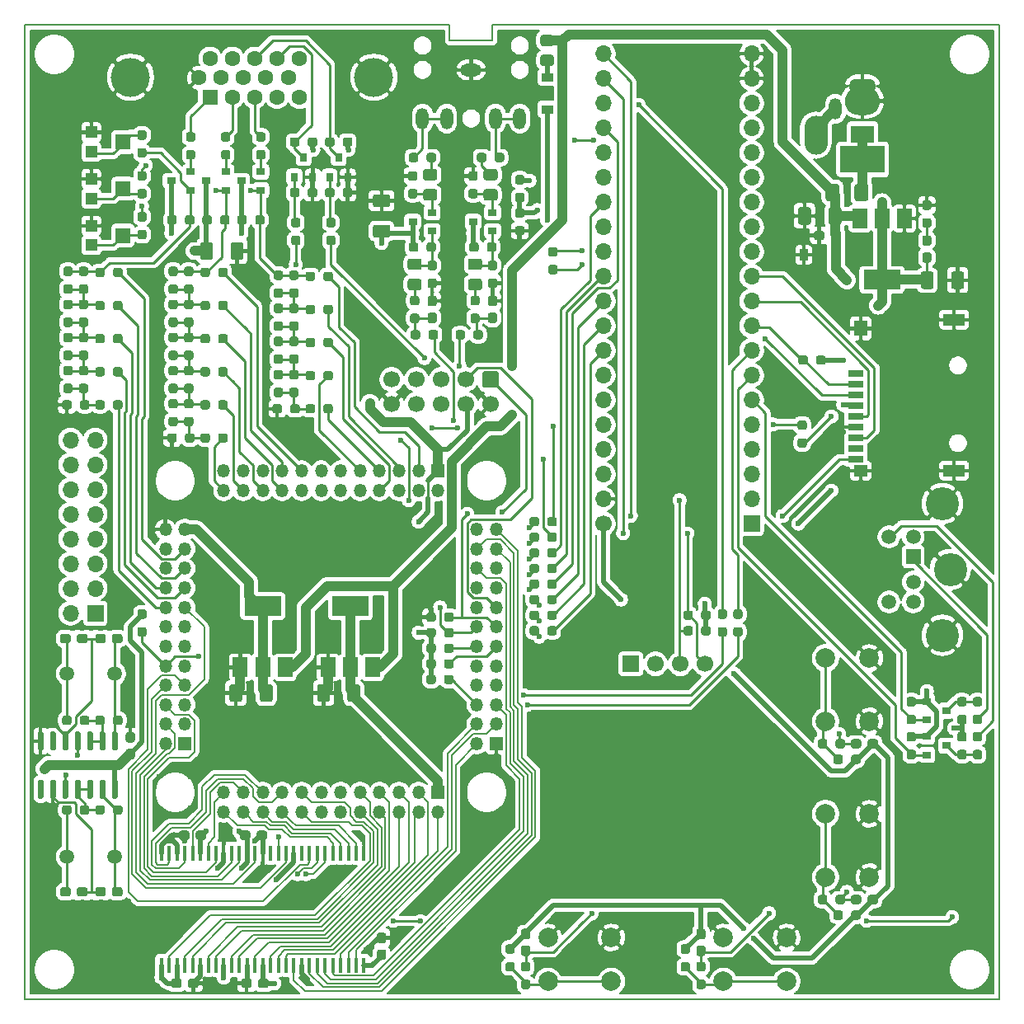
<source format=gbr>
%TF.GenerationSoftware,KiCad,Pcbnew,(5.1.10)-1*%
%TF.CreationDate,2022-11-11T04:49:50+00:00*%
%TF.ProjectId,HeikouBox,4865696b-6f75-4426-9f78-2e6b69636164,rev?*%
%TF.SameCoordinates,Original*%
%TF.FileFunction,Copper,L1,Top*%
%TF.FilePolarity,Positive*%
%FSLAX46Y46*%
G04 Gerber Fmt 4.6, Leading zero omitted, Abs format (unit mm)*
G04 Created by KiCad (PCBNEW (5.1.10)-1) date 2022-11-11 04:49:50*
%MOMM*%
%LPD*%
G01*
G04 APERTURE LIST*
%TA.AperFunction,Profile*%
%ADD10C,0.150000*%
%TD*%
%TA.AperFunction,SMDPad,CuDef*%
%ADD11R,1.500000X2.000000*%
%TD*%
%TA.AperFunction,SMDPad,CuDef*%
%ADD12R,3.800000X2.000000*%
%TD*%
%TA.AperFunction,SMDPad,CuDef*%
%ADD13R,0.900000X1.200000*%
%TD*%
%TA.AperFunction,SMDPad,CuDef*%
%ADD14R,1.200000X0.900000*%
%TD*%
%TA.AperFunction,ComponentPad*%
%ADD15O,1.700000X1.700000*%
%TD*%
%TA.AperFunction,ComponentPad*%
%ADD16C,1.700000*%
%TD*%
%TA.AperFunction,ComponentPad*%
%ADD17R,1.700000X1.700000*%
%TD*%
%TA.AperFunction,ComponentPad*%
%ADD18R,2.400000X1.800000*%
%TD*%
%TA.AperFunction,ComponentPad*%
%ADD19O,2.800000X1.600000*%
%TD*%
%TA.AperFunction,ComponentPad*%
%ADD20O,1.300000X2.200000*%
%TD*%
%TA.AperFunction,ComponentPad*%
%ADD21O,3.600000X2.800000*%
%TD*%
%TA.AperFunction,ComponentPad*%
%ADD22O,2.400000X4.000000*%
%TD*%
%TA.AperFunction,ComponentPad*%
%ADD23R,4.600000X2.800000*%
%TD*%
%TA.AperFunction,SMDPad,CuDef*%
%ADD24R,0.900000X0.800000*%
%TD*%
%TA.AperFunction,ComponentPad*%
%ADD25C,3.400000*%
%TD*%
%TA.AperFunction,ComponentPad*%
%ADD26C,1.500000*%
%TD*%
%TA.AperFunction,ComponentPad*%
%ADD27R,1.500000X1.500000*%
%TD*%
%TA.AperFunction,ComponentPad*%
%ADD28O,2.200000X1.300000*%
%TD*%
%TA.AperFunction,SMDPad,CuDef*%
%ADD29R,2.200000X1.200000*%
%TD*%
%TA.AperFunction,SMDPad,CuDef*%
%ADD30R,1.400000X1.600000*%
%TD*%
%TA.AperFunction,SMDPad,CuDef*%
%ADD31R,1.400000X1.200000*%
%TD*%
%TA.AperFunction,SMDPad,CuDef*%
%ADD32R,1.600000X0.700000*%
%TD*%
%TA.AperFunction,ComponentPad*%
%ADD33O,1.350000X1.350000*%
%TD*%
%TA.AperFunction,ComponentPad*%
%ADD34R,1.350000X1.350000*%
%TD*%
%TA.AperFunction,ComponentPad*%
%ADD35C,2.000000*%
%TD*%
%TA.AperFunction,SMDPad,CuDef*%
%ADD36R,1.200000X1.200000*%
%TD*%
%TA.AperFunction,SMDPad,CuDef*%
%ADD37R,1.500000X1.600000*%
%TD*%
%TA.AperFunction,SMDPad,CuDef*%
%ADD38R,0.800000X0.900000*%
%TD*%
%TA.AperFunction,ComponentPad*%
%ADD39R,1.600000X1.600000*%
%TD*%
%TA.AperFunction,ComponentPad*%
%ADD40C,1.600000*%
%TD*%
%TA.AperFunction,ComponentPad*%
%ADD41C,4.000000*%
%TD*%
%TA.AperFunction,SMDPad,CuDef*%
%ADD42R,0.458000X1.510000*%
%TD*%
%TA.AperFunction,ViaPad*%
%ADD43C,0.600000*%
%TD*%
%TA.AperFunction,Conductor*%
%ADD44C,0.508000*%
%TD*%
%TA.AperFunction,Conductor*%
%ADD45C,1.016000*%
%TD*%
%TA.AperFunction,Conductor*%
%ADD46C,0.254000*%
%TD*%
%TA.AperFunction,Conductor*%
%ADD47C,0.152400*%
%TD*%
%TA.AperFunction,Conductor*%
%ADD48C,0.175000*%
%TD*%
%TA.AperFunction,Conductor*%
%ADD49C,0.200000*%
%TD*%
%TA.AperFunction,Conductor*%
%ADD50C,0.100000*%
%TD*%
G04 APERTURE END LIST*
D10*
X62800000Y-20400000D02*
X114800000Y-20400000D01*
X62800000Y-22000000D02*
X62800000Y-20400000D01*
X58400000Y-22000000D02*
X62800000Y-22000000D01*
X58400000Y-20400000D02*
X58400000Y-22000000D01*
X114800000Y-120400000D02*
X114800000Y-20400000D01*
X14800000Y-120400000D02*
X114800000Y-120400000D01*
X14800000Y-20400000D02*
X14800000Y-120400000D01*
X58400000Y-20400000D02*
X14800000Y-20400000D01*
D11*
%TO.P,U102,1*%
%TO.N,/part1-power/GND*%
X45900000Y-86350000D03*
%TO.P,U102,3*%
%TO.N,/part1-power/5V*%
X50500000Y-86350000D03*
%TO.P,U102,2*%
%TO.N,/part1-power/2V5*%
X48200000Y-86350000D03*
D12*
X48200000Y-80050000D03*
%TD*%
%TO.P,F101,2*%
%TO.N,/part1-power/5V*%
%TA.AperFunction,SMDPad,CuDef*%
G36*
G01*
X98425000Y-36975000D02*
X98425000Y-38225000D01*
G75*
G02*
X98175000Y-38475000I-250000J0D01*
G01*
X97250000Y-38475000D01*
G75*
G02*
X97000000Y-38225000I0J250000D01*
G01*
X97000000Y-36975000D01*
G75*
G02*
X97250000Y-36725000I250000J0D01*
G01*
X98175000Y-36725000D01*
G75*
G02*
X98425000Y-36975000I0J-250000D01*
G01*
G37*
%TD.AperFunction*%
%TO.P,F101,1*%
%TO.N,Net-(F101-Pad1)*%
%TA.AperFunction,SMDPad,CuDef*%
G36*
G01*
X101400000Y-36975000D02*
X101400000Y-38225000D01*
G75*
G02*
X101150000Y-38475000I-250000J0D01*
G01*
X100225000Y-38475000D01*
G75*
G02*
X99975000Y-38225000I0J250000D01*
G01*
X99975000Y-36975000D01*
G75*
G02*
X100225000Y-36725000I250000J0D01*
G01*
X101150000Y-36725000D01*
G75*
G02*
X101400000Y-36975000I0J-250000D01*
G01*
G37*
%TD.AperFunction*%
%TD*%
%TO.P,F102,2*%
%TO.N,Net-(D102-Pad2)*%
%TA.AperFunction,SMDPad,CuDef*%
G36*
G01*
X67949999Y-23450000D02*
X68850001Y-23450000D01*
G75*
G02*
X69100000Y-23699999I0J-249999D01*
G01*
X69100000Y-24350001D01*
G75*
G02*
X68850001Y-24600000I-249999J0D01*
G01*
X67949999Y-24600000D01*
G75*
G02*
X67700000Y-24350001I0J249999D01*
G01*
X67700000Y-23699999D01*
G75*
G02*
X67949999Y-23450000I249999J0D01*
G01*
G37*
%TD.AperFunction*%
%TO.P,F102,1*%
%TO.N,/part1-power/5V*%
%TA.AperFunction,SMDPad,CuDef*%
G36*
G01*
X67949999Y-21400000D02*
X68850001Y-21400000D01*
G75*
G02*
X69100000Y-21649999I0J-249999D01*
G01*
X69100000Y-22300001D01*
G75*
G02*
X68850001Y-22550000I-249999J0D01*
G01*
X67949999Y-22550000D01*
G75*
G02*
X67700000Y-22300001I0J249999D01*
G01*
X67700000Y-21649999D01*
G75*
G02*
X67949999Y-21400000I249999J0D01*
G01*
G37*
%TD.AperFunction*%
%TD*%
D13*
%TO.P,D103,2*%
%TO.N,/part1-power/GND*%
X94750000Y-44000000D03*
%TO.P,D103,1*%
%TO.N,/part1-power/5V*%
X98050000Y-44000000D03*
%TD*%
D14*
%TO.P,D102,1*%
%TO.N,/part1-power/VUSB*%
X68400000Y-29050000D03*
%TO.P,D102,2*%
%TO.N,Net-(D102-Pad2)*%
X68400000Y-25750000D03*
%TD*%
D15*
%TO.P,U501,26*%
%TO.N,/part5-hub/PWR_DET*%
X74160000Y-36040000D03*
%TO.P,U501,24*%
%TO.N,/part5-hub/MDB4_CD_R*%
X74160000Y-30960000D03*
%TO.P,U501,29*%
%TO.N,/part5-hub/USB_DP*%
X74160000Y-43660000D03*
%TO.P,U501,35*%
%TO.N,/part5-hub/MDB1_TX_R*%
X74160000Y-58900000D03*
%TO.P,U501,33*%
%TO.N,/part5-hub/MDB7_R*%
X74160000Y-53820000D03*
%TO.P,U501,36*%
%TO.N,/part5-hub/OLED_SCL*%
X74160000Y-61440000D03*
%TO.P,U501,21*%
%TO.N,/part2-core/cfg_NCFG*%
X74160000Y-23340000D03*
%TO.P,U501,30*%
%TO.N,/part5-hub/MDB3_R*%
X74160000Y-46200000D03*
%TO.P,U501,23*%
%TO.N,/part5-hub/CFG_DONE_R*%
X74160000Y-28420000D03*
%TO.P,U501,28*%
%TO.N,Net-(U501-Pad28)*%
X74160000Y-41120000D03*
%TO.P,U501,34*%
%TO.N,/part5-hub/MDB0_RX_R*%
X74160000Y-56360000D03*
%TO.P,U501,31*%
%TO.N,/part5-hub/MDB5_R*%
X74160000Y-48740000D03*
%TO.P,U501,38*%
%TO.N,/part1-power/VUSB*%
X74160000Y-66520000D03*
%TO.P,U501,39*%
%TO.N,/part1-power/GND*%
X74160000Y-69060000D03*
%TO.P,U501,32*%
%TO.N,/part5-hub/MDB6_R*%
X74160000Y-51280000D03*
D16*
%TO.P,U501,40*%
%TO.N,/part5-hub/3V3_HUB*%
X74160000Y-71600000D03*
D15*
%TO.P,U501,27*%
%TO.N,/part5-hub/MDB2_R*%
X74160000Y-38580000D03*
%TO.P,U501,22*%
%TO.N,/part2-core/cfg_DCLK*%
X74160000Y-25880000D03*
%TO.P,U501,25*%
%TO.N,/part5-hub/SD_DET*%
X74160000Y-33500000D03*
%TO.P,U501,37*%
%TO.N,/part5-hub/OLED_SDA*%
X74160000Y-63980000D03*
%TO.P,U501,16*%
%TO.N,/part5-hub/BUTTON_D*%
X89400000Y-33500000D03*
D17*
%TO.P,U501,1*%
%TO.N,Net-(U501-Pad1)*%
X89400000Y-71600000D03*
D15*
%TO.P,U501,14*%
%TO.N,/part5-hub/BUTTON_R*%
X89400000Y-38580000D03*
%TO.P,U501,13*%
%TO.N,/part5-hub/BUTTON_L*%
X89400000Y-41120000D03*
%TO.P,U501,10*%
%TO.N,/part5-hub/SD_SCK*%
X89400000Y-48740000D03*
%TO.P,U501,8*%
%TO.N,/part5-hub/CFG_NSTAT_R*%
X89400000Y-53820000D03*
%TO.P,U501,17*%
%TO.N,Net-(U501-Pad17)*%
X89400000Y-30960000D03*
%TO.P,U501,4*%
%TO.N,Net-(U501-Pad4)*%
X89400000Y-63980000D03*
%TO.P,U501,5*%
%TO.N,/part5-hub/NEOPIXEL*%
X89400000Y-61440000D03*
%TO.P,U501,18*%
%TO.N,Net-(U501-Pad18)*%
X89400000Y-28420000D03*
%TO.P,U501,9*%
%TO.N,/part5-hub/SD_SS*%
X89400000Y-51280000D03*
%TO.P,U501,7*%
%TO.N,/part5-hub/KEYBOARD_CLK*%
X89400000Y-56360000D03*
%TO.P,U501,15*%
%TO.N,/part5-hub/BUTTON_U*%
X89400000Y-36040000D03*
%TO.P,U501,11*%
%TO.N,/part5-hub/SD_MISO*%
X89400000Y-46200000D03*
%TO.P,U501,20*%
%TO.N,/part1-power/GND*%
X89400000Y-23340000D03*
%TO.P,U501,19*%
X89400000Y-25880000D03*
%TO.P,U501,12*%
%TO.N,/part5-hub/SD_MOSI*%
X89400000Y-43660000D03*
%TO.P,U501,6*%
%TO.N,/part5-hub/KEYBOARD_DAT*%
X89400000Y-58900000D03*
%TO.P,U501,2*%
%TO.N,Net-(U501-Pad2)*%
X89400000Y-69060000D03*
%TO.P,U501,3*%
%TO.N,Net-(U501-Pad3)*%
X89400000Y-66520000D03*
%TD*%
%TO.P,R531,1*%
%TO.N,/part2-core/cfg_DONE*%
%TA.AperFunction,SMDPad,CuDef*%
G36*
G01*
X86637500Y-83200000D02*
X86162500Y-83200000D01*
G75*
G02*
X85925000Y-82962500I0J237500D01*
G01*
X85925000Y-82462500D01*
G75*
G02*
X86162500Y-82225000I237500J0D01*
G01*
X86637500Y-82225000D01*
G75*
G02*
X86875000Y-82462500I0J-237500D01*
G01*
X86875000Y-82962500D01*
G75*
G02*
X86637500Y-83200000I-237500J0D01*
G01*
G37*
%TD.AperFunction*%
%TO.P,R531,2*%
%TO.N,/part5-hub/CFG_DONE_R*%
%TA.AperFunction,SMDPad,CuDef*%
G36*
G01*
X86637500Y-81375000D02*
X86162500Y-81375000D01*
G75*
G02*
X85925000Y-81137500I0J237500D01*
G01*
X85925000Y-80637500D01*
G75*
G02*
X86162500Y-80400000I237500J0D01*
G01*
X86637500Y-80400000D01*
G75*
G02*
X86875000Y-80637500I0J-237500D01*
G01*
X86875000Y-81137500D01*
G75*
G02*
X86637500Y-81375000I-237500J0D01*
G01*
G37*
%TD.AperFunction*%
%TD*%
%TO.P,R530,1*%
%TO.N,/part2-core/cfg_NSTAT*%
%TA.AperFunction,SMDPad,CuDef*%
G36*
G01*
X88237500Y-83200000D02*
X87762500Y-83200000D01*
G75*
G02*
X87525000Y-82962500I0J237500D01*
G01*
X87525000Y-82462500D01*
G75*
G02*
X87762500Y-82225000I237500J0D01*
G01*
X88237500Y-82225000D01*
G75*
G02*
X88475000Y-82462500I0J-237500D01*
G01*
X88475000Y-82962500D01*
G75*
G02*
X88237500Y-83200000I-237500J0D01*
G01*
G37*
%TD.AperFunction*%
%TO.P,R530,2*%
%TO.N,/part5-hub/CFG_NSTAT_R*%
%TA.AperFunction,SMDPad,CuDef*%
G36*
G01*
X88237500Y-81375000D02*
X87762500Y-81375000D01*
G75*
G02*
X87525000Y-81137500I0J237500D01*
G01*
X87525000Y-80637500D01*
G75*
G02*
X87762500Y-80400000I237500J0D01*
G01*
X88237500Y-80400000D01*
G75*
G02*
X88475000Y-80637500I0J-237500D01*
G01*
X88475000Y-81137500D01*
G75*
G02*
X88237500Y-81375000I-237500J0D01*
G01*
G37*
%TD.AperFunction*%
%TD*%
%TO.P,R529,2*%
%TO.N,Net-(J503-Pad5)*%
%TA.AperFunction,SMDPad,CuDef*%
G36*
G01*
X112837500Y-93975000D02*
X112362500Y-93975000D01*
G75*
G02*
X112125000Y-93737500I0J237500D01*
G01*
X112125000Y-93237500D01*
G75*
G02*
X112362500Y-93000000I237500J0D01*
G01*
X112837500Y-93000000D01*
G75*
G02*
X113075000Y-93237500I0J-237500D01*
G01*
X113075000Y-93737500D01*
G75*
G02*
X112837500Y-93975000I-237500J0D01*
G01*
G37*
%TD.AperFunction*%
%TO.P,R529,1*%
%TO.N,Net-(Q503-Pad3)*%
%TA.AperFunction,SMDPad,CuDef*%
G36*
G01*
X112837500Y-95800000D02*
X112362500Y-95800000D01*
G75*
G02*
X112125000Y-95562500I0J237500D01*
G01*
X112125000Y-95062500D01*
G75*
G02*
X112362500Y-94825000I237500J0D01*
G01*
X112837500Y-94825000D01*
G75*
G02*
X113075000Y-95062500I0J-237500D01*
G01*
X113075000Y-95562500D01*
G75*
G02*
X112837500Y-95800000I-237500J0D01*
G01*
G37*
%TD.AperFunction*%
%TD*%
%TO.P,R524,2*%
%TO.N,Net-(J503-Pad1)*%
%TA.AperFunction,SMDPad,CuDef*%
G36*
G01*
X112362500Y-91225000D02*
X112837500Y-91225000D01*
G75*
G02*
X113075000Y-91462500I0J-237500D01*
G01*
X113075000Y-91962500D01*
G75*
G02*
X112837500Y-92200000I-237500J0D01*
G01*
X112362500Y-92200000D01*
G75*
G02*
X112125000Y-91962500I0J237500D01*
G01*
X112125000Y-91462500D01*
G75*
G02*
X112362500Y-91225000I237500J0D01*
G01*
G37*
%TD.AperFunction*%
%TO.P,R524,1*%
%TO.N,Net-(Q502-Pad3)*%
%TA.AperFunction,SMDPad,CuDef*%
G36*
G01*
X112362500Y-89400000D02*
X112837500Y-89400000D01*
G75*
G02*
X113075000Y-89637500I0J-237500D01*
G01*
X113075000Y-90137500D01*
G75*
G02*
X112837500Y-90375000I-237500J0D01*
G01*
X112362500Y-90375000D01*
G75*
G02*
X112125000Y-90137500I0J237500D01*
G01*
X112125000Y-89637500D01*
G75*
G02*
X112362500Y-89400000I237500J0D01*
G01*
G37*
%TD.AperFunction*%
%TD*%
%TO.P,R522,1*%
%TO.N,/part5-hub/PWR_DET*%
%TA.AperFunction,SMDPad,CuDef*%
G36*
G01*
X65362500Y-39200000D02*
X65837500Y-39200000D01*
G75*
G02*
X66075000Y-39437500I0J-237500D01*
G01*
X66075000Y-39937500D01*
G75*
G02*
X65837500Y-40175000I-237500J0D01*
G01*
X65362500Y-40175000D01*
G75*
G02*
X65125000Y-39937500I0J237500D01*
G01*
X65125000Y-39437500D01*
G75*
G02*
X65362500Y-39200000I237500J0D01*
G01*
G37*
%TD.AperFunction*%
%TO.P,R522,2*%
%TO.N,/part1-power/GND*%
%TA.AperFunction,SMDPad,CuDef*%
G36*
G01*
X65362500Y-41025000D02*
X65837500Y-41025000D01*
G75*
G02*
X66075000Y-41262500I0J-237500D01*
G01*
X66075000Y-41762500D01*
G75*
G02*
X65837500Y-42000000I-237500J0D01*
G01*
X65362500Y-42000000D01*
G75*
G02*
X65125000Y-41762500I0J237500D01*
G01*
X65125000Y-41262500D01*
G75*
G02*
X65362500Y-41025000I237500J0D01*
G01*
G37*
%TD.AperFunction*%
%TD*%
%TO.P,R521,1*%
%TO.N,/part1-power/3V3*%
%TA.AperFunction,SMDPad,CuDef*%
G36*
G01*
X65362500Y-35800000D02*
X65837500Y-35800000D01*
G75*
G02*
X66075000Y-36037500I0J-237500D01*
G01*
X66075000Y-36537500D01*
G75*
G02*
X65837500Y-36775000I-237500J0D01*
G01*
X65362500Y-36775000D01*
G75*
G02*
X65125000Y-36537500I0J237500D01*
G01*
X65125000Y-36037500D01*
G75*
G02*
X65362500Y-35800000I237500J0D01*
G01*
G37*
%TD.AperFunction*%
%TO.P,R521,2*%
%TO.N,/part5-hub/PWR_DET*%
%TA.AperFunction,SMDPad,CuDef*%
G36*
G01*
X65362500Y-37625000D02*
X65837500Y-37625000D01*
G75*
G02*
X66075000Y-37862500I0J-237500D01*
G01*
X66075000Y-38362500D01*
G75*
G02*
X65837500Y-38600000I-237500J0D01*
G01*
X65362500Y-38600000D01*
G75*
G02*
X65125000Y-38362500I0J237500D01*
G01*
X65125000Y-37862500D01*
G75*
G02*
X65362500Y-37625000I237500J0D01*
G01*
G37*
%TD.AperFunction*%
%TD*%
%TO.P,R520,1*%
%TO.N,/part5-hub/USB_DP*%
%TA.AperFunction,SMDPad,CuDef*%
G36*
G01*
X68762500Y-43200000D02*
X69237500Y-43200000D01*
G75*
G02*
X69475000Y-43437500I0J-237500D01*
G01*
X69475000Y-43937500D01*
G75*
G02*
X69237500Y-44175000I-237500J0D01*
G01*
X68762500Y-44175000D01*
G75*
G02*
X68525000Y-43937500I0J237500D01*
G01*
X68525000Y-43437500D01*
G75*
G02*
X68762500Y-43200000I237500J0D01*
G01*
G37*
%TD.AperFunction*%
%TO.P,R520,2*%
%TO.N,/part5-hub/3V3_HUB*%
%TA.AperFunction,SMDPad,CuDef*%
G36*
G01*
X68762500Y-45025000D02*
X69237500Y-45025000D01*
G75*
G02*
X69475000Y-45262500I0J-237500D01*
G01*
X69475000Y-45762500D01*
G75*
G02*
X69237500Y-46000000I-237500J0D01*
G01*
X68762500Y-46000000D01*
G75*
G02*
X68525000Y-45762500I0J237500D01*
G01*
X68525000Y-45262500D01*
G75*
G02*
X68762500Y-45025000I237500J0D01*
G01*
G37*
%TD.AperFunction*%
%TD*%
D16*
%TO.P,DS501,4*%
%TO.N,/part5-hub/OLED_SDA*%
X84620000Y-86000000D03*
%TO.P,DS501,3*%
%TO.N,/part5-hub/OLED_SCL*%
X82080000Y-86000000D03*
%TO.P,DS501,2*%
%TO.N,Net-(DS501-Pad2)*%
X79540000Y-86000000D03*
D17*
%TO.P,DS501,1*%
%TO.N,Net-(DS501-Pad1)*%
X77000000Y-86000000D03*
%TD*%
D18*
%TO.P,J101,1*%
%TO.N,Net-(F101-Pad1)*%
X100800000Y-31600000D03*
D19*
%TO.P,J101,2*%
%TO.N,/part1-power/GND*%
X100800000Y-26700000D03*
D20*
%TO.P,J101,3*%
%TO.N,Net-(J101-Pad3)*%
X98000000Y-29000000D03*
D21*
%TO.P,J101,2*%
%TO.N,/part1-power/GND*%
X100800000Y-28200000D03*
D22*
%TO.P,J101,3*%
%TO.N,Net-(J101-Pad3)*%
X96000000Y-31700000D03*
D23*
%TO.P,J101,1*%
%TO.N,Net-(F101-Pad1)*%
X100800000Y-34200000D03*
%TD*%
D11*
%TO.P,U103,1*%
%TO.N,/part1-power/GND*%
X36900000Y-86350000D03*
%TO.P,U103,3*%
%TO.N,/part1-power/5V*%
X41500000Y-86350000D03*
%TO.P,U103,2*%
%TO.N,/part1-power/1V2*%
X39200000Y-86350000D03*
D12*
X39200000Y-80050000D03*
%TD*%
D11*
%TO.P,U101,1*%
%TO.N,/part1-power/GND*%
X105100000Y-40250000D03*
%TO.P,U101,3*%
%TO.N,/part1-power/5V*%
X100500000Y-40250000D03*
%TO.P,U101,2*%
%TO.N,/part1-power/3V3*%
X102800000Y-40250000D03*
D12*
X102800000Y-46550000D03*
%TD*%
%TO.P,R101,1*%
%TO.N,Net-(D101-Pad1)*%
%TA.AperFunction,SMDPad,CuDef*%
G36*
G01*
X107637500Y-41200000D02*
X107162500Y-41200000D01*
G75*
G02*
X106925000Y-40962500I0J237500D01*
G01*
X106925000Y-40462500D01*
G75*
G02*
X107162500Y-40225000I237500J0D01*
G01*
X107637500Y-40225000D01*
G75*
G02*
X107875000Y-40462500I0J-237500D01*
G01*
X107875000Y-40962500D01*
G75*
G02*
X107637500Y-41200000I-237500J0D01*
G01*
G37*
%TD.AperFunction*%
%TO.P,R101,2*%
%TO.N,/part1-power/GND*%
%TA.AperFunction,SMDPad,CuDef*%
G36*
G01*
X107637500Y-39375000D02*
X107162500Y-39375000D01*
G75*
G02*
X106925000Y-39137500I0J237500D01*
G01*
X106925000Y-38637500D01*
G75*
G02*
X107162500Y-38400000I237500J0D01*
G01*
X107637500Y-38400000D01*
G75*
G02*
X107875000Y-38637500I0J-237500D01*
G01*
X107875000Y-39137500D01*
G75*
G02*
X107637500Y-39375000I-237500J0D01*
G01*
G37*
%TD.AperFunction*%
%TD*%
%TO.P,D101,1*%
%TO.N,Net-(D101-Pad1)*%
%TA.AperFunction,SMDPad,CuDef*%
G36*
G01*
X107162500Y-42000000D02*
X107637500Y-42000000D01*
G75*
G02*
X107875000Y-42237500I0J-237500D01*
G01*
X107875000Y-42812500D01*
G75*
G02*
X107637500Y-43050000I-237500J0D01*
G01*
X107162500Y-43050000D01*
G75*
G02*
X106925000Y-42812500I0J237500D01*
G01*
X106925000Y-42237500D01*
G75*
G02*
X107162500Y-42000000I237500J0D01*
G01*
G37*
%TD.AperFunction*%
%TO.P,D101,2*%
%TO.N,/part1-power/3V3*%
%TA.AperFunction,SMDPad,CuDef*%
G36*
G01*
X107162500Y-43750000D02*
X107637500Y-43750000D01*
G75*
G02*
X107875000Y-43987500I0J-237500D01*
G01*
X107875000Y-44562500D01*
G75*
G02*
X107637500Y-44800000I-237500J0D01*
G01*
X107162500Y-44800000D01*
G75*
G02*
X106925000Y-44562500I0J237500D01*
G01*
X106925000Y-43987500D01*
G75*
G02*
X107162500Y-43750000I237500J0D01*
G01*
G37*
%TD.AperFunction*%
%TD*%
%TO.P,C106,2*%
%TO.N,/part1-power/GND*%
%TA.AperFunction,SMDPad,CuDef*%
G36*
G01*
X37100000Y-88349999D02*
X37100000Y-89650001D01*
G75*
G02*
X36850001Y-89900000I-249999J0D01*
G01*
X36024999Y-89900000D01*
G75*
G02*
X35775000Y-89650001I0J249999D01*
G01*
X35775000Y-88349999D01*
G75*
G02*
X36024999Y-88100000I249999J0D01*
G01*
X36850001Y-88100000D01*
G75*
G02*
X37100000Y-88349999I0J-249999D01*
G01*
G37*
%TD.AperFunction*%
%TO.P,C106,1*%
%TO.N,/part1-power/1V2*%
%TA.AperFunction,SMDPad,CuDef*%
G36*
G01*
X40225000Y-88349999D02*
X40225000Y-89650001D01*
G75*
G02*
X39975001Y-89900000I-249999J0D01*
G01*
X39149999Y-89900000D01*
G75*
G02*
X38900000Y-89650001I0J249999D01*
G01*
X38900000Y-88349999D01*
G75*
G02*
X39149999Y-88100000I249999J0D01*
G01*
X39975001Y-88100000D01*
G75*
G02*
X40225000Y-88349999I0J-249999D01*
G01*
G37*
%TD.AperFunction*%
%TD*%
%TO.P,C105,2*%
%TO.N,/part1-power/GND*%
%TA.AperFunction,SMDPad,CuDef*%
G36*
G01*
X46100000Y-88349999D02*
X46100000Y-89650001D01*
G75*
G02*
X45850001Y-89900000I-249999J0D01*
G01*
X45024999Y-89900000D01*
G75*
G02*
X44775000Y-89650001I0J249999D01*
G01*
X44775000Y-88349999D01*
G75*
G02*
X45024999Y-88100000I249999J0D01*
G01*
X45850001Y-88100000D01*
G75*
G02*
X46100000Y-88349999I0J-249999D01*
G01*
G37*
%TD.AperFunction*%
%TO.P,C105,1*%
%TO.N,/part1-power/2V5*%
%TA.AperFunction,SMDPad,CuDef*%
G36*
G01*
X49225000Y-88349999D02*
X49225000Y-89650001D01*
G75*
G02*
X48975001Y-89900000I-249999J0D01*
G01*
X48149999Y-89900000D01*
G75*
G02*
X47900000Y-89650001I0J249999D01*
G01*
X47900000Y-88349999D01*
G75*
G02*
X48149999Y-88100000I249999J0D01*
G01*
X48975001Y-88100000D01*
G75*
G02*
X49225000Y-88349999I0J-249999D01*
G01*
G37*
%TD.AperFunction*%
%TD*%
%TO.P,C104,2*%
%TO.N,/part1-power/GND*%
%TA.AperFunction,SMDPad,CuDef*%
G36*
G01*
X109900000Y-47250001D02*
X109900000Y-45949999D01*
G75*
G02*
X110149999Y-45700000I249999J0D01*
G01*
X110975001Y-45700000D01*
G75*
G02*
X111225000Y-45949999I0J-249999D01*
G01*
X111225000Y-47250001D01*
G75*
G02*
X110975001Y-47500000I-249999J0D01*
G01*
X110149999Y-47500000D01*
G75*
G02*
X109900000Y-47250001I0J249999D01*
G01*
G37*
%TD.AperFunction*%
%TO.P,C104,1*%
%TO.N,/part1-power/3V3*%
%TA.AperFunction,SMDPad,CuDef*%
G36*
G01*
X106775000Y-47250001D02*
X106775000Y-45949999D01*
G75*
G02*
X107024999Y-45700000I249999J0D01*
G01*
X107850001Y-45700000D01*
G75*
G02*
X108100000Y-45949999I0J-249999D01*
G01*
X108100000Y-47250001D01*
G75*
G02*
X107850001Y-47500000I-249999J0D01*
G01*
X107024999Y-47500000D01*
G75*
G02*
X106775000Y-47250001I0J249999D01*
G01*
G37*
%TD.AperFunction*%
%TD*%
%TO.P,C102,2*%
%TO.N,/part1-power/GND*%
%TA.AperFunction,SMDPad,CuDef*%
G36*
G01*
X96875000Y-41762500D02*
X96875000Y-42237500D01*
G75*
G02*
X96637500Y-42475000I-237500J0D01*
G01*
X96037500Y-42475000D01*
G75*
G02*
X95800000Y-42237500I0J237500D01*
G01*
X95800000Y-41762500D01*
G75*
G02*
X96037500Y-41525000I237500J0D01*
G01*
X96637500Y-41525000D01*
G75*
G02*
X96875000Y-41762500I0J-237500D01*
G01*
G37*
%TD.AperFunction*%
%TO.P,C102,1*%
%TO.N,/part1-power/5V*%
%TA.AperFunction,SMDPad,CuDef*%
G36*
G01*
X98600000Y-41762500D02*
X98600000Y-42237500D01*
G75*
G02*
X98362500Y-42475000I-237500J0D01*
G01*
X97762500Y-42475000D01*
G75*
G02*
X97525000Y-42237500I0J237500D01*
G01*
X97525000Y-41762500D01*
G75*
G02*
X97762500Y-41525000I237500J0D01*
G01*
X98362500Y-41525000D01*
G75*
G02*
X98600000Y-41762500I0J-237500D01*
G01*
G37*
%TD.AperFunction*%
%TD*%
%TO.P,C101,2*%
%TO.N,/part1-power/GND*%
%TA.AperFunction,SMDPad,CuDef*%
G36*
G01*
X95500000Y-39349999D02*
X95500000Y-40650001D01*
G75*
G02*
X95250001Y-40900000I-249999J0D01*
G01*
X94424999Y-40900000D01*
G75*
G02*
X94175000Y-40650001I0J249999D01*
G01*
X94175000Y-39349999D01*
G75*
G02*
X94424999Y-39100000I249999J0D01*
G01*
X95250001Y-39100000D01*
G75*
G02*
X95500000Y-39349999I0J-249999D01*
G01*
G37*
%TD.AperFunction*%
%TO.P,C101,1*%
%TO.N,/part1-power/5V*%
%TA.AperFunction,SMDPad,CuDef*%
G36*
G01*
X98625000Y-39349999D02*
X98625000Y-40650001D01*
G75*
G02*
X98375001Y-40900000I-249999J0D01*
G01*
X97549999Y-40900000D01*
G75*
G02*
X97300000Y-40650001I0J249999D01*
G01*
X97300000Y-39349999D01*
G75*
G02*
X97549999Y-39100000I249999J0D01*
G01*
X98375001Y-39100000D01*
G75*
G02*
X98625000Y-39349999I0J-249999D01*
G01*
G37*
%TD.AperFunction*%
%TD*%
%TO.P,C405,2*%
%TO.N,/part1-power/GND*%
%TA.AperFunction,SMDPad,CuDef*%
G36*
G01*
X31675000Y-103362500D02*
X31675000Y-103837500D01*
G75*
G02*
X31437500Y-104075000I-237500J0D01*
G01*
X30837500Y-104075000D01*
G75*
G02*
X30600000Y-103837500I0J237500D01*
G01*
X30600000Y-103362500D01*
G75*
G02*
X30837500Y-103125000I237500J0D01*
G01*
X31437500Y-103125000D01*
G75*
G02*
X31675000Y-103362500I0J-237500D01*
G01*
G37*
%TD.AperFunction*%
%TO.P,C405,1*%
%TO.N,/part1-power/3V3*%
%TA.AperFunction,SMDPad,CuDef*%
G36*
G01*
X33400000Y-103362500D02*
X33400000Y-103837500D01*
G75*
G02*
X33162500Y-104075000I-237500J0D01*
G01*
X32562500Y-104075000D01*
G75*
G02*
X32325000Y-103837500I0J237500D01*
G01*
X32325000Y-103362500D01*
G75*
G02*
X32562500Y-103125000I237500J0D01*
G01*
X33162500Y-103125000D01*
G75*
G02*
X33400000Y-103362500I0J-237500D01*
G01*
G37*
%TD.AperFunction*%
%TD*%
%TO.P,R528,2*%
%TO.N,/part1-power/5V*%
%TA.AperFunction,SMDPad,CuDef*%
G36*
G01*
X111237500Y-93975000D02*
X110762500Y-93975000D01*
G75*
G02*
X110525000Y-93737500I0J237500D01*
G01*
X110525000Y-93237500D01*
G75*
G02*
X110762500Y-93000000I237500J0D01*
G01*
X111237500Y-93000000D01*
G75*
G02*
X111475000Y-93237500I0J-237500D01*
G01*
X111475000Y-93737500D01*
G75*
G02*
X111237500Y-93975000I-237500J0D01*
G01*
G37*
%TD.AperFunction*%
%TO.P,R528,1*%
%TO.N,Net-(Q503-Pad3)*%
%TA.AperFunction,SMDPad,CuDef*%
G36*
G01*
X111237500Y-95800000D02*
X110762500Y-95800000D01*
G75*
G02*
X110525000Y-95562500I0J237500D01*
G01*
X110525000Y-95062500D01*
G75*
G02*
X110762500Y-94825000I237500J0D01*
G01*
X111237500Y-94825000D01*
G75*
G02*
X111475000Y-95062500I0J-237500D01*
G01*
X111475000Y-95562500D01*
G75*
G02*
X111237500Y-95800000I-237500J0D01*
G01*
G37*
%TD.AperFunction*%
%TD*%
%TO.P,R527,1*%
%TO.N,/part5-hub/KEYBOARD_CLK*%
%TA.AperFunction,SMDPad,CuDef*%
G36*
G01*
X106037500Y-95800000D02*
X105562500Y-95800000D01*
G75*
G02*
X105325000Y-95562500I0J237500D01*
G01*
X105325000Y-95062500D01*
G75*
G02*
X105562500Y-94825000I237500J0D01*
G01*
X106037500Y-94825000D01*
G75*
G02*
X106275000Y-95062500I0J-237500D01*
G01*
X106275000Y-95562500D01*
G75*
G02*
X106037500Y-95800000I-237500J0D01*
G01*
G37*
%TD.AperFunction*%
%TO.P,R527,2*%
%TO.N,/part1-power/3V3*%
%TA.AperFunction,SMDPad,CuDef*%
G36*
G01*
X106037500Y-93975000D02*
X105562500Y-93975000D01*
G75*
G02*
X105325000Y-93737500I0J237500D01*
G01*
X105325000Y-93237500D01*
G75*
G02*
X105562500Y-93000000I237500J0D01*
G01*
X106037500Y-93000000D01*
G75*
G02*
X106275000Y-93237500I0J-237500D01*
G01*
X106275000Y-93737500D01*
G75*
G02*
X106037500Y-93975000I-237500J0D01*
G01*
G37*
%TD.AperFunction*%
%TD*%
%TO.P,R526,1*%
%TO.N,Net-(Q502-Pad3)*%
%TA.AperFunction,SMDPad,CuDef*%
G36*
G01*
X110762500Y-89400000D02*
X111237500Y-89400000D01*
G75*
G02*
X111475000Y-89637500I0J-237500D01*
G01*
X111475000Y-90137500D01*
G75*
G02*
X111237500Y-90375000I-237500J0D01*
G01*
X110762500Y-90375000D01*
G75*
G02*
X110525000Y-90137500I0J237500D01*
G01*
X110525000Y-89637500D01*
G75*
G02*
X110762500Y-89400000I237500J0D01*
G01*
G37*
%TD.AperFunction*%
%TO.P,R526,2*%
%TO.N,/part1-power/5V*%
%TA.AperFunction,SMDPad,CuDef*%
G36*
G01*
X110762500Y-91225000D02*
X111237500Y-91225000D01*
G75*
G02*
X111475000Y-91462500I0J-237500D01*
G01*
X111475000Y-91962500D01*
G75*
G02*
X111237500Y-92200000I-237500J0D01*
G01*
X110762500Y-92200000D01*
G75*
G02*
X110525000Y-91962500I0J237500D01*
G01*
X110525000Y-91462500D01*
G75*
G02*
X110762500Y-91225000I237500J0D01*
G01*
G37*
%TD.AperFunction*%
%TD*%
%TO.P,R525,1*%
%TO.N,/part5-hub/KEYBOARD_DAT*%
%TA.AperFunction,SMDPad,CuDef*%
G36*
G01*
X106037500Y-92200000D02*
X105562500Y-92200000D01*
G75*
G02*
X105325000Y-91962500I0J237500D01*
G01*
X105325000Y-91462500D01*
G75*
G02*
X105562500Y-91225000I237500J0D01*
G01*
X106037500Y-91225000D01*
G75*
G02*
X106275000Y-91462500I0J-237500D01*
G01*
X106275000Y-91962500D01*
G75*
G02*
X106037500Y-92200000I-237500J0D01*
G01*
G37*
%TD.AperFunction*%
%TO.P,R525,2*%
%TO.N,/part1-power/3V3*%
%TA.AperFunction,SMDPad,CuDef*%
G36*
G01*
X106037500Y-90375000D02*
X105562500Y-90375000D01*
G75*
G02*
X105325000Y-90137500I0J237500D01*
G01*
X105325000Y-89637500D01*
G75*
G02*
X105562500Y-89400000I237500J0D01*
G01*
X106037500Y-89400000D01*
G75*
G02*
X106275000Y-89637500I0J-237500D01*
G01*
X106275000Y-90137500D01*
G75*
G02*
X106037500Y-90375000I-237500J0D01*
G01*
G37*
%TD.AperFunction*%
%TD*%
%TO.P,R523,2*%
%TO.N,Net-(D501-Pad4)*%
%TA.AperFunction,SMDPad,CuDef*%
G36*
G01*
X94362500Y-62825000D02*
X94837500Y-62825000D01*
G75*
G02*
X95075000Y-63062500I0J-237500D01*
G01*
X95075000Y-63562500D01*
G75*
G02*
X94837500Y-63800000I-237500J0D01*
G01*
X94362500Y-63800000D01*
G75*
G02*
X94125000Y-63562500I0J237500D01*
G01*
X94125000Y-63062500D01*
G75*
G02*
X94362500Y-62825000I237500J0D01*
G01*
G37*
%TD.AperFunction*%
%TO.P,R523,1*%
%TO.N,/part5-hub/NEOPIXEL*%
%TA.AperFunction,SMDPad,CuDef*%
G36*
G01*
X94362500Y-61000000D02*
X94837500Y-61000000D01*
G75*
G02*
X95075000Y-61237500I0J-237500D01*
G01*
X95075000Y-61737500D01*
G75*
G02*
X94837500Y-61975000I-237500J0D01*
G01*
X94362500Y-61975000D01*
G75*
G02*
X94125000Y-61737500I0J237500D01*
G01*
X94125000Y-61237500D01*
G75*
G02*
X94362500Y-61000000I237500J0D01*
G01*
G37*
%TD.AperFunction*%
%TD*%
D24*
%TO.P,Q503,1*%
%TO.N,/part1-power/3V3*%
X107400000Y-93450000D03*
%TO.P,Q503,2*%
%TO.N,/part5-hub/KEYBOARD_CLK*%
X107400000Y-95350000D03*
%TO.P,Q503,3*%
%TO.N,Net-(Q503-Pad3)*%
X109400000Y-94400000D03*
%TD*%
%TO.P,Q502,1*%
%TO.N,/part1-power/3V3*%
X107400000Y-89850000D03*
%TO.P,Q502,2*%
%TO.N,/part5-hub/KEYBOARD_DAT*%
X107400000Y-91750000D03*
%TO.P,Q502,3*%
%TO.N,Net-(Q502-Pad3)*%
X109400000Y-90800000D03*
%TD*%
D25*
%TO.P,J503,SH*%
%TO.N,/part1-power/GND*%
X109000000Y-69540000D03*
X109000000Y-83060000D03*
X109810000Y-76300000D03*
D26*
%TO.P,J503,5*%
%TO.N,Net-(J503-Pad5)*%
X103510000Y-72950000D03*
%TO.P,J503,6*%
%TO.N,Net-(J503-Pad6)*%
X103510000Y-79650000D03*
%TO.P,J503,3*%
%TO.N,/part1-power/GND*%
X106000000Y-72950000D03*
%TO.P,J503,4*%
%TO.N,/part1-power/5V*%
X106000000Y-79650000D03*
D27*
%TO.P,J503,1*%
%TO.N,Net-(J503-Pad1)*%
X106000000Y-75000000D03*
D26*
%TO.P,J503,2*%
%TO.N,Net-(J503-Pad2)*%
X106000000Y-77600000D03*
%TD*%
%TO.P,C404,2*%
%TO.N,/part1-power/GND*%
%TA.AperFunction,SMDPad,CuDef*%
G36*
G01*
X38587500Y-103837500D02*
X38587500Y-103362500D01*
G75*
G02*
X38825000Y-103125000I237500J0D01*
G01*
X39425000Y-103125000D01*
G75*
G02*
X39662500Y-103362500I0J-237500D01*
G01*
X39662500Y-103837500D01*
G75*
G02*
X39425000Y-104075000I-237500J0D01*
G01*
X38825000Y-104075000D01*
G75*
G02*
X38587500Y-103837500I0J237500D01*
G01*
G37*
%TD.AperFunction*%
%TO.P,C404,1*%
%TO.N,/part1-power/3V3*%
%TA.AperFunction,SMDPad,CuDef*%
G36*
G01*
X36862500Y-103837500D02*
X36862500Y-103362500D01*
G75*
G02*
X37100000Y-103125000I237500J0D01*
G01*
X37700000Y-103125000D01*
G75*
G02*
X37937500Y-103362500I0J-237500D01*
G01*
X37937500Y-103837500D01*
G75*
G02*
X37700000Y-104075000I-237500J0D01*
G01*
X37100000Y-104075000D01*
G75*
G02*
X36862500Y-103837500I0J237500D01*
G01*
G37*
%TD.AperFunction*%
%TD*%
%TO.P,C403,2*%
%TO.N,/part1-power/GND*%
%TA.AperFunction,SMDPad,CuDef*%
G36*
G01*
X51637500Y-114675000D02*
X51162500Y-114675000D01*
G75*
G02*
X50925000Y-114437500I0J237500D01*
G01*
X50925000Y-113837500D01*
G75*
G02*
X51162500Y-113600000I237500J0D01*
G01*
X51637500Y-113600000D01*
G75*
G02*
X51875000Y-113837500I0J-237500D01*
G01*
X51875000Y-114437500D01*
G75*
G02*
X51637500Y-114675000I-237500J0D01*
G01*
G37*
%TD.AperFunction*%
%TO.P,C403,1*%
%TO.N,/part1-power/3V3*%
%TA.AperFunction,SMDPad,CuDef*%
G36*
G01*
X51637500Y-116400000D02*
X51162500Y-116400000D01*
G75*
G02*
X50925000Y-116162500I0J237500D01*
G01*
X50925000Y-115562500D01*
G75*
G02*
X51162500Y-115325000I237500J0D01*
G01*
X51637500Y-115325000D01*
G75*
G02*
X51875000Y-115562500I0J-237500D01*
G01*
X51875000Y-116162500D01*
G75*
G02*
X51637500Y-116400000I-237500J0D01*
G01*
G37*
%TD.AperFunction*%
%TD*%
%TO.P,C402,2*%
%TO.N,/part1-power/GND*%
%TA.AperFunction,SMDPad,CuDef*%
G36*
G01*
X38075000Y-118562500D02*
X38075000Y-119037500D01*
G75*
G02*
X37837500Y-119275000I-237500J0D01*
G01*
X37237500Y-119275000D01*
G75*
G02*
X37000000Y-119037500I0J237500D01*
G01*
X37000000Y-118562500D01*
G75*
G02*
X37237500Y-118325000I237500J0D01*
G01*
X37837500Y-118325000D01*
G75*
G02*
X38075000Y-118562500I0J-237500D01*
G01*
G37*
%TD.AperFunction*%
%TO.P,C402,1*%
%TO.N,/part1-power/3V3*%
%TA.AperFunction,SMDPad,CuDef*%
G36*
G01*
X39800000Y-118562500D02*
X39800000Y-119037500D01*
G75*
G02*
X39562500Y-119275000I-237500J0D01*
G01*
X38962500Y-119275000D01*
G75*
G02*
X38725000Y-119037500I0J237500D01*
G01*
X38725000Y-118562500D01*
G75*
G02*
X38962500Y-118325000I237500J0D01*
G01*
X39562500Y-118325000D01*
G75*
G02*
X39800000Y-118562500I0J-237500D01*
G01*
G37*
%TD.AperFunction*%
%TD*%
%TO.P,C401,2*%
%TO.N,/part1-power/GND*%
%TA.AperFunction,SMDPad,CuDef*%
G36*
G01*
X31525000Y-119037500D02*
X31525000Y-118562500D01*
G75*
G02*
X31762500Y-118325000I237500J0D01*
G01*
X32362500Y-118325000D01*
G75*
G02*
X32600000Y-118562500I0J-237500D01*
G01*
X32600000Y-119037500D01*
G75*
G02*
X32362500Y-119275000I-237500J0D01*
G01*
X31762500Y-119275000D01*
G75*
G02*
X31525000Y-119037500I0J237500D01*
G01*
G37*
%TD.AperFunction*%
%TO.P,C401,1*%
%TO.N,/part1-power/3V3*%
%TA.AperFunction,SMDPad,CuDef*%
G36*
G01*
X29800000Y-119037500D02*
X29800000Y-118562500D01*
G75*
G02*
X30037500Y-118325000I237500J0D01*
G01*
X30637500Y-118325000D01*
G75*
G02*
X30875000Y-118562500I0J-237500D01*
G01*
X30875000Y-119037500D01*
G75*
G02*
X30637500Y-119275000I-237500J0D01*
G01*
X30037500Y-119275000D01*
G75*
G02*
X29800000Y-119037500I0J237500D01*
G01*
G37*
%TD.AperFunction*%
%TD*%
D20*
%TO.P,J302,RN*%
%TO.N,Net-(J302-PadR)*%
X63100000Y-30000000D03*
%TO.P,J302,TN*%
%TO.N,Net-(J302-PadT)*%
X58100000Y-30000000D03*
D28*
%TO.P,J302,S*%
%TO.N,/part1-power/GND*%
X60600000Y-25000000D03*
D20*
%TO.P,J302,T*%
%TO.N,Net-(J302-PadT)*%
X55600000Y-30000000D03*
%TO.P,J302,R*%
%TO.N,Net-(J302-PadR)*%
X65600000Y-30000000D03*
%TD*%
D29*
%TO.P,J501,6*%
%TO.N,/part1-power/GND*%
X110200000Y-50650000D03*
X110200000Y-66150000D03*
D30*
X100600000Y-51550000D03*
D31*
X100600000Y-66150000D03*
D32*
%TO.P,J501,9*%
%TO.N,/part5-hub/SD_DET*%
X100100000Y-65000000D03*
%TO.P,J501,7*%
%TO.N,/part5-hub/SD_MISO*%
X100100000Y-62800000D03*
%TO.P,J501,8*%
%TO.N,Net-(J501-Pad8)*%
X100100000Y-63900000D03*
%TO.P,J501,6*%
%TO.N,/part1-power/GND*%
X100100000Y-61700000D03*
%TO.P,J501,5*%
%TO.N,/part5-hub/SD_SCK*%
X100100000Y-60600000D03*
%TO.P,J501,4*%
%TO.N,/part5-hub/3V3_HUB*%
X100100000Y-59500000D03*
%TO.P,J501,1*%
%TO.N,Net-(J501-Pad1)*%
X100100000Y-56200000D03*
%TO.P,J501,2*%
%TO.N,/part5-hub/SD_SS*%
X100100000Y-57300000D03*
%TO.P,J501,3*%
%TO.N,/part5-hub/SD_MOSI*%
X100100000Y-58400000D03*
%TD*%
%TO.P,R372,1*%
%TO.N,Net-(C308-Pad2)*%
%TA.AperFunction,SMDPad,CuDef*%
G36*
G01*
X61200000Y-34237500D02*
X61200000Y-33762500D01*
G75*
G02*
X61437500Y-33525000I237500J0D01*
G01*
X61937500Y-33525000D01*
G75*
G02*
X62175000Y-33762500I0J-237500D01*
G01*
X62175000Y-34237500D01*
G75*
G02*
X61937500Y-34475000I-237500J0D01*
G01*
X61437500Y-34475000D01*
G75*
G02*
X61200000Y-34237500I0J237500D01*
G01*
G37*
%TD.AperFunction*%
%TO.P,R372,2*%
%TO.N,Net-(J302-PadR)*%
%TA.AperFunction,SMDPad,CuDef*%
G36*
G01*
X63025000Y-34237500D02*
X63025000Y-33762500D01*
G75*
G02*
X63262500Y-33525000I237500J0D01*
G01*
X63762500Y-33525000D01*
G75*
G02*
X64000000Y-33762500I0J-237500D01*
G01*
X64000000Y-34237500D01*
G75*
G02*
X63762500Y-34475000I-237500J0D01*
G01*
X63262500Y-34475000D01*
G75*
G02*
X63025000Y-34237500I0J237500D01*
G01*
G37*
%TD.AperFunction*%
%TD*%
%TO.P,R371,2*%
%TO.N,Net-(J302-PadT)*%
%TA.AperFunction,SMDPad,CuDef*%
G36*
G01*
X55175000Y-33762500D02*
X55175000Y-34237500D01*
G75*
G02*
X54937500Y-34475000I-237500J0D01*
G01*
X54437500Y-34475000D01*
G75*
G02*
X54200000Y-34237500I0J237500D01*
G01*
X54200000Y-33762500D01*
G75*
G02*
X54437500Y-33525000I237500J0D01*
G01*
X54937500Y-33525000D01*
G75*
G02*
X55175000Y-33762500I0J-237500D01*
G01*
G37*
%TD.AperFunction*%
%TO.P,R371,1*%
%TO.N,Net-(C307-Pad2)*%
%TA.AperFunction,SMDPad,CuDef*%
G36*
G01*
X57000000Y-33762500D02*
X57000000Y-34237500D01*
G75*
G02*
X56762500Y-34475000I-237500J0D01*
G01*
X56262500Y-34475000D01*
G75*
G02*
X56025000Y-34237500I0J237500D01*
G01*
X56025000Y-33762500D01*
G75*
G02*
X56262500Y-33525000I237500J0D01*
G01*
X56762500Y-33525000D01*
G75*
G02*
X57000000Y-33762500I0J-237500D01*
G01*
G37*
%TD.AperFunction*%
%TD*%
D33*
%TO.P,U201,27*%
%TO.N,/part3-av/BLU4*%
X55200000Y-66200000D03*
%TO.P,U201,39*%
%TO.N,/part3-av/GRN5*%
X43200000Y-66200000D03*
%TO.P,U201,29*%
%TO.N,/part3-av/BLU3*%
X53200000Y-66200000D03*
%TO.P,U201,47*%
%TO.N,/part2-core/xbus6*%
X35200000Y-66200000D03*
%TO.P,U201,26*%
%TO.N,/part3-av/NVSYNC*%
X57200000Y-68200000D03*
D34*
%TO.P,U201,25*%
%TO.N,/part1-power/3V3*%
X57200000Y-66200000D03*
D33*
%TO.P,U201,40*%
%TO.N,/part2-core/xbus9*%
X43200000Y-68200000D03*
%TO.P,U201,44*%
%TO.N,/part3-av/GRN2*%
X39200000Y-68200000D03*
%TO.P,U201,43*%
%TO.N,/part2-core/xbus8*%
X39200000Y-66200000D03*
%TO.P,U201,33*%
%TO.N,/part3-av/BLU1*%
X49200000Y-66200000D03*
%TO.P,U201,45*%
%TO.N,/part2-core/xbus7*%
X37200000Y-66200000D03*
%TO.P,U201,30*%
%TO.N,/part2-core/xbus14*%
X53200000Y-68200000D03*
%TO.P,U201,32*%
%TO.N,/part3-av/BLU2*%
X51200000Y-68200000D03*
%TO.P,U201,38*%
%TO.N,/part2-core/xbus10*%
X45200000Y-68200000D03*
%TO.P,U201,37*%
%TO.N,/part2-core/clk_14*%
X45200000Y-66200000D03*
%TO.P,U201,34*%
%TO.N,/part2-core/xbus13*%
X49200000Y-68200000D03*
%TO.P,U201,48*%
%TO.N,/part3-av/GRN0*%
X35200000Y-68200000D03*
%TO.P,U201,31*%
%TO.N,/part3-av/BLU0*%
X51200000Y-66200000D03*
%TO.P,U201,36*%
%TO.N,/part2-core/xbus11*%
X47200000Y-68200000D03*
%TO.P,U201,42*%
%TO.N,/part3-av/GRN3*%
X41200000Y-68200000D03*
%TO.P,U201,35*%
%TO.N,/part2-core/xbus12*%
X47200000Y-66200000D03*
%TO.P,U201,28*%
%TO.N,/part2-core/xbus15*%
X55200000Y-68200000D03*
%TO.P,U201,46*%
%TO.N,/part3-av/GRN1*%
X37200000Y-68200000D03*
%TO.P,U201,41*%
%TO.N,/part3-av/GRN4*%
X41200000Y-66200000D03*
%TO.P,U201,61*%
%TO.N,/part2-core/xbus2*%
X31200000Y-82200000D03*
%TO.P,U201,55*%
%TO.N,/part4-memory/A11*%
X31200000Y-88200000D03*
%TO.P,U201,66*%
%TO.N,/part3-av/RED2*%
X29200000Y-78200000D03*
%TO.P,U201,72*%
%TO.N,/part1-power/GND*%
X29200000Y-72200000D03*
%TO.P,U201,68*%
%TO.N,/part2-core/xbus4*%
X29200000Y-76200000D03*
%TO.P,U201,65*%
%TO.N,/part3-av/RED1*%
X31200000Y-78200000D03*
%TO.P,U201,62*%
%TO.N,/part2-core/xbus3*%
X29200000Y-82200000D03*
%TO.P,U201,70*%
%TO.N,/part2-core/xbus5*%
X29200000Y-74200000D03*
%TO.P,U201,54*%
%TO.N,/part4-memory/DQ11*%
X29200000Y-90200000D03*
%TO.P,U201,64*%
%TO.N,/part3-av/RED0*%
X29200000Y-80200000D03*
%TO.P,U201,71*%
%TO.N,/part1-power/1V2*%
X31200000Y-72200000D03*
%TO.P,U201,52*%
%TO.N,/part4-memory/DQ10*%
X29200000Y-92200000D03*
%TO.P,U201,59*%
%TO.N,/part2-core/xbus0*%
X31200000Y-84200000D03*
D34*
%TO.P,U201,49*%
%TO.N,/part1-power/GND*%
X31200000Y-94200000D03*
D33*
%TO.P,U201,50*%
%TO.N,/part4-memory/DQ9*%
X29200000Y-94200000D03*
%TO.P,U201,69*%
%TO.N,/part3-av/RED4*%
X31200000Y-74200000D03*
%TO.P,U201,57*%
%TO.N,/part4-memory/UDQM*%
X31200000Y-86200000D03*
%TO.P,U201,60*%
%TO.N,/part2-core/xbus1*%
X29200000Y-84200000D03*
%TO.P,U201,67*%
%TO.N,/part3-av/RED3*%
X31200000Y-76200000D03*
%TO.P,U201,51*%
%TO.N,/part4-memory/A9*%
X31200000Y-92200000D03*
%TO.P,U201,63*%
%TO.N,/part4-memory/DQ8*%
X31200000Y-80200000D03*
%TO.P,U201,53*%
%TO.N,/part4-memory/A8*%
X31200000Y-90200000D03*
%TO.P,U201,58*%
%TO.N,/part2-core/cfg_DONE*%
X29200000Y-86200000D03*
%TO.P,U201,56*%
%TO.N,/part4-memory/CLK*%
X29200000Y-88200000D03*
%TO.P,U201,85*%
%TO.N,/part2-core/mdb5*%
X45200000Y-99200000D03*
%TO.P,U201,79*%
%TO.N,/part4-memory/DQ5*%
X51200000Y-99200000D03*
%TO.P,U201,90*%
%TO.N,/part4-memory/A4*%
X41200000Y-101200000D03*
%TO.P,U201,96*%
%TO.N,/part4-memory/A7*%
X35200000Y-101200000D03*
%TO.P,U201,92*%
%TO.N,/part4-memory/A5*%
X39200000Y-101200000D03*
%TO.P,U201,89*%
%TO.N,/part4-memory/DQ15*%
X41200000Y-99200000D03*
%TO.P,U201,86*%
%TO.N,/part2-core/clk_28*%
X45200000Y-101200000D03*
%TO.P,U201,94*%
%TO.N,/part4-memory/A6*%
X37200000Y-101200000D03*
%TO.P,U201,78*%
%TO.N,/part4-memory/DQ6*%
X53200000Y-101200000D03*
%TO.P,U201,88*%
%TO.N,/part4-memory/DQ0*%
X43200000Y-101200000D03*
%TO.P,U201,95*%
%TO.N,/part4-memory/DQ12*%
X35200000Y-99200000D03*
%TO.P,U201,76*%
%TO.N,/part4-memory/LDQM*%
X55200000Y-101200000D03*
%TO.P,U201,83*%
%TO.N,/part2-core/mdb7*%
X47200000Y-99200000D03*
D34*
%TO.P,U201,73*%
%TO.N,/part1-power/2V5*%
X57200000Y-99200000D03*
D33*
%TO.P,U201,74*%
%TO.N,/part4-memory/CAS*%
X57200000Y-101200000D03*
%TO.P,U201,93*%
%TO.N,/part4-memory/DQ13*%
X37200000Y-99200000D03*
%TO.P,U201,81*%
%TO.N,/part4-memory/DQ3*%
X49200000Y-99200000D03*
%TO.P,U201,84*%
%TO.N,/part2-core/mdb6*%
X47200000Y-101200000D03*
%TO.P,U201,91*%
%TO.N,/part4-memory/DQ14*%
X39200000Y-99200000D03*
%TO.P,U201,75*%
%TO.N,/part4-memory/WE*%
X55200000Y-99200000D03*
%TO.P,U201,87*%
%TO.N,/part4-memory/DQ1*%
X43200000Y-99200000D03*
%TO.P,U201,77*%
%TO.N,/part4-memory/DQ7*%
X53200000Y-99200000D03*
%TO.P,U201,82*%
%TO.N,/part4-memory/DQ2*%
X49200000Y-101200000D03*
%TO.P,U201,80*%
%TO.N,/part4-memory/DQ4*%
X51200000Y-101200000D03*
%TO.P,U201,2*%
%TO.N,/part4-memory/A3*%
X61200000Y-94200000D03*
%TO.P,U201,6*%
%TO.N,/part2-core/cfg_NSTAT*%
X61200000Y-90200000D03*
%TO.P,U201,8*%
%TO.N,/part3-av/RSIGMA*%
X61200000Y-88200000D03*
%TO.P,U201,11*%
%TO.N,/part2-core/cfg_NCFG*%
X63200000Y-84200000D03*
%TO.P,U201,3*%
%TO.N,/part4-memory/A2*%
X63200000Y-92200000D03*
D34*
%TO.P,U201,1*%
%TO.N,/part1-power/GND*%
X63200000Y-94200000D03*
D33*
%TO.P,U201,5*%
%TO.N,/part4-memory/A0*%
X63200000Y-90200000D03*
%TO.P,U201,12*%
%TO.N,/part2-core/jtag_TDI*%
X61200000Y-84200000D03*
%TO.P,U201,15*%
%TO.N,/part2-core/jtag_TDO*%
X63200000Y-80200000D03*
%TO.P,U201,19*%
%TO.N,/part2-core/mdb0*%
X63200000Y-76200000D03*
%TO.P,U201,22*%
%TO.N,/part4-memory/BA0*%
X61200000Y-74200000D03*
%TO.P,U201,23*%
%TO.N,/part4-memory/RAS*%
X63200000Y-72200000D03*
%TO.P,U201,4*%
%TO.N,/part4-memory/A1*%
X61200000Y-92200000D03*
%TO.P,U201,10*%
%TO.N,/part2-core/mdb4*%
X61200000Y-86200000D03*
%TO.P,U201,16*%
%TO.N,/part2-core/mdb3*%
X61200000Y-80200000D03*
%TO.P,U201,9*%
%TO.N,/part2-core/cfg_DCLK*%
X63200000Y-86200000D03*
%TO.P,U201,21*%
%TO.N,/part4-memory/BA1*%
X63200000Y-74200000D03*
%TO.P,U201,14*%
%TO.N,/part2-core/jtag_TMS*%
X61200000Y-82200000D03*
%TO.P,U201,17*%
%TO.N,/part2-core/mdb2*%
X63200000Y-78200000D03*
%TO.P,U201,20*%
%TO.N,/part4-memory/A10*%
X61200000Y-76200000D03*
%TO.P,U201,24*%
%TO.N,/part3-av/NHSYNC*%
X61200000Y-72200000D03*
%TO.P,U201,18*%
%TO.N,/part2-core/mdb1*%
X61200000Y-78200000D03*
%TO.P,U201,7*%
%TO.N,/part3-av/LSIGMA*%
X63200000Y-88200000D03*
%TO.P,U201,13*%
%TO.N,/part2-core/jtag_TCK*%
X63200000Y-82200000D03*
%TD*%
D16*
%TO.P,J201,10*%
%TO.N,/part1-power/GND*%
X52440000Y-59340000D03*
%TO.P,J201,8*%
%TO.N,Net-(J201-Pad8)*%
X54980000Y-59340000D03*
%TO.P,J201,6*%
%TO.N,Net-(J201-Pad6)*%
X57520000Y-59340000D03*
%TO.P,J201,4*%
%TO.N,/part1-power/3V3*%
X60060000Y-59340000D03*
%TO.P,J201,2*%
%TO.N,/part1-power/GND*%
X62600000Y-59340000D03*
%TO.P,J201,9*%
%TO.N,/part2-core/jtag_TDI*%
X52440000Y-56800000D03*
%TO.P,J201,7*%
%TO.N,Net-(J201-Pad7)*%
X54980000Y-56800000D03*
%TO.P,J201,5*%
%TO.N,/part2-core/jtag_TMS*%
X57520000Y-56800000D03*
%TO.P,J201,3*%
%TO.N,/part2-core/jtag_TDO*%
X60060000Y-56800000D03*
%TO.P,J201,1*%
%TO.N,/part2-core/jtag_TCK*%
%TA.AperFunction,ComponentPad*%
G36*
G01*
X62000000Y-55950000D02*
X63200000Y-55950000D01*
G75*
G02*
X63450000Y-56200000I0J-250000D01*
G01*
X63450000Y-57400000D01*
G75*
G02*
X63200000Y-57650000I-250000J0D01*
G01*
X62000000Y-57650000D01*
G75*
G02*
X61750000Y-57400000I0J250000D01*
G01*
X61750000Y-56200000D01*
G75*
G02*
X62000000Y-55950000I250000J0D01*
G01*
G37*
%TD.AperFunction*%
%TD*%
D35*
%TO.P,SW502,1*%
%TO.N,Net-(R514-Pad1)*%
X86500000Y-118600000D03*
%TO.P,SW502,2*%
%TO.N,/part1-power/GND*%
X86500000Y-114100000D03*
%TO.P,SW502,1*%
%TO.N,Net-(R514-Pad1)*%
X93000000Y-118600000D03*
%TO.P,SW502,2*%
%TO.N,/part1-power/GND*%
X93000000Y-114100000D03*
%TD*%
%TO.P,SW504,1*%
%TO.N,Net-(R518-Pad1)*%
X97000000Y-101400000D03*
%TO.P,SW504,2*%
%TO.N,/part1-power/GND*%
X101500000Y-101400000D03*
%TO.P,SW504,1*%
%TO.N,Net-(R518-Pad1)*%
X97000000Y-107900000D03*
%TO.P,SW504,2*%
%TO.N,/part1-power/GND*%
X101500000Y-107900000D03*
%TD*%
%TO.P,SW503,1*%
%TO.N,Net-(R516-Pad1)*%
X97000000Y-85400000D03*
%TO.P,SW503,2*%
%TO.N,/part1-power/GND*%
X101500000Y-85400000D03*
%TO.P,SW503,1*%
%TO.N,Net-(R516-Pad1)*%
X97000000Y-91900000D03*
%TO.P,SW503,2*%
%TO.N,/part1-power/GND*%
X101500000Y-91900000D03*
%TD*%
%TO.P,SW501,1*%
%TO.N,Net-(R512-Pad1)*%
X68500000Y-118600000D03*
%TO.P,SW501,2*%
%TO.N,/part1-power/GND*%
X68500000Y-114100000D03*
%TO.P,SW501,1*%
%TO.N,Net-(R512-Pad1)*%
X75000000Y-118600000D03*
%TO.P,SW501,2*%
%TO.N,/part1-power/GND*%
X75000000Y-114100000D03*
%TD*%
%TO.P,R515,1*%
%TO.N,Net-(R514-Pad1)*%
%TA.AperFunction,SMDPad,CuDef*%
G36*
G01*
X84437500Y-119400000D02*
X83962500Y-119400000D01*
G75*
G02*
X83725000Y-119162500I0J237500D01*
G01*
X83725000Y-118662500D01*
G75*
G02*
X83962500Y-118425000I237500J0D01*
G01*
X84437500Y-118425000D01*
G75*
G02*
X84675000Y-118662500I0J-237500D01*
G01*
X84675000Y-119162500D01*
G75*
G02*
X84437500Y-119400000I-237500J0D01*
G01*
G37*
%TD.AperFunction*%
%TO.P,R515,2*%
%TO.N,/part5-hub/BUTTON_R*%
%TA.AperFunction,SMDPad,CuDef*%
G36*
G01*
X84437500Y-117575000D02*
X83962500Y-117575000D01*
G75*
G02*
X83725000Y-117337500I0J237500D01*
G01*
X83725000Y-116837500D01*
G75*
G02*
X83962500Y-116600000I237500J0D01*
G01*
X84437500Y-116600000D01*
G75*
G02*
X84675000Y-116837500I0J-237500D01*
G01*
X84675000Y-117337500D01*
G75*
G02*
X84437500Y-117575000I-237500J0D01*
G01*
G37*
%TD.AperFunction*%
%TD*%
%TO.P,R514,1*%
%TO.N,Net-(R514-Pad1)*%
%TA.AperFunction,SMDPad,CuDef*%
G36*
G01*
X82837500Y-117600000D02*
X82362500Y-117600000D01*
G75*
G02*
X82125000Y-117362500I0J237500D01*
G01*
X82125000Y-116862500D01*
G75*
G02*
X82362500Y-116625000I237500J0D01*
G01*
X82837500Y-116625000D01*
G75*
G02*
X83075000Y-116862500I0J-237500D01*
G01*
X83075000Y-117362500D01*
G75*
G02*
X82837500Y-117600000I-237500J0D01*
G01*
G37*
%TD.AperFunction*%
%TO.P,R514,2*%
%TO.N,/part5-hub/3V3_HUB*%
%TA.AperFunction,SMDPad,CuDef*%
G36*
G01*
X82837500Y-115775000D02*
X82362500Y-115775000D01*
G75*
G02*
X82125000Y-115537500I0J237500D01*
G01*
X82125000Y-115037500D01*
G75*
G02*
X82362500Y-114800000I237500J0D01*
G01*
X82837500Y-114800000D01*
G75*
G02*
X83075000Y-115037500I0J-237500D01*
G01*
X83075000Y-115537500D01*
G75*
G02*
X82837500Y-115775000I-237500J0D01*
G01*
G37*
%TD.AperFunction*%
%TD*%
%TO.P,R519,1*%
%TO.N,Net-(R518-Pad1)*%
%TA.AperFunction,SMDPad,CuDef*%
G36*
G01*
X96200000Y-110437500D02*
X96200000Y-109962500D01*
G75*
G02*
X96437500Y-109725000I237500J0D01*
G01*
X96937500Y-109725000D01*
G75*
G02*
X97175000Y-109962500I0J-237500D01*
G01*
X97175000Y-110437500D01*
G75*
G02*
X96937500Y-110675000I-237500J0D01*
G01*
X96437500Y-110675000D01*
G75*
G02*
X96200000Y-110437500I0J237500D01*
G01*
G37*
%TD.AperFunction*%
%TO.P,R519,2*%
%TO.N,/part5-hub/BUTTON_D*%
%TA.AperFunction,SMDPad,CuDef*%
G36*
G01*
X98025000Y-110437500D02*
X98025000Y-109962500D01*
G75*
G02*
X98262500Y-109725000I237500J0D01*
G01*
X98762500Y-109725000D01*
G75*
G02*
X99000000Y-109962500I0J-237500D01*
G01*
X99000000Y-110437500D01*
G75*
G02*
X98762500Y-110675000I-237500J0D01*
G01*
X98262500Y-110675000D01*
G75*
G02*
X98025000Y-110437500I0J237500D01*
G01*
G37*
%TD.AperFunction*%
%TD*%
%TO.P,R518,1*%
%TO.N,Net-(R518-Pad1)*%
%TA.AperFunction,SMDPad,CuDef*%
G36*
G01*
X97800000Y-112037500D02*
X97800000Y-111562500D01*
G75*
G02*
X98037500Y-111325000I237500J0D01*
G01*
X98537500Y-111325000D01*
G75*
G02*
X98775000Y-111562500I0J-237500D01*
G01*
X98775000Y-112037500D01*
G75*
G02*
X98537500Y-112275000I-237500J0D01*
G01*
X98037500Y-112275000D01*
G75*
G02*
X97800000Y-112037500I0J237500D01*
G01*
G37*
%TD.AperFunction*%
%TO.P,R518,2*%
%TO.N,/part5-hub/3V3_HUB*%
%TA.AperFunction,SMDPad,CuDef*%
G36*
G01*
X99625000Y-112037500D02*
X99625000Y-111562500D01*
G75*
G02*
X99862500Y-111325000I237500J0D01*
G01*
X100362500Y-111325000D01*
G75*
G02*
X100600000Y-111562500I0J-237500D01*
G01*
X100600000Y-112037500D01*
G75*
G02*
X100362500Y-112275000I-237500J0D01*
G01*
X99862500Y-112275000D01*
G75*
G02*
X99625000Y-112037500I0J237500D01*
G01*
G37*
%TD.AperFunction*%
%TD*%
%TO.P,R517,1*%
%TO.N,Net-(R516-Pad1)*%
%TA.AperFunction,SMDPad,CuDef*%
G36*
G01*
X96200000Y-94437500D02*
X96200000Y-93962500D01*
G75*
G02*
X96437500Y-93725000I237500J0D01*
G01*
X96937500Y-93725000D01*
G75*
G02*
X97175000Y-93962500I0J-237500D01*
G01*
X97175000Y-94437500D01*
G75*
G02*
X96937500Y-94675000I-237500J0D01*
G01*
X96437500Y-94675000D01*
G75*
G02*
X96200000Y-94437500I0J237500D01*
G01*
G37*
%TD.AperFunction*%
%TO.P,R517,2*%
%TO.N,/part5-hub/BUTTON_U*%
%TA.AperFunction,SMDPad,CuDef*%
G36*
G01*
X98025000Y-94437500D02*
X98025000Y-93962500D01*
G75*
G02*
X98262500Y-93725000I237500J0D01*
G01*
X98762500Y-93725000D01*
G75*
G02*
X99000000Y-93962500I0J-237500D01*
G01*
X99000000Y-94437500D01*
G75*
G02*
X98762500Y-94675000I-237500J0D01*
G01*
X98262500Y-94675000D01*
G75*
G02*
X98025000Y-94437500I0J237500D01*
G01*
G37*
%TD.AperFunction*%
%TD*%
%TO.P,R516,2*%
%TO.N,/part5-hub/3V3_HUB*%
%TA.AperFunction,SMDPad,CuDef*%
G36*
G01*
X99625000Y-96037500D02*
X99625000Y-95562500D01*
G75*
G02*
X99862500Y-95325000I237500J0D01*
G01*
X100362500Y-95325000D01*
G75*
G02*
X100600000Y-95562500I0J-237500D01*
G01*
X100600000Y-96037500D01*
G75*
G02*
X100362500Y-96275000I-237500J0D01*
G01*
X99862500Y-96275000D01*
G75*
G02*
X99625000Y-96037500I0J237500D01*
G01*
G37*
%TD.AperFunction*%
%TO.P,R516,1*%
%TO.N,Net-(R516-Pad1)*%
%TA.AperFunction,SMDPad,CuDef*%
G36*
G01*
X97800000Y-96037500D02*
X97800000Y-95562500D01*
G75*
G02*
X98037500Y-95325000I237500J0D01*
G01*
X98537500Y-95325000D01*
G75*
G02*
X98775000Y-95562500I0J-237500D01*
G01*
X98775000Y-96037500D01*
G75*
G02*
X98537500Y-96275000I-237500J0D01*
G01*
X98037500Y-96275000D01*
G75*
G02*
X97800000Y-96037500I0J237500D01*
G01*
G37*
%TD.AperFunction*%
%TD*%
%TO.P,R513,2*%
%TO.N,/part5-hub/BUTTON_L*%
%TA.AperFunction,SMDPad,CuDef*%
G36*
G01*
X66437500Y-117575000D02*
X65962500Y-117575000D01*
G75*
G02*
X65725000Y-117337500I0J237500D01*
G01*
X65725000Y-116837500D01*
G75*
G02*
X65962500Y-116600000I237500J0D01*
G01*
X66437500Y-116600000D01*
G75*
G02*
X66675000Y-116837500I0J-237500D01*
G01*
X66675000Y-117337500D01*
G75*
G02*
X66437500Y-117575000I-237500J0D01*
G01*
G37*
%TD.AperFunction*%
%TO.P,R513,1*%
%TO.N,Net-(R512-Pad1)*%
%TA.AperFunction,SMDPad,CuDef*%
G36*
G01*
X66437500Y-119400000D02*
X65962500Y-119400000D01*
G75*
G02*
X65725000Y-119162500I0J237500D01*
G01*
X65725000Y-118662500D01*
G75*
G02*
X65962500Y-118425000I237500J0D01*
G01*
X66437500Y-118425000D01*
G75*
G02*
X66675000Y-118662500I0J-237500D01*
G01*
X66675000Y-119162500D01*
G75*
G02*
X66437500Y-119400000I-237500J0D01*
G01*
G37*
%TD.AperFunction*%
%TD*%
%TO.P,R512,1*%
%TO.N,Net-(R512-Pad1)*%
%TA.AperFunction,SMDPad,CuDef*%
G36*
G01*
X64837500Y-117600000D02*
X64362500Y-117600000D01*
G75*
G02*
X64125000Y-117362500I0J237500D01*
G01*
X64125000Y-116862500D01*
G75*
G02*
X64362500Y-116625000I237500J0D01*
G01*
X64837500Y-116625000D01*
G75*
G02*
X65075000Y-116862500I0J-237500D01*
G01*
X65075000Y-117362500D01*
G75*
G02*
X64837500Y-117600000I-237500J0D01*
G01*
G37*
%TD.AperFunction*%
%TO.P,R512,2*%
%TO.N,/part5-hub/3V3_HUB*%
%TA.AperFunction,SMDPad,CuDef*%
G36*
G01*
X64837500Y-115775000D02*
X64362500Y-115775000D01*
G75*
G02*
X64125000Y-115537500I0J237500D01*
G01*
X64125000Y-115037500D01*
G75*
G02*
X64362500Y-114800000I237500J0D01*
G01*
X64837500Y-114800000D01*
G75*
G02*
X65075000Y-115037500I0J-237500D01*
G01*
X65075000Y-115537500D01*
G75*
G02*
X64837500Y-115775000I-237500J0D01*
G01*
G37*
%TD.AperFunction*%
%TD*%
%TO.P,R511,1*%
%TO.N,/part5-hub/OLED_SDA*%
%TA.AperFunction,SMDPad,CuDef*%
G36*
G01*
X82400000Y-81237500D02*
X82400000Y-80762500D01*
G75*
G02*
X82637500Y-80525000I237500J0D01*
G01*
X83137500Y-80525000D01*
G75*
G02*
X83375000Y-80762500I0J-237500D01*
G01*
X83375000Y-81237500D01*
G75*
G02*
X83137500Y-81475000I-237500J0D01*
G01*
X82637500Y-81475000D01*
G75*
G02*
X82400000Y-81237500I0J237500D01*
G01*
G37*
%TD.AperFunction*%
%TO.P,R511,2*%
%TO.N,/part5-hub/3V3_HUB*%
%TA.AperFunction,SMDPad,CuDef*%
G36*
G01*
X84225000Y-81237500D02*
X84225000Y-80762500D01*
G75*
G02*
X84462500Y-80525000I237500J0D01*
G01*
X84962500Y-80525000D01*
G75*
G02*
X85200000Y-80762500I0J-237500D01*
G01*
X85200000Y-81237500D01*
G75*
G02*
X84962500Y-81475000I-237500J0D01*
G01*
X84462500Y-81475000D01*
G75*
G02*
X84225000Y-81237500I0J237500D01*
G01*
G37*
%TD.AperFunction*%
%TD*%
%TO.P,R510,1*%
%TO.N,/part5-hub/OLED_SCL*%
%TA.AperFunction,SMDPad,CuDef*%
G36*
G01*
X82400000Y-82837500D02*
X82400000Y-82362500D01*
G75*
G02*
X82637500Y-82125000I237500J0D01*
G01*
X83137500Y-82125000D01*
G75*
G02*
X83375000Y-82362500I0J-237500D01*
G01*
X83375000Y-82837500D01*
G75*
G02*
X83137500Y-83075000I-237500J0D01*
G01*
X82637500Y-83075000D01*
G75*
G02*
X82400000Y-82837500I0J237500D01*
G01*
G37*
%TD.AperFunction*%
%TO.P,R510,2*%
%TO.N,/part5-hub/3V3_HUB*%
%TA.AperFunction,SMDPad,CuDef*%
G36*
G01*
X84225000Y-82837500D02*
X84225000Y-82362500D01*
G75*
G02*
X84462500Y-82125000I237500J0D01*
G01*
X84962500Y-82125000D01*
G75*
G02*
X85200000Y-82362500I0J-237500D01*
G01*
X85200000Y-82837500D01*
G75*
G02*
X84962500Y-83075000I-237500J0D01*
G01*
X84462500Y-83075000D01*
G75*
G02*
X84225000Y-82837500I0J237500D01*
G01*
G37*
%TD.AperFunction*%
%TD*%
%TO.P,R509,1*%
%TO.N,/part5-hub/3V3_HUB*%
%TA.AperFunction,SMDPad,CuDef*%
G36*
G01*
X97000000Y-54562500D02*
X97000000Y-55037500D01*
G75*
G02*
X96762500Y-55275000I-237500J0D01*
G01*
X96262500Y-55275000D01*
G75*
G02*
X96025000Y-55037500I0J237500D01*
G01*
X96025000Y-54562500D01*
G75*
G02*
X96262500Y-54325000I237500J0D01*
G01*
X96762500Y-54325000D01*
G75*
G02*
X97000000Y-54562500I0J-237500D01*
G01*
G37*
%TD.AperFunction*%
%TO.P,R509,2*%
%TO.N,/part5-hub/SD_SS*%
%TA.AperFunction,SMDPad,CuDef*%
G36*
G01*
X95175000Y-54562500D02*
X95175000Y-55037500D01*
G75*
G02*
X94937500Y-55275000I-237500J0D01*
G01*
X94437500Y-55275000D01*
G75*
G02*
X94200000Y-55037500I0J237500D01*
G01*
X94200000Y-54562500D01*
G75*
G02*
X94437500Y-54325000I237500J0D01*
G01*
X94937500Y-54325000D01*
G75*
G02*
X95175000Y-54562500I0J-237500D01*
G01*
G37*
%TD.AperFunction*%
%TD*%
%TO.P,R508,1*%
%TO.N,/part5-hub/MDB7_R*%
%TA.AperFunction,SMDPad,CuDef*%
G36*
G01*
X69400000Y-82362500D02*
X69400000Y-82837500D01*
G75*
G02*
X69162500Y-83075000I-237500J0D01*
G01*
X68662500Y-83075000D01*
G75*
G02*
X68425000Y-82837500I0J237500D01*
G01*
X68425000Y-82362500D01*
G75*
G02*
X68662500Y-82125000I237500J0D01*
G01*
X69162500Y-82125000D01*
G75*
G02*
X69400000Y-82362500I0J-237500D01*
G01*
G37*
%TD.AperFunction*%
%TO.P,R508,2*%
%TO.N,/part2-core/mdb7*%
%TA.AperFunction,SMDPad,CuDef*%
G36*
G01*
X67575000Y-82362500D02*
X67575000Y-82837500D01*
G75*
G02*
X67337500Y-83075000I-237500J0D01*
G01*
X66837500Y-83075000D01*
G75*
G02*
X66600000Y-82837500I0J237500D01*
G01*
X66600000Y-82362500D01*
G75*
G02*
X66837500Y-82125000I237500J0D01*
G01*
X67337500Y-82125000D01*
G75*
G02*
X67575000Y-82362500I0J-237500D01*
G01*
G37*
%TD.AperFunction*%
%TD*%
%TO.P,R507,1*%
%TO.N,/part5-hub/MDB6_R*%
%TA.AperFunction,SMDPad,CuDef*%
G36*
G01*
X69400000Y-80762500D02*
X69400000Y-81237500D01*
G75*
G02*
X69162500Y-81475000I-237500J0D01*
G01*
X68662500Y-81475000D01*
G75*
G02*
X68425000Y-81237500I0J237500D01*
G01*
X68425000Y-80762500D01*
G75*
G02*
X68662500Y-80525000I237500J0D01*
G01*
X69162500Y-80525000D01*
G75*
G02*
X69400000Y-80762500I0J-237500D01*
G01*
G37*
%TD.AperFunction*%
%TO.P,R507,2*%
%TO.N,/part2-core/mdb6*%
%TA.AperFunction,SMDPad,CuDef*%
G36*
G01*
X67575000Y-80762500D02*
X67575000Y-81237500D01*
G75*
G02*
X67337500Y-81475000I-237500J0D01*
G01*
X66837500Y-81475000D01*
G75*
G02*
X66600000Y-81237500I0J237500D01*
G01*
X66600000Y-80762500D01*
G75*
G02*
X66837500Y-80525000I237500J0D01*
G01*
X67337500Y-80525000D01*
G75*
G02*
X67575000Y-80762500I0J-237500D01*
G01*
G37*
%TD.AperFunction*%
%TD*%
%TO.P,R506,1*%
%TO.N,/part5-hub/MDB5_R*%
%TA.AperFunction,SMDPad,CuDef*%
G36*
G01*
X69400000Y-79162500D02*
X69400000Y-79637500D01*
G75*
G02*
X69162500Y-79875000I-237500J0D01*
G01*
X68662500Y-79875000D01*
G75*
G02*
X68425000Y-79637500I0J237500D01*
G01*
X68425000Y-79162500D01*
G75*
G02*
X68662500Y-78925000I237500J0D01*
G01*
X69162500Y-78925000D01*
G75*
G02*
X69400000Y-79162500I0J-237500D01*
G01*
G37*
%TD.AperFunction*%
%TO.P,R506,2*%
%TO.N,/part2-core/mdb5*%
%TA.AperFunction,SMDPad,CuDef*%
G36*
G01*
X67575000Y-79162500D02*
X67575000Y-79637500D01*
G75*
G02*
X67337500Y-79875000I-237500J0D01*
G01*
X66837500Y-79875000D01*
G75*
G02*
X66600000Y-79637500I0J237500D01*
G01*
X66600000Y-79162500D01*
G75*
G02*
X66837500Y-78925000I237500J0D01*
G01*
X67337500Y-78925000D01*
G75*
G02*
X67575000Y-79162500I0J-237500D01*
G01*
G37*
%TD.AperFunction*%
%TD*%
%TO.P,R505,1*%
%TO.N,/part5-hub/MDB4_CD_R*%
%TA.AperFunction,SMDPad,CuDef*%
G36*
G01*
X69400000Y-77562500D02*
X69400000Y-78037500D01*
G75*
G02*
X69162500Y-78275000I-237500J0D01*
G01*
X68662500Y-78275000D01*
G75*
G02*
X68425000Y-78037500I0J237500D01*
G01*
X68425000Y-77562500D01*
G75*
G02*
X68662500Y-77325000I237500J0D01*
G01*
X69162500Y-77325000D01*
G75*
G02*
X69400000Y-77562500I0J-237500D01*
G01*
G37*
%TD.AperFunction*%
%TO.P,R505,2*%
%TO.N,/part2-core/mdb4*%
%TA.AperFunction,SMDPad,CuDef*%
G36*
G01*
X67575000Y-77562500D02*
X67575000Y-78037500D01*
G75*
G02*
X67337500Y-78275000I-237500J0D01*
G01*
X66837500Y-78275000D01*
G75*
G02*
X66600000Y-78037500I0J237500D01*
G01*
X66600000Y-77562500D01*
G75*
G02*
X66837500Y-77325000I237500J0D01*
G01*
X67337500Y-77325000D01*
G75*
G02*
X67575000Y-77562500I0J-237500D01*
G01*
G37*
%TD.AperFunction*%
%TD*%
%TO.P,R504,1*%
%TO.N,/part5-hub/MDB3_R*%
%TA.AperFunction,SMDPad,CuDef*%
G36*
G01*
X69400000Y-75962500D02*
X69400000Y-76437500D01*
G75*
G02*
X69162500Y-76675000I-237500J0D01*
G01*
X68662500Y-76675000D01*
G75*
G02*
X68425000Y-76437500I0J237500D01*
G01*
X68425000Y-75962500D01*
G75*
G02*
X68662500Y-75725000I237500J0D01*
G01*
X69162500Y-75725000D01*
G75*
G02*
X69400000Y-75962500I0J-237500D01*
G01*
G37*
%TD.AperFunction*%
%TO.P,R504,2*%
%TO.N,/part2-core/mdb3*%
%TA.AperFunction,SMDPad,CuDef*%
G36*
G01*
X67575000Y-75962500D02*
X67575000Y-76437500D01*
G75*
G02*
X67337500Y-76675000I-237500J0D01*
G01*
X66837500Y-76675000D01*
G75*
G02*
X66600000Y-76437500I0J237500D01*
G01*
X66600000Y-75962500D01*
G75*
G02*
X66837500Y-75725000I237500J0D01*
G01*
X67337500Y-75725000D01*
G75*
G02*
X67575000Y-75962500I0J-237500D01*
G01*
G37*
%TD.AperFunction*%
%TD*%
%TO.P,R503,1*%
%TO.N,/part5-hub/MDB2_R*%
%TA.AperFunction,SMDPad,CuDef*%
G36*
G01*
X69400000Y-74362500D02*
X69400000Y-74837500D01*
G75*
G02*
X69162500Y-75075000I-237500J0D01*
G01*
X68662500Y-75075000D01*
G75*
G02*
X68425000Y-74837500I0J237500D01*
G01*
X68425000Y-74362500D01*
G75*
G02*
X68662500Y-74125000I237500J0D01*
G01*
X69162500Y-74125000D01*
G75*
G02*
X69400000Y-74362500I0J-237500D01*
G01*
G37*
%TD.AperFunction*%
%TO.P,R503,2*%
%TO.N,/part2-core/mdb2*%
%TA.AperFunction,SMDPad,CuDef*%
G36*
G01*
X67575000Y-74362500D02*
X67575000Y-74837500D01*
G75*
G02*
X67337500Y-75075000I-237500J0D01*
G01*
X66837500Y-75075000D01*
G75*
G02*
X66600000Y-74837500I0J237500D01*
G01*
X66600000Y-74362500D01*
G75*
G02*
X66837500Y-74125000I237500J0D01*
G01*
X67337500Y-74125000D01*
G75*
G02*
X67575000Y-74362500I0J-237500D01*
G01*
G37*
%TD.AperFunction*%
%TD*%
%TO.P,R502,1*%
%TO.N,/part5-hub/MDB1_TX_R*%
%TA.AperFunction,SMDPad,CuDef*%
G36*
G01*
X69400000Y-72762500D02*
X69400000Y-73237500D01*
G75*
G02*
X69162500Y-73475000I-237500J0D01*
G01*
X68662500Y-73475000D01*
G75*
G02*
X68425000Y-73237500I0J237500D01*
G01*
X68425000Y-72762500D01*
G75*
G02*
X68662500Y-72525000I237500J0D01*
G01*
X69162500Y-72525000D01*
G75*
G02*
X69400000Y-72762500I0J-237500D01*
G01*
G37*
%TD.AperFunction*%
%TO.P,R502,2*%
%TO.N,/part2-core/mdb1*%
%TA.AperFunction,SMDPad,CuDef*%
G36*
G01*
X67575000Y-72762500D02*
X67575000Y-73237500D01*
G75*
G02*
X67337500Y-73475000I-237500J0D01*
G01*
X66837500Y-73475000D01*
G75*
G02*
X66600000Y-73237500I0J237500D01*
G01*
X66600000Y-72762500D01*
G75*
G02*
X66837500Y-72525000I237500J0D01*
G01*
X67337500Y-72525000D01*
G75*
G02*
X67575000Y-72762500I0J-237500D01*
G01*
G37*
%TD.AperFunction*%
%TD*%
%TO.P,R501,1*%
%TO.N,/part5-hub/MDB0_RX_R*%
%TA.AperFunction,SMDPad,CuDef*%
G36*
G01*
X69400000Y-71162500D02*
X69400000Y-71637500D01*
G75*
G02*
X69162500Y-71875000I-237500J0D01*
G01*
X68662500Y-71875000D01*
G75*
G02*
X68425000Y-71637500I0J237500D01*
G01*
X68425000Y-71162500D01*
G75*
G02*
X68662500Y-70925000I237500J0D01*
G01*
X69162500Y-70925000D01*
G75*
G02*
X69400000Y-71162500I0J-237500D01*
G01*
G37*
%TD.AperFunction*%
%TO.P,R501,2*%
%TO.N,/part2-core/mdb0*%
%TA.AperFunction,SMDPad,CuDef*%
G36*
G01*
X67575000Y-71162500D02*
X67575000Y-71637500D01*
G75*
G02*
X67337500Y-71875000I-237500J0D01*
G01*
X66837500Y-71875000D01*
G75*
G02*
X66600000Y-71637500I0J237500D01*
G01*
X66600000Y-71162500D01*
G75*
G02*
X66837500Y-70925000I237500J0D01*
G01*
X67337500Y-70925000D01*
G75*
G02*
X67575000Y-71162500I0J-237500D01*
G01*
G37*
%TD.AperFunction*%
%TD*%
%TO.P,C502,1*%
%TO.N,/part5-hub/3V3_HUB*%
%TA.AperFunction,SMDPad,CuDef*%
G36*
G01*
X83962500Y-113200000D02*
X84437500Y-113200000D01*
G75*
G02*
X84675000Y-113437500I0J-237500D01*
G01*
X84675000Y-114037500D01*
G75*
G02*
X84437500Y-114275000I-237500J0D01*
G01*
X83962500Y-114275000D01*
G75*
G02*
X83725000Y-114037500I0J237500D01*
G01*
X83725000Y-113437500D01*
G75*
G02*
X83962500Y-113200000I237500J0D01*
G01*
G37*
%TD.AperFunction*%
%TO.P,C502,2*%
%TO.N,/part5-hub/BUTTON_R*%
%TA.AperFunction,SMDPad,CuDef*%
G36*
G01*
X83962500Y-114925000D02*
X84437500Y-114925000D01*
G75*
G02*
X84675000Y-115162500I0J-237500D01*
G01*
X84675000Y-115762500D01*
G75*
G02*
X84437500Y-116000000I-237500J0D01*
G01*
X83962500Y-116000000D01*
G75*
G02*
X83725000Y-115762500I0J237500D01*
G01*
X83725000Y-115162500D01*
G75*
G02*
X83962500Y-114925000I237500J0D01*
G01*
G37*
%TD.AperFunction*%
%TD*%
%TO.P,C504,1*%
%TO.N,/part5-hub/3V3_HUB*%
%TA.AperFunction,SMDPad,CuDef*%
G36*
G01*
X102400000Y-109962500D02*
X102400000Y-110437500D01*
G75*
G02*
X102162500Y-110675000I-237500J0D01*
G01*
X101562500Y-110675000D01*
G75*
G02*
X101325000Y-110437500I0J237500D01*
G01*
X101325000Y-109962500D01*
G75*
G02*
X101562500Y-109725000I237500J0D01*
G01*
X102162500Y-109725000D01*
G75*
G02*
X102400000Y-109962500I0J-237500D01*
G01*
G37*
%TD.AperFunction*%
%TO.P,C504,2*%
%TO.N,/part5-hub/BUTTON_D*%
%TA.AperFunction,SMDPad,CuDef*%
G36*
G01*
X100675000Y-109962500D02*
X100675000Y-110437500D01*
G75*
G02*
X100437500Y-110675000I-237500J0D01*
G01*
X99837500Y-110675000D01*
G75*
G02*
X99600000Y-110437500I0J237500D01*
G01*
X99600000Y-109962500D01*
G75*
G02*
X99837500Y-109725000I237500J0D01*
G01*
X100437500Y-109725000D01*
G75*
G02*
X100675000Y-109962500I0J-237500D01*
G01*
G37*
%TD.AperFunction*%
%TD*%
%TO.P,C503,1*%
%TO.N,/part5-hub/3V3_HUB*%
%TA.AperFunction,SMDPad,CuDef*%
G36*
G01*
X102400000Y-93962500D02*
X102400000Y-94437500D01*
G75*
G02*
X102162500Y-94675000I-237500J0D01*
G01*
X101562500Y-94675000D01*
G75*
G02*
X101325000Y-94437500I0J237500D01*
G01*
X101325000Y-93962500D01*
G75*
G02*
X101562500Y-93725000I237500J0D01*
G01*
X102162500Y-93725000D01*
G75*
G02*
X102400000Y-93962500I0J-237500D01*
G01*
G37*
%TD.AperFunction*%
%TO.P,C503,2*%
%TO.N,/part5-hub/BUTTON_U*%
%TA.AperFunction,SMDPad,CuDef*%
G36*
G01*
X100675000Y-93962500D02*
X100675000Y-94437500D01*
G75*
G02*
X100437500Y-94675000I-237500J0D01*
G01*
X99837500Y-94675000D01*
G75*
G02*
X99600000Y-94437500I0J237500D01*
G01*
X99600000Y-93962500D01*
G75*
G02*
X99837500Y-93725000I237500J0D01*
G01*
X100437500Y-93725000D01*
G75*
G02*
X100675000Y-93962500I0J-237500D01*
G01*
G37*
%TD.AperFunction*%
%TD*%
%TO.P,C501,1*%
%TO.N,/part5-hub/3V3_HUB*%
%TA.AperFunction,SMDPad,CuDef*%
G36*
G01*
X65962500Y-113200000D02*
X66437500Y-113200000D01*
G75*
G02*
X66675000Y-113437500I0J-237500D01*
G01*
X66675000Y-114037500D01*
G75*
G02*
X66437500Y-114275000I-237500J0D01*
G01*
X65962500Y-114275000D01*
G75*
G02*
X65725000Y-114037500I0J237500D01*
G01*
X65725000Y-113437500D01*
G75*
G02*
X65962500Y-113200000I237500J0D01*
G01*
G37*
%TD.AperFunction*%
%TO.P,C501,2*%
%TO.N,/part5-hub/BUTTON_L*%
%TA.AperFunction,SMDPad,CuDef*%
G36*
G01*
X65962500Y-114925000D02*
X66437500Y-114925000D01*
G75*
G02*
X66675000Y-115162500I0J-237500D01*
G01*
X66675000Y-115762500D01*
G75*
G02*
X66437500Y-116000000I-237500J0D01*
G01*
X65962500Y-116000000D01*
G75*
G02*
X65725000Y-115762500I0J237500D01*
G01*
X65725000Y-115162500D01*
G75*
G02*
X65962500Y-114925000I237500J0D01*
G01*
G37*
%TD.AperFunction*%
%TD*%
D26*
%TO.P,Y202,1*%
%TO.N,Net-(C204-Pad1)*%
X24000000Y-105800000D03*
%TO.P,Y202,2*%
%TO.N,Net-(C205-Pad1)*%
X19120000Y-105800000D03*
%TD*%
%TO.P,Y201,2*%
%TO.N,Net-(C203-Pad1)*%
X19120000Y-87000000D03*
%TO.P,Y201,1*%
%TO.N,Net-(C202-Pad1)*%
X24000000Y-87000000D03*
%TD*%
%TO.P,U202,1*%
%TO.N,Net-(C202-Pad1)*%
%TA.AperFunction,SMDPad,CuDef*%
G36*
G01*
X23860000Y-92950000D02*
X24160000Y-92950000D01*
G75*
G02*
X24310000Y-93100000I0J-150000D01*
G01*
X24310000Y-94750000D01*
G75*
G02*
X24160000Y-94900000I-150000J0D01*
G01*
X23860000Y-94900000D01*
G75*
G02*
X23710000Y-94750000I0J150000D01*
G01*
X23710000Y-93100000D01*
G75*
G02*
X23860000Y-92950000I150000J0D01*
G01*
G37*
%TD.AperFunction*%
%TO.P,U202,2*%
%TO.N,Net-(R201-Pad1)*%
%TA.AperFunction,SMDPad,CuDef*%
G36*
G01*
X22590000Y-92950000D02*
X22890000Y-92950000D01*
G75*
G02*
X23040000Y-93100000I0J-150000D01*
G01*
X23040000Y-94750000D01*
G75*
G02*
X22890000Y-94900000I-150000J0D01*
G01*
X22590000Y-94900000D01*
G75*
G02*
X22440000Y-94750000I0J150000D01*
G01*
X22440000Y-93100000D01*
G75*
G02*
X22590000Y-92950000I150000J0D01*
G01*
G37*
%TD.AperFunction*%
%TO.P,U202,3*%
%TA.AperFunction,SMDPad,CuDef*%
G36*
G01*
X21320000Y-92950000D02*
X21620000Y-92950000D01*
G75*
G02*
X21770000Y-93100000I0J-150000D01*
G01*
X21770000Y-94750000D01*
G75*
G02*
X21620000Y-94900000I-150000J0D01*
G01*
X21320000Y-94900000D01*
G75*
G02*
X21170000Y-94750000I0J150000D01*
G01*
X21170000Y-93100000D01*
G75*
G02*
X21320000Y-92950000I150000J0D01*
G01*
G37*
%TD.AperFunction*%
%TO.P,U202,4*%
%TO.N,/part2-core/clk_14*%
%TA.AperFunction,SMDPad,CuDef*%
G36*
G01*
X20050000Y-92950000D02*
X20350000Y-92950000D01*
G75*
G02*
X20500000Y-93100000I0J-150000D01*
G01*
X20500000Y-94750000D01*
G75*
G02*
X20350000Y-94900000I-150000J0D01*
G01*
X20050000Y-94900000D01*
G75*
G02*
X19900000Y-94750000I0J150000D01*
G01*
X19900000Y-93100000D01*
G75*
G02*
X20050000Y-92950000I150000J0D01*
G01*
G37*
%TD.AperFunction*%
%TO.P,U202,5*%
%TO.N,/part1-power/GND*%
%TA.AperFunction,SMDPad,CuDef*%
G36*
G01*
X18780000Y-92950000D02*
X19080000Y-92950000D01*
G75*
G02*
X19230000Y-93100000I0J-150000D01*
G01*
X19230000Y-94750000D01*
G75*
G02*
X19080000Y-94900000I-150000J0D01*
G01*
X18780000Y-94900000D01*
G75*
G02*
X18630000Y-94750000I0J150000D01*
G01*
X18630000Y-93100000D01*
G75*
G02*
X18780000Y-92950000I150000J0D01*
G01*
G37*
%TD.AperFunction*%
%TO.P,U202,6*%
%TO.N,Net-(U202-Pad6)*%
%TA.AperFunction,SMDPad,CuDef*%
G36*
G01*
X17510000Y-92950000D02*
X17810000Y-92950000D01*
G75*
G02*
X17960000Y-93100000I0J-150000D01*
G01*
X17960000Y-94750000D01*
G75*
G02*
X17810000Y-94900000I-150000J0D01*
G01*
X17510000Y-94900000D01*
G75*
G02*
X17360000Y-94750000I0J150000D01*
G01*
X17360000Y-93100000D01*
G75*
G02*
X17510000Y-92950000I150000J0D01*
G01*
G37*
%TD.AperFunction*%
%TO.P,U202,7*%
%TO.N,/part1-power/GND*%
%TA.AperFunction,SMDPad,CuDef*%
G36*
G01*
X16240000Y-92950000D02*
X16540000Y-92950000D01*
G75*
G02*
X16690000Y-93100000I0J-150000D01*
G01*
X16690000Y-94750000D01*
G75*
G02*
X16540000Y-94900000I-150000J0D01*
G01*
X16240000Y-94900000D01*
G75*
G02*
X16090000Y-94750000I0J150000D01*
G01*
X16090000Y-93100000D01*
G75*
G02*
X16240000Y-92950000I150000J0D01*
G01*
G37*
%TD.AperFunction*%
%TO.P,U202,8*%
%TO.N,Net-(U202-Pad8)*%
%TA.AperFunction,SMDPad,CuDef*%
G36*
G01*
X16240000Y-97900000D02*
X16540000Y-97900000D01*
G75*
G02*
X16690000Y-98050000I0J-150000D01*
G01*
X16690000Y-99700000D01*
G75*
G02*
X16540000Y-99850000I-150000J0D01*
G01*
X16240000Y-99850000D01*
G75*
G02*
X16090000Y-99700000I0J150000D01*
G01*
X16090000Y-98050000D01*
G75*
G02*
X16240000Y-97900000I150000J0D01*
G01*
G37*
%TD.AperFunction*%
%TO.P,U202,9*%
%TO.N,/part1-power/GND*%
%TA.AperFunction,SMDPad,CuDef*%
G36*
G01*
X17510000Y-97900000D02*
X17810000Y-97900000D01*
G75*
G02*
X17960000Y-98050000I0J-150000D01*
G01*
X17960000Y-99700000D01*
G75*
G02*
X17810000Y-99850000I-150000J0D01*
G01*
X17510000Y-99850000D01*
G75*
G02*
X17360000Y-99700000I0J150000D01*
G01*
X17360000Y-98050000D01*
G75*
G02*
X17510000Y-97900000I150000J0D01*
G01*
G37*
%TD.AperFunction*%
%TO.P,U202,10*%
%TO.N,/part2-core/clk_28*%
%TA.AperFunction,SMDPad,CuDef*%
G36*
G01*
X18780000Y-97900000D02*
X19080000Y-97900000D01*
G75*
G02*
X19230000Y-98050000I0J-150000D01*
G01*
X19230000Y-99700000D01*
G75*
G02*
X19080000Y-99850000I-150000J0D01*
G01*
X18780000Y-99850000D01*
G75*
G02*
X18630000Y-99700000I0J150000D01*
G01*
X18630000Y-98050000D01*
G75*
G02*
X18780000Y-97900000I150000J0D01*
G01*
G37*
%TD.AperFunction*%
%TO.P,U202,11*%
%TO.N,Net-(R202-Pad1)*%
%TA.AperFunction,SMDPad,CuDef*%
G36*
G01*
X20050000Y-97900000D02*
X20350000Y-97900000D01*
G75*
G02*
X20500000Y-98050000I0J-150000D01*
G01*
X20500000Y-99700000D01*
G75*
G02*
X20350000Y-99850000I-150000J0D01*
G01*
X20050000Y-99850000D01*
G75*
G02*
X19900000Y-99700000I0J150000D01*
G01*
X19900000Y-98050000D01*
G75*
G02*
X20050000Y-97900000I150000J0D01*
G01*
G37*
%TD.AperFunction*%
%TO.P,U202,12*%
%TA.AperFunction,SMDPad,CuDef*%
G36*
G01*
X21320000Y-97900000D02*
X21620000Y-97900000D01*
G75*
G02*
X21770000Y-98050000I0J-150000D01*
G01*
X21770000Y-99700000D01*
G75*
G02*
X21620000Y-99850000I-150000J0D01*
G01*
X21320000Y-99850000D01*
G75*
G02*
X21170000Y-99700000I0J150000D01*
G01*
X21170000Y-98050000D01*
G75*
G02*
X21320000Y-97900000I150000J0D01*
G01*
G37*
%TD.AperFunction*%
%TO.P,U202,13*%
%TO.N,Net-(C204-Pad1)*%
%TA.AperFunction,SMDPad,CuDef*%
G36*
G01*
X22590000Y-97900000D02*
X22890000Y-97900000D01*
G75*
G02*
X23040000Y-98050000I0J-150000D01*
G01*
X23040000Y-99700000D01*
G75*
G02*
X22890000Y-99850000I-150000J0D01*
G01*
X22590000Y-99850000D01*
G75*
G02*
X22440000Y-99700000I0J150000D01*
G01*
X22440000Y-98050000D01*
G75*
G02*
X22590000Y-97900000I150000J0D01*
G01*
G37*
%TD.AperFunction*%
%TO.P,U202,14*%
%TO.N,/part1-power/3V3*%
%TA.AperFunction,SMDPad,CuDef*%
G36*
G01*
X23860000Y-97900000D02*
X24160000Y-97900000D01*
G75*
G02*
X24310000Y-98050000I0J-150000D01*
G01*
X24310000Y-99700000D01*
G75*
G02*
X24160000Y-99850000I-150000J0D01*
G01*
X23860000Y-99850000D01*
G75*
G02*
X23710000Y-99700000I0J150000D01*
G01*
X23710000Y-98050000D01*
G75*
G02*
X23860000Y-97900000I150000J0D01*
G01*
G37*
%TD.AperFunction*%
%TD*%
%TO.P,R210,2*%
%TO.N,/part2-core/jtag_TCK*%
%TA.AperFunction,SMDPad,CuDef*%
G36*
G01*
X57825000Y-81437500D02*
X57825000Y-80962500D01*
G75*
G02*
X58062500Y-80725000I237500J0D01*
G01*
X58562500Y-80725000D01*
G75*
G02*
X58800000Y-80962500I0J-237500D01*
G01*
X58800000Y-81437500D01*
G75*
G02*
X58562500Y-81675000I-237500J0D01*
G01*
X58062500Y-81675000D01*
G75*
G02*
X57825000Y-81437500I0J237500D01*
G01*
G37*
%TD.AperFunction*%
%TO.P,R210,1*%
%TO.N,/part1-power/GND*%
%TA.AperFunction,SMDPad,CuDef*%
G36*
G01*
X56000000Y-81437500D02*
X56000000Y-80962500D01*
G75*
G02*
X56237500Y-80725000I237500J0D01*
G01*
X56737500Y-80725000D01*
G75*
G02*
X56975000Y-80962500I0J-237500D01*
G01*
X56975000Y-81437500D01*
G75*
G02*
X56737500Y-81675000I-237500J0D01*
G01*
X56237500Y-81675000D01*
G75*
G02*
X56000000Y-81437500I0J237500D01*
G01*
G37*
%TD.AperFunction*%
%TD*%
%TO.P,R209,2*%
%TO.N,/part2-core/jtag_TMS*%
%TA.AperFunction,SMDPad,CuDef*%
G36*
G01*
X57825000Y-83037500D02*
X57825000Y-82562500D01*
G75*
G02*
X58062500Y-82325000I237500J0D01*
G01*
X58562500Y-82325000D01*
G75*
G02*
X58800000Y-82562500I0J-237500D01*
G01*
X58800000Y-83037500D01*
G75*
G02*
X58562500Y-83275000I-237500J0D01*
G01*
X58062500Y-83275000D01*
G75*
G02*
X57825000Y-83037500I0J237500D01*
G01*
G37*
%TD.AperFunction*%
%TO.P,R209,1*%
%TO.N,/part1-power/3V3*%
%TA.AperFunction,SMDPad,CuDef*%
G36*
G01*
X56000000Y-83037500D02*
X56000000Y-82562500D01*
G75*
G02*
X56237500Y-82325000I237500J0D01*
G01*
X56737500Y-82325000D01*
G75*
G02*
X56975000Y-82562500I0J-237500D01*
G01*
X56975000Y-83037500D01*
G75*
G02*
X56737500Y-83275000I-237500J0D01*
G01*
X56237500Y-83275000D01*
G75*
G02*
X56000000Y-83037500I0J237500D01*
G01*
G37*
%TD.AperFunction*%
%TD*%
%TO.P,R208,2*%
%TO.N,/part2-core/jtag_TDI*%
%TA.AperFunction,SMDPad,CuDef*%
G36*
G01*
X57825000Y-84637500D02*
X57825000Y-84162500D01*
G75*
G02*
X58062500Y-83925000I237500J0D01*
G01*
X58562500Y-83925000D01*
G75*
G02*
X58800000Y-84162500I0J-237500D01*
G01*
X58800000Y-84637500D01*
G75*
G02*
X58562500Y-84875000I-237500J0D01*
G01*
X58062500Y-84875000D01*
G75*
G02*
X57825000Y-84637500I0J237500D01*
G01*
G37*
%TD.AperFunction*%
%TO.P,R208,1*%
%TO.N,/part1-power/3V3*%
%TA.AperFunction,SMDPad,CuDef*%
G36*
G01*
X56000000Y-84637500D02*
X56000000Y-84162500D01*
G75*
G02*
X56237500Y-83925000I237500J0D01*
G01*
X56737500Y-83925000D01*
G75*
G02*
X56975000Y-84162500I0J-237500D01*
G01*
X56975000Y-84637500D01*
G75*
G02*
X56737500Y-84875000I-237500J0D01*
G01*
X56237500Y-84875000D01*
G75*
G02*
X56000000Y-84637500I0J237500D01*
G01*
G37*
%TD.AperFunction*%
%TD*%
%TO.P,R207,2*%
%TO.N,/part2-core/cfg_DONE*%
%TA.AperFunction,SMDPad,CuDef*%
G36*
G01*
X26562500Y-82225000D02*
X27037500Y-82225000D01*
G75*
G02*
X27275000Y-82462500I0J-237500D01*
G01*
X27275000Y-82962500D01*
G75*
G02*
X27037500Y-83200000I-237500J0D01*
G01*
X26562500Y-83200000D01*
G75*
G02*
X26325000Y-82962500I0J237500D01*
G01*
X26325000Y-82462500D01*
G75*
G02*
X26562500Y-82225000I237500J0D01*
G01*
G37*
%TD.AperFunction*%
%TO.P,R207,1*%
%TO.N,/part1-power/3V3*%
%TA.AperFunction,SMDPad,CuDef*%
G36*
G01*
X26562500Y-80400000D02*
X27037500Y-80400000D01*
G75*
G02*
X27275000Y-80637500I0J-237500D01*
G01*
X27275000Y-81137500D01*
G75*
G02*
X27037500Y-81375000I-237500J0D01*
G01*
X26562500Y-81375000D01*
G75*
G02*
X26325000Y-81137500I0J237500D01*
G01*
X26325000Y-80637500D01*
G75*
G02*
X26562500Y-80400000I237500J0D01*
G01*
G37*
%TD.AperFunction*%
%TD*%
%TO.P,R206,2*%
%TO.N,/part2-core/cfg_NSTAT*%
%TA.AperFunction,SMDPad,CuDef*%
G36*
G01*
X57825000Y-87837500D02*
X57825000Y-87362500D01*
G75*
G02*
X58062500Y-87125000I237500J0D01*
G01*
X58562500Y-87125000D01*
G75*
G02*
X58800000Y-87362500I0J-237500D01*
G01*
X58800000Y-87837500D01*
G75*
G02*
X58562500Y-88075000I-237500J0D01*
G01*
X58062500Y-88075000D01*
G75*
G02*
X57825000Y-87837500I0J237500D01*
G01*
G37*
%TD.AperFunction*%
%TO.P,R206,1*%
%TO.N,/part1-power/3V3*%
%TA.AperFunction,SMDPad,CuDef*%
G36*
G01*
X56000000Y-87837500D02*
X56000000Y-87362500D01*
G75*
G02*
X56237500Y-87125000I237500J0D01*
G01*
X56737500Y-87125000D01*
G75*
G02*
X56975000Y-87362500I0J-237500D01*
G01*
X56975000Y-87837500D01*
G75*
G02*
X56737500Y-88075000I-237500J0D01*
G01*
X56237500Y-88075000D01*
G75*
G02*
X56000000Y-87837500I0J237500D01*
G01*
G37*
%TD.AperFunction*%
%TD*%
%TO.P,R205,2*%
%TO.N,/part2-core/cfg_NCFG*%
%TA.AperFunction,SMDPad,CuDef*%
G36*
G01*
X57825000Y-86237500D02*
X57825000Y-85762500D01*
G75*
G02*
X58062500Y-85525000I237500J0D01*
G01*
X58562500Y-85525000D01*
G75*
G02*
X58800000Y-85762500I0J-237500D01*
G01*
X58800000Y-86237500D01*
G75*
G02*
X58562500Y-86475000I-237500J0D01*
G01*
X58062500Y-86475000D01*
G75*
G02*
X57825000Y-86237500I0J237500D01*
G01*
G37*
%TD.AperFunction*%
%TO.P,R205,1*%
%TO.N,/part1-power/3V3*%
%TA.AperFunction,SMDPad,CuDef*%
G36*
G01*
X56000000Y-86237500D02*
X56000000Y-85762500D01*
G75*
G02*
X56237500Y-85525000I237500J0D01*
G01*
X56737500Y-85525000D01*
G75*
G02*
X56975000Y-85762500I0J-237500D01*
G01*
X56975000Y-86237500D01*
G75*
G02*
X56737500Y-86475000I-237500J0D01*
G01*
X56237500Y-86475000D01*
G75*
G02*
X56000000Y-86237500I0J237500D01*
G01*
G37*
%TD.AperFunction*%
%TD*%
%TO.P,R204,1*%
%TO.N,Net-(R202-Pad1)*%
%TA.AperFunction,SMDPad,CuDef*%
G36*
G01*
X21400000Y-100762500D02*
X21400000Y-101237500D01*
G75*
G02*
X21162500Y-101475000I-237500J0D01*
G01*
X20662500Y-101475000D01*
G75*
G02*
X20425000Y-101237500I0J237500D01*
G01*
X20425000Y-100762500D01*
G75*
G02*
X20662500Y-100525000I237500J0D01*
G01*
X21162500Y-100525000D01*
G75*
G02*
X21400000Y-100762500I0J-237500D01*
G01*
G37*
%TD.AperFunction*%
%TO.P,R204,2*%
%TO.N,Net-(C205-Pad1)*%
%TA.AperFunction,SMDPad,CuDef*%
G36*
G01*
X19575000Y-100762500D02*
X19575000Y-101237500D01*
G75*
G02*
X19337500Y-101475000I-237500J0D01*
G01*
X18837500Y-101475000D01*
G75*
G02*
X18600000Y-101237500I0J237500D01*
G01*
X18600000Y-100762500D01*
G75*
G02*
X18837500Y-100525000I237500J0D01*
G01*
X19337500Y-100525000D01*
G75*
G02*
X19575000Y-100762500I0J-237500D01*
G01*
G37*
%TD.AperFunction*%
%TD*%
%TO.P,R203,2*%
%TO.N,Net-(C203-Pad1)*%
%TA.AperFunction,SMDPad,CuDef*%
G36*
G01*
X19575000Y-91562500D02*
X19575000Y-92037500D01*
G75*
G02*
X19337500Y-92275000I-237500J0D01*
G01*
X18837500Y-92275000D01*
G75*
G02*
X18600000Y-92037500I0J237500D01*
G01*
X18600000Y-91562500D01*
G75*
G02*
X18837500Y-91325000I237500J0D01*
G01*
X19337500Y-91325000D01*
G75*
G02*
X19575000Y-91562500I0J-237500D01*
G01*
G37*
%TD.AperFunction*%
%TO.P,R203,1*%
%TO.N,Net-(R201-Pad1)*%
%TA.AperFunction,SMDPad,CuDef*%
G36*
G01*
X21400000Y-91562500D02*
X21400000Y-92037500D01*
G75*
G02*
X21162500Y-92275000I-237500J0D01*
G01*
X20662500Y-92275000D01*
G75*
G02*
X20425000Y-92037500I0J237500D01*
G01*
X20425000Y-91562500D01*
G75*
G02*
X20662500Y-91325000I237500J0D01*
G01*
X21162500Y-91325000D01*
G75*
G02*
X21400000Y-91562500I0J-237500D01*
G01*
G37*
%TD.AperFunction*%
%TD*%
%TO.P,R202,1*%
%TO.N,Net-(R202-Pad1)*%
%TA.AperFunction,SMDPad,CuDef*%
G36*
G01*
X22000000Y-101237500D02*
X22000000Y-100762500D01*
G75*
G02*
X22237500Y-100525000I237500J0D01*
G01*
X22737500Y-100525000D01*
G75*
G02*
X22975000Y-100762500I0J-237500D01*
G01*
X22975000Y-101237500D01*
G75*
G02*
X22737500Y-101475000I-237500J0D01*
G01*
X22237500Y-101475000D01*
G75*
G02*
X22000000Y-101237500I0J237500D01*
G01*
G37*
%TD.AperFunction*%
%TO.P,R202,2*%
%TO.N,Net-(C204-Pad1)*%
%TA.AperFunction,SMDPad,CuDef*%
G36*
G01*
X23825000Y-101237500D02*
X23825000Y-100762500D01*
G75*
G02*
X24062500Y-100525000I237500J0D01*
G01*
X24562500Y-100525000D01*
G75*
G02*
X24800000Y-100762500I0J-237500D01*
G01*
X24800000Y-101237500D01*
G75*
G02*
X24562500Y-101475000I-237500J0D01*
G01*
X24062500Y-101475000D01*
G75*
G02*
X23825000Y-101237500I0J237500D01*
G01*
G37*
%TD.AperFunction*%
%TD*%
%TO.P,R201,2*%
%TO.N,Net-(C202-Pad1)*%
%TA.AperFunction,SMDPad,CuDef*%
G36*
G01*
X23825000Y-92037500D02*
X23825000Y-91562500D01*
G75*
G02*
X24062500Y-91325000I237500J0D01*
G01*
X24562500Y-91325000D01*
G75*
G02*
X24800000Y-91562500I0J-237500D01*
G01*
X24800000Y-92037500D01*
G75*
G02*
X24562500Y-92275000I-237500J0D01*
G01*
X24062500Y-92275000D01*
G75*
G02*
X23825000Y-92037500I0J237500D01*
G01*
G37*
%TD.AperFunction*%
%TO.P,R201,1*%
%TO.N,Net-(R201-Pad1)*%
%TA.AperFunction,SMDPad,CuDef*%
G36*
G01*
X22000000Y-92037500D02*
X22000000Y-91562500D01*
G75*
G02*
X22237500Y-91325000I237500J0D01*
G01*
X22737500Y-91325000D01*
G75*
G02*
X22975000Y-91562500I0J-237500D01*
G01*
X22975000Y-92037500D01*
G75*
G02*
X22737500Y-92275000I-237500J0D01*
G01*
X22237500Y-92275000D01*
G75*
G02*
X22000000Y-92037500I0J237500D01*
G01*
G37*
%TD.AperFunction*%
%TD*%
D15*
%TO.P,J202,16*%
%TO.N,/part2-core/xbus15*%
X19460000Y-63020000D03*
%TO.P,J202,15*%
%TO.N,/part2-core/xbus14*%
X22000000Y-63020000D03*
%TO.P,J202,14*%
%TO.N,/part2-core/xbus13*%
X19460000Y-65560000D03*
%TO.P,J202,13*%
%TO.N,/part2-core/xbus12*%
X22000000Y-65560000D03*
%TO.P,J202,12*%
%TO.N,/part2-core/xbus11*%
X19460000Y-68100000D03*
%TO.P,J202,11*%
%TO.N,/part2-core/xbus10*%
X22000000Y-68100000D03*
%TO.P,J202,10*%
%TO.N,/part2-core/xbus9*%
X19460000Y-70640000D03*
%TO.P,J202,9*%
%TO.N,/part2-core/xbus8*%
X22000000Y-70640000D03*
%TO.P,J202,8*%
%TO.N,/part2-core/xbus7*%
X19460000Y-73180000D03*
%TO.P,J202,7*%
%TO.N,/part2-core/xbus6*%
X22000000Y-73180000D03*
%TO.P,J202,6*%
%TO.N,/part2-core/xbus5*%
X19460000Y-75720000D03*
%TO.P,J202,5*%
%TO.N,/part2-core/xbus4*%
X22000000Y-75720000D03*
%TO.P,J202,4*%
%TO.N,/part2-core/xbus3*%
X19460000Y-78260000D03*
%TO.P,J202,3*%
%TO.N,/part2-core/xbus2*%
X22000000Y-78260000D03*
%TO.P,J202,2*%
%TO.N,/part2-core/xbus1*%
X19460000Y-80800000D03*
D17*
%TO.P,J202,1*%
%TO.N,/part2-core/xbus0*%
X22000000Y-80800000D03*
%TD*%
%TO.P,C205,1*%
%TO.N,Net-(C205-Pad1)*%
%TA.AperFunction,SMDPad,CuDef*%
G36*
G01*
X18400000Y-109637500D02*
X18400000Y-109162500D01*
G75*
G02*
X18637500Y-108925000I237500J0D01*
G01*
X19237500Y-108925000D01*
G75*
G02*
X19475000Y-109162500I0J-237500D01*
G01*
X19475000Y-109637500D01*
G75*
G02*
X19237500Y-109875000I-237500J0D01*
G01*
X18637500Y-109875000D01*
G75*
G02*
X18400000Y-109637500I0J237500D01*
G01*
G37*
%TD.AperFunction*%
%TO.P,C205,2*%
%TO.N,/part1-power/GND*%
%TA.AperFunction,SMDPad,CuDef*%
G36*
G01*
X20125000Y-109637500D02*
X20125000Y-109162500D01*
G75*
G02*
X20362500Y-108925000I237500J0D01*
G01*
X20962500Y-108925000D01*
G75*
G02*
X21200000Y-109162500I0J-237500D01*
G01*
X21200000Y-109637500D01*
G75*
G02*
X20962500Y-109875000I-237500J0D01*
G01*
X20362500Y-109875000D01*
G75*
G02*
X20125000Y-109637500I0J237500D01*
G01*
G37*
%TD.AperFunction*%
%TD*%
%TO.P,C204,1*%
%TO.N,Net-(C204-Pad1)*%
%TA.AperFunction,SMDPad,CuDef*%
G36*
G01*
X24800000Y-109162500D02*
X24800000Y-109637500D01*
G75*
G02*
X24562500Y-109875000I-237500J0D01*
G01*
X23962500Y-109875000D01*
G75*
G02*
X23725000Y-109637500I0J237500D01*
G01*
X23725000Y-109162500D01*
G75*
G02*
X23962500Y-108925000I237500J0D01*
G01*
X24562500Y-108925000D01*
G75*
G02*
X24800000Y-109162500I0J-237500D01*
G01*
G37*
%TD.AperFunction*%
%TO.P,C204,2*%
%TO.N,/part1-power/GND*%
%TA.AperFunction,SMDPad,CuDef*%
G36*
G01*
X23075000Y-109162500D02*
X23075000Y-109637500D01*
G75*
G02*
X22837500Y-109875000I-237500J0D01*
G01*
X22237500Y-109875000D01*
G75*
G02*
X22000000Y-109637500I0J237500D01*
G01*
X22000000Y-109162500D01*
G75*
G02*
X22237500Y-108925000I237500J0D01*
G01*
X22837500Y-108925000D01*
G75*
G02*
X23075000Y-109162500I0J-237500D01*
G01*
G37*
%TD.AperFunction*%
%TD*%
%TO.P,C203,2*%
%TO.N,/part1-power/GND*%
%TA.AperFunction,SMDPad,CuDef*%
G36*
G01*
X20125000Y-83637500D02*
X20125000Y-83162500D01*
G75*
G02*
X20362500Y-82925000I237500J0D01*
G01*
X20962500Y-82925000D01*
G75*
G02*
X21200000Y-83162500I0J-237500D01*
G01*
X21200000Y-83637500D01*
G75*
G02*
X20962500Y-83875000I-237500J0D01*
G01*
X20362500Y-83875000D01*
G75*
G02*
X20125000Y-83637500I0J237500D01*
G01*
G37*
%TD.AperFunction*%
%TO.P,C203,1*%
%TO.N,Net-(C203-Pad1)*%
%TA.AperFunction,SMDPad,CuDef*%
G36*
G01*
X18400000Y-83637500D02*
X18400000Y-83162500D01*
G75*
G02*
X18637500Y-82925000I237500J0D01*
G01*
X19237500Y-82925000D01*
G75*
G02*
X19475000Y-83162500I0J-237500D01*
G01*
X19475000Y-83637500D01*
G75*
G02*
X19237500Y-83875000I-237500J0D01*
G01*
X18637500Y-83875000D01*
G75*
G02*
X18400000Y-83637500I0J237500D01*
G01*
G37*
%TD.AperFunction*%
%TD*%
%TO.P,C202,2*%
%TO.N,/part1-power/GND*%
%TA.AperFunction,SMDPad,CuDef*%
G36*
G01*
X23075000Y-83162500D02*
X23075000Y-83637500D01*
G75*
G02*
X22837500Y-83875000I-237500J0D01*
G01*
X22237500Y-83875000D01*
G75*
G02*
X22000000Y-83637500I0J237500D01*
G01*
X22000000Y-83162500D01*
G75*
G02*
X22237500Y-82925000I237500J0D01*
G01*
X22837500Y-82925000D01*
G75*
G02*
X23075000Y-83162500I0J-237500D01*
G01*
G37*
%TD.AperFunction*%
%TO.P,C202,1*%
%TO.N,Net-(C202-Pad1)*%
%TA.AperFunction,SMDPad,CuDef*%
G36*
G01*
X24800000Y-83162500D02*
X24800000Y-83637500D01*
G75*
G02*
X24562500Y-83875000I-237500J0D01*
G01*
X23962500Y-83875000D01*
G75*
G02*
X23725000Y-83637500I0J237500D01*
G01*
X23725000Y-83162500D01*
G75*
G02*
X23962500Y-82925000I237500J0D01*
G01*
X24562500Y-82925000D01*
G75*
G02*
X24800000Y-83162500I0J-237500D01*
G01*
G37*
%TD.AperFunction*%
%TD*%
%TO.P,C201,1*%
%TO.N,/part1-power/3V3*%
%TA.AperFunction,SMDPad,CuDef*%
G36*
G01*
X25837500Y-95800000D02*
X25362500Y-95800000D01*
G75*
G02*
X25125000Y-95562500I0J237500D01*
G01*
X25125000Y-94962500D01*
G75*
G02*
X25362500Y-94725000I237500J0D01*
G01*
X25837500Y-94725000D01*
G75*
G02*
X26075000Y-94962500I0J-237500D01*
G01*
X26075000Y-95562500D01*
G75*
G02*
X25837500Y-95800000I-237500J0D01*
G01*
G37*
%TD.AperFunction*%
%TO.P,C201,2*%
%TO.N,/part1-power/GND*%
%TA.AperFunction,SMDPad,CuDef*%
G36*
G01*
X25837500Y-94075000D02*
X25362500Y-94075000D01*
G75*
G02*
X25125000Y-93837500I0J237500D01*
G01*
X25125000Y-93237500D01*
G75*
G02*
X25362500Y-93000000I237500J0D01*
G01*
X25837500Y-93000000D01*
G75*
G02*
X26075000Y-93237500I0J-237500D01*
G01*
X26075000Y-93837500D01*
G75*
G02*
X25837500Y-94075000I-237500J0D01*
G01*
G37*
%TD.AperFunction*%
%TD*%
%TO.P,C308,1*%
%TO.N,Net-(C308-Pad1)*%
%TA.AperFunction,SMDPad,CuDef*%
G36*
G01*
X63075000Y-38425000D02*
X62125000Y-38425000D01*
G75*
G02*
X61875000Y-38175000I0J250000D01*
G01*
X61875000Y-37500000D01*
G75*
G02*
X62125000Y-37250000I250000J0D01*
G01*
X63075000Y-37250000D01*
G75*
G02*
X63325000Y-37500000I0J-250000D01*
G01*
X63325000Y-38175000D01*
G75*
G02*
X63075000Y-38425000I-250000J0D01*
G01*
G37*
%TD.AperFunction*%
%TO.P,C308,2*%
%TO.N,Net-(C308-Pad2)*%
%TA.AperFunction,SMDPad,CuDef*%
G36*
G01*
X63075000Y-36350000D02*
X62125000Y-36350000D01*
G75*
G02*
X61875000Y-36100000I0J250000D01*
G01*
X61875000Y-35425000D01*
G75*
G02*
X62125000Y-35175000I250000J0D01*
G01*
X63075000Y-35175000D01*
G75*
G02*
X63325000Y-35425000I0J-250000D01*
G01*
X63325000Y-36100000D01*
G75*
G02*
X63075000Y-36350000I-250000J0D01*
G01*
G37*
%TD.AperFunction*%
%TD*%
%TO.P,C307,1*%
%TO.N,Net-(C307-Pad1)*%
%TA.AperFunction,SMDPad,CuDef*%
G36*
G01*
X56875000Y-38425000D02*
X55925000Y-38425000D01*
G75*
G02*
X55675000Y-38175000I0J250000D01*
G01*
X55675000Y-37500000D01*
G75*
G02*
X55925000Y-37250000I250000J0D01*
G01*
X56875000Y-37250000D01*
G75*
G02*
X57125000Y-37500000I0J-250000D01*
G01*
X57125000Y-38175000D01*
G75*
G02*
X56875000Y-38425000I-250000J0D01*
G01*
G37*
%TD.AperFunction*%
%TO.P,C307,2*%
%TO.N,Net-(C307-Pad2)*%
%TA.AperFunction,SMDPad,CuDef*%
G36*
G01*
X56875000Y-36350000D02*
X55925000Y-36350000D01*
G75*
G02*
X55675000Y-36100000I0J250000D01*
G01*
X55675000Y-35425000D01*
G75*
G02*
X55925000Y-35175000I250000J0D01*
G01*
X56875000Y-35175000D01*
G75*
G02*
X57125000Y-35425000I0J-250000D01*
G01*
X57125000Y-36100000D01*
G75*
G02*
X56875000Y-36350000I-250000J0D01*
G01*
G37*
%TD.AperFunction*%
%TD*%
%TO.P,C306,1*%
%TO.N,Net-(C306-Pad1)*%
%TA.AperFunction,SMDPad,CuDef*%
G36*
G01*
X61475000Y-47625000D02*
X60525000Y-47625000D01*
G75*
G02*
X60275000Y-47375000I0J250000D01*
G01*
X60275000Y-46700000D01*
G75*
G02*
X60525000Y-46450000I250000J0D01*
G01*
X61475000Y-46450000D01*
G75*
G02*
X61725000Y-46700000I0J-250000D01*
G01*
X61725000Y-47375000D01*
G75*
G02*
X61475000Y-47625000I-250000J0D01*
G01*
G37*
%TD.AperFunction*%
%TO.P,C306,2*%
%TO.N,Net-(C306-Pad2)*%
%TA.AperFunction,SMDPad,CuDef*%
G36*
G01*
X61475000Y-45550000D02*
X60525000Y-45550000D01*
G75*
G02*
X60275000Y-45300000I0J250000D01*
G01*
X60275000Y-44625000D01*
G75*
G02*
X60525000Y-44375000I250000J0D01*
G01*
X61475000Y-44375000D01*
G75*
G02*
X61725000Y-44625000I0J-250000D01*
G01*
X61725000Y-45300000D01*
G75*
G02*
X61475000Y-45550000I-250000J0D01*
G01*
G37*
%TD.AperFunction*%
%TD*%
%TO.P,C305,1*%
%TO.N,Net-(C305-Pad1)*%
%TA.AperFunction,SMDPad,CuDef*%
G36*
G01*
X55275000Y-47625000D02*
X54325000Y-47625000D01*
G75*
G02*
X54075000Y-47375000I0J250000D01*
G01*
X54075000Y-46700000D01*
G75*
G02*
X54325000Y-46450000I250000J0D01*
G01*
X55275000Y-46450000D01*
G75*
G02*
X55525000Y-46700000I0J-250000D01*
G01*
X55525000Y-47375000D01*
G75*
G02*
X55275000Y-47625000I-250000J0D01*
G01*
G37*
%TD.AperFunction*%
%TO.P,C305,2*%
%TO.N,Net-(C305-Pad2)*%
%TA.AperFunction,SMDPad,CuDef*%
G36*
G01*
X55275000Y-45550000D02*
X54325000Y-45550000D01*
G75*
G02*
X54075000Y-45300000I0J250000D01*
G01*
X54075000Y-44625000D01*
G75*
G02*
X54325000Y-44375000I250000J0D01*
G01*
X55275000Y-44375000D01*
G75*
G02*
X55525000Y-44625000I0J-250000D01*
G01*
X55525000Y-45300000D01*
G75*
G02*
X55275000Y-45550000I-250000J0D01*
G01*
G37*
%TD.AperFunction*%
%TD*%
%TO.P,C302,2*%
%TO.N,/part1-power/GND*%
%TA.AperFunction,SMDPad,CuDef*%
G36*
G01*
X52050001Y-39100000D02*
X50749999Y-39100000D01*
G75*
G02*
X50500000Y-38850001I0J249999D01*
G01*
X50500000Y-38024999D01*
G75*
G02*
X50749999Y-37775000I249999J0D01*
G01*
X52050001Y-37775000D01*
G75*
G02*
X52300000Y-38024999I0J-249999D01*
G01*
X52300000Y-38850001D01*
G75*
G02*
X52050001Y-39100000I-249999J0D01*
G01*
G37*
%TD.AperFunction*%
%TO.P,C302,1*%
%TO.N,/part1-power/3V3*%
%TA.AperFunction,SMDPad,CuDef*%
G36*
G01*
X52050001Y-42225000D02*
X50749999Y-42225000D01*
G75*
G02*
X50500000Y-41975001I0J249999D01*
G01*
X50500000Y-41149999D01*
G75*
G02*
X50749999Y-40900000I249999J0D01*
G01*
X52050001Y-40900000D01*
G75*
G02*
X52300000Y-41149999I0J-249999D01*
G01*
X52300000Y-41975001D01*
G75*
G02*
X52050001Y-42225000I-249999J0D01*
G01*
G37*
%TD.AperFunction*%
%TD*%
%TO.P,C301,1*%
%TO.N,/part1-power/3V3*%
%TA.AperFunction,SMDPad,CuDef*%
G36*
G01*
X32775000Y-44250001D02*
X32775000Y-42949999D01*
G75*
G02*
X33024999Y-42700000I249999J0D01*
G01*
X33850001Y-42700000D01*
G75*
G02*
X34100000Y-42949999I0J-249999D01*
G01*
X34100000Y-44250001D01*
G75*
G02*
X33850001Y-44500000I-249999J0D01*
G01*
X33024999Y-44500000D01*
G75*
G02*
X32775000Y-44250001I0J249999D01*
G01*
G37*
%TD.AperFunction*%
%TO.P,C301,2*%
%TO.N,/part1-power/GND*%
%TA.AperFunction,SMDPad,CuDef*%
G36*
G01*
X35900000Y-44250001D02*
X35900000Y-42949999D01*
G75*
G02*
X36149999Y-42700000I249999J0D01*
G01*
X36975001Y-42700000D01*
G75*
G02*
X37225000Y-42949999I0J-249999D01*
G01*
X37225000Y-44250001D01*
G75*
G02*
X36975001Y-44500000I-249999J0D01*
G01*
X36149999Y-44500000D01*
G75*
G02*
X35900000Y-44250001I0J249999D01*
G01*
G37*
%TD.AperFunction*%
%TD*%
D36*
%TO.P,RV303,1*%
%TO.N,/part1-power/GND*%
X21600000Y-41000000D03*
%TO.P,RV303,3*%
%TO.N,Net-(R306-Pad2)*%
X21600000Y-43000000D03*
D37*
%TO.P,RV303,2*%
X24850000Y-42000000D03*
%TD*%
D36*
%TO.P,RV302,1*%
%TO.N,/part1-power/GND*%
X21600000Y-36200000D03*
%TO.P,RV302,3*%
%TO.N,Net-(R305-Pad2)*%
X21600000Y-38200000D03*
D37*
%TO.P,RV302,2*%
X24850000Y-37200000D03*
%TD*%
D36*
%TO.P,RV301,1*%
%TO.N,/part1-power/GND*%
X21600000Y-31400000D03*
%TO.P,RV301,3*%
%TO.N,Net-(R304-Pad2)*%
X21600000Y-33400000D03*
D37*
%TO.P,RV301,2*%
X24850000Y-32400000D03*
%TD*%
%TO.P,R370,2*%
%TO.N,Net-(Q303-Pad1)*%
%TA.AperFunction,SMDPad,CuDef*%
G36*
G01*
X38425000Y-40637500D02*
X38425000Y-40162500D01*
G75*
G02*
X38662500Y-39925000I237500J0D01*
G01*
X39162500Y-39925000D01*
G75*
G02*
X39400000Y-40162500I0J-237500D01*
G01*
X39400000Y-40637500D01*
G75*
G02*
X39162500Y-40875000I-237500J0D01*
G01*
X38662500Y-40875000D01*
G75*
G02*
X38425000Y-40637500I0J237500D01*
G01*
G37*
%TD.AperFunction*%
%TO.P,R370,1*%
%TO.N,/part1-power/3V3*%
%TA.AperFunction,SMDPad,CuDef*%
G36*
G01*
X36600000Y-40637500D02*
X36600000Y-40162500D01*
G75*
G02*
X36837500Y-39925000I237500J0D01*
G01*
X37337500Y-39925000D01*
G75*
G02*
X37575000Y-40162500I0J-237500D01*
G01*
X37575000Y-40637500D01*
G75*
G02*
X37337500Y-40875000I-237500J0D01*
G01*
X36837500Y-40875000D01*
G75*
G02*
X36600000Y-40637500I0J237500D01*
G01*
G37*
%TD.AperFunction*%
%TD*%
%TO.P,R369,2*%
%TO.N,Net-(Q303-Pad1)*%
%TA.AperFunction,SMDPad,CuDef*%
G36*
G01*
X44575000Y-45962500D02*
X44575000Y-46437500D01*
G75*
G02*
X44337500Y-46675000I-237500J0D01*
G01*
X43837500Y-46675000D01*
G75*
G02*
X43600000Y-46437500I0J237500D01*
G01*
X43600000Y-45962500D01*
G75*
G02*
X43837500Y-45725000I237500J0D01*
G01*
X44337500Y-45725000D01*
G75*
G02*
X44575000Y-45962500I0J-237500D01*
G01*
G37*
%TD.AperFunction*%
%TO.P,R369,1*%
%TO.N,/part3-av/BLU4*%
%TA.AperFunction,SMDPad,CuDef*%
G36*
G01*
X46400000Y-45962500D02*
X46400000Y-46437500D01*
G75*
G02*
X46162500Y-46675000I-237500J0D01*
G01*
X45662500Y-46675000D01*
G75*
G02*
X45425000Y-46437500I0J237500D01*
G01*
X45425000Y-45962500D01*
G75*
G02*
X45662500Y-45725000I237500J0D01*
G01*
X46162500Y-45725000D01*
G75*
G02*
X46400000Y-45962500I0J-237500D01*
G01*
G37*
%TD.AperFunction*%
%TD*%
%TO.P,R368,2*%
%TO.N,Net-(Q303-Pad1)*%
%TA.AperFunction,SMDPad,CuDef*%
G36*
G01*
X42637500Y-46575000D02*
X42162500Y-46575000D01*
G75*
G02*
X41925000Y-46337500I0J237500D01*
G01*
X41925000Y-45837500D01*
G75*
G02*
X42162500Y-45600000I237500J0D01*
G01*
X42637500Y-45600000D01*
G75*
G02*
X42875000Y-45837500I0J-237500D01*
G01*
X42875000Y-46337500D01*
G75*
G02*
X42637500Y-46575000I-237500J0D01*
G01*
G37*
%TD.AperFunction*%
%TO.P,R368,1*%
%TO.N,Net-(R364-Pad2)*%
%TA.AperFunction,SMDPad,CuDef*%
G36*
G01*
X42637500Y-48400000D02*
X42162500Y-48400000D01*
G75*
G02*
X41925000Y-48162500I0J237500D01*
G01*
X41925000Y-47662500D01*
G75*
G02*
X42162500Y-47425000I237500J0D01*
G01*
X42637500Y-47425000D01*
G75*
G02*
X42875000Y-47662500I0J-237500D01*
G01*
X42875000Y-48162500D01*
G75*
G02*
X42637500Y-48400000I-237500J0D01*
G01*
G37*
%TD.AperFunction*%
%TD*%
%TO.P,R367,1*%
%TO.N,Net-(R364-Pad2)*%
%TA.AperFunction,SMDPad,CuDef*%
G36*
G01*
X41037500Y-48400000D02*
X40562500Y-48400000D01*
G75*
G02*
X40325000Y-48162500I0J237500D01*
G01*
X40325000Y-47662500D01*
G75*
G02*
X40562500Y-47425000I237500J0D01*
G01*
X41037500Y-47425000D01*
G75*
G02*
X41275000Y-47662500I0J-237500D01*
G01*
X41275000Y-48162500D01*
G75*
G02*
X41037500Y-48400000I-237500J0D01*
G01*
G37*
%TD.AperFunction*%
%TO.P,R367,2*%
%TO.N,Net-(Q303-Pad1)*%
%TA.AperFunction,SMDPad,CuDef*%
G36*
G01*
X41037500Y-46575000D02*
X40562500Y-46575000D01*
G75*
G02*
X40325000Y-46337500I0J237500D01*
G01*
X40325000Y-45837500D01*
G75*
G02*
X40562500Y-45600000I237500J0D01*
G01*
X41037500Y-45600000D01*
G75*
G02*
X41275000Y-45837500I0J-237500D01*
G01*
X41275000Y-46337500D01*
G75*
G02*
X41037500Y-46575000I-237500J0D01*
G01*
G37*
%TD.AperFunction*%
%TD*%
%TO.P,R366,2*%
%TO.N,Net-(R364-Pad2)*%
%TA.AperFunction,SMDPad,CuDef*%
G36*
G01*
X44575000Y-49362500D02*
X44575000Y-49837500D01*
G75*
G02*
X44337500Y-50075000I-237500J0D01*
G01*
X43837500Y-50075000D01*
G75*
G02*
X43600000Y-49837500I0J237500D01*
G01*
X43600000Y-49362500D01*
G75*
G02*
X43837500Y-49125000I237500J0D01*
G01*
X44337500Y-49125000D01*
G75*
G02*
X44575000Y-49362500I0J-237500D01*
G01*
G37*
%TD.AperFunction*%
%TO.P,R366,1*%
%TO.N,/part3-av/BLU3*%
%TA.AperFunction,SMDPad,CuDef*%
G36*
G01*
X46400000Y-49362500D02*
X46400000Y-49837500D01*
G75*
G02*
X46162500Y-50075000I-237500J0D01*
G01*
X45662500Y-50075000D01*
G75*
G02*
X45425000Y-49837500I0J237500D01*
G01*
X45425000Y-49362500D01*
G75*
G02*
X45662500Y-49125000I237500J0D01*
G01*
X46162500Y-49125000D01*
G75*
G02*
X46400000Y-49362500I0J-237500D01*
G01*
G37*
%TD.AperFunction*%
%TD*%
%TO.P,R365,2*%
%TO.N,Net-(R364-Pad2)*%
%TA.AperFunction,SMDPad,CuDef*%
G36*
G01*
X42637500Y-49975000D02*
X42162500Y-49975000D01*
G75*
G02*
X41925000Y-49737500I0J237500D01*
G01*
X41925000Y-49237500D01*
G75*
G02*
X42162500Y-49000000I237500J0D01*
G01*
X42637500Y-49000000D01*
G75*
G02*
X42875000Y-49237500I0J-237500D01*
G01*
X42875000Y-49737500D01*
G75*
G02*
X42637500Y-49975000I-237500J0D01*
G01*
G37*
%TD.AperFunction*%
%TO.P,R365,1*%
%TO.N,Net-(R361-Pad2)*%
%TA.AperFunction,SMDPad,CuDef*%
G36*
G01*
X42637500Y-51800000D02*
X42162500Y-51800000D01*
G75*
G02*
X41925000Y-51562500I0J237500D01*
G01*
X41925000Y-51062500D01*
G75*
G02*
X42162500Y-50825000I237500J0D01*
G01*
X42637500Y-50825000D01*
G75*
G02*
X42875000Y-51062500I0J-237500D01*
G01*
X42875000Y-51562500D01*
G75*
G02*
X42637500Y-51800000I-237500J0D01*
G01*
G37*
%TD.AperFunction*%
%TD*%
%TO.P,R364,2*%
%TO.N,Net-(R364-Pad2)*%
%TA.AperFunction,SMDPad,CuDef*%
G36*
G01*
X41037500Y-49975000D02*
X40562500Y-49975000D01*
G75*
G02*
X40325000Y-49737500I0J237500D01*
G01*
X40325000Y-49237500D01*
G75*
G02*
X40562500Y-49000000I237500J0D01*
G01*
X41037500Y-49000000D01*
G75*
G02*
X41275000Y-49237500I0J-237500D01*
G01*
X41275000Y-49737500D01*
G75*
G02*
X41037500Y-49975000I-237500J0D01*
G01*
G37*
%TD.AperFunction*%
%TO.P,R364,1*%
%TO.N,Net-(R361-Pad2)*%
%TA.AperFunction,SMDPad,CuDef*%
G36*
G01*
X41037500Y-51800000D02*
X40562500Y-51800000D01*
G75*
G02*
X40325000Y-51562500I0J237500D01*
G01*
X40325000Y-51062500D01*
G75*
G02*
X40562500Y-50825000I237500J0D01*
G01*
X41037500Y-50825000D01*
G75*
G02*
X41275000Y-51062500I0J-237500D01*
G01*
X41275000Y-51562500D01*
G75*
G02*
X41037500Y-51800000I-237500J0D01*
G01*
G37*
%TD.AperFunction*%
%TD*%
%TO.P,R363,2*%
%TO.N,Net-(R361-Pad2)*%
%TA.AperFunction,SMDPad,CuDef*%
G36*
G01*
X44575000Y-52762500D02*
X44575000Y-53237500D01*
G75*
G02*
X44337500Y-53475000I-237500J0D01*
G01*
X43837500Y-53475000D01*
G75*
G02*
X43600000Y-53237500I0J237500D01*
G01*
X43600000Y-52762500D01*
G75*
G02*
X43837500Y-52525000I237500J0D01*
G01*
X44337500Y-52525000D01*
G75*
G02*
X44575000Y-52762500I0J-237500D01*
G01*
G37*
%TD.AperFunction*%
%TO.P,R363,1*%
%TO.N,/part3-av/BLU2*%
%TA.AperFunction,SMDPad,CuDef*%
G36*
G01*
X46400000Y-52762500D02*
X46400000Y-53237500D01*
G75*
G02*
X46162500Y-53475000I-237500J0D01*
G01*
X45662500Y-53475000D01*
G75*
G02*
X45425000Y-53237500I0J237500D01*
G01*
X45425000Y-52762500D01*
G75*
G02*
X45662500Y-52525000I237500J0D01*
G01*
X46162500Y-52525000D01*
G75*
G02*
X46400000Y-52762500I0J-237500D01*
G01*
G37*
%TD.AperFunction*%
%TD*%
%TO.P,R362,1*%
%TO.N,Net-(R358-Pad2)*%
%TA.AperFunction,SMDPad,CuDef*%
G36*
G01*
X42637500Y-55200000D02*
X42162500Y-55200000D01*
G75*
G02*
X41925000Y-54962500I0J237500D01*
G01*
X41925000Y-54462500D01*
G75*
G02*
X42162500Y-54225000I237500J0D01*
G01*
X42637500Y-54225000D01*
G75*
G02*
X42875000Y-54462500I0J-237500D01*
G01*
X42875000Y-54962500D01*
G75*
G02*
X42637500Y-55200000I-237500J0D01*
G01*
G37*
%TD.AperFunction*%
%TO.P,R362,2*%
%TO.N,Net-(R361-Pad2)*%
%TA.AperFunction,SMDPad,CuDef*%
G36*
G01*
X42637500Y-53375000D02*
X42162500Y-53375000D01*
G75*
G02*
X41925000Y-53137500I0J237500D01*
G01*
X41925000Y-52637500D01*
G75*
G02*
X42162500Y-52400000I237500J0D01*
G01*
X42637500Y-52400000D01*
G75*
G02*
X42875000Y-52637500I0J-237500D01*
G01*
X42875000Y-53137500D01*
G75*
G02*
X42637500Y-53375000I-237500J0D01*
G01*
G37*
%TD.AperFunction*%
%TD*%
%TO.P,R361,2*%
%TO.N,Net-(R361-Pad2)*%
%TA.AperFunction,SMDPad,CuDef*%
G36*
G01*
X41037500Y-53375000D02*
X40562500Y-53375000D01*
G75*
G02*
X40325000Y-53137500I0J237500D01*
G01*
X40325000Y-52637500D01*
G75*
G02*
X40562500Y-52400000I237500J0D01*
G01*
X41037500Y-52400000D01*
G75*
G02*
X41275000Y-52637500I0J-237500D01*
G01*
X41275000Y-53137500D01*
G75*
G02*
X41037500Y-53375000I-237500J0D01*
G01*
G37*
%TD.AperFunction*%
%TO.P,R361,1*%
%TO.N,Net-(R358-Pad2)*%
%TA.AperFunction,SMDPad,CuDef*%
G36*
G01*
X41037500Y-55200000D02*
X40562500Y-55200000D01*
G75*
G02*
X40325000Y-54962500I0J237500D01*
G01*
X40325000Y-54462500D01*
G75*
G02*
X40562500Y-54225000I237500J0D01*
G01*
X41037500Y-54225000D01*
G75*
G02*
X41275000Y-54462500I0J-237500D01*
G01*
X41275000Y-54962500D01*
G75*
G02*
X41037500Y-55200000I-237500J0D01*
G01*
G37*
%TD.AperFunction*%
%TD*%
%TO.P,R360,2*%
%TO.N,Net-(R358-Pad2)*%
%TA.AperFunction,SMDPad,CuDef*%
G36*
G01*
X44575000Y-56162500D02*
X44575000Y-56637500D01*
G75*
G02*
X44337500Y-56875000I-237500J0D01*
G01*
X43837500Y-56875000D01*
G75*
G02*
X43600000Y-56637500I0J237500D01*
G01*
X43600000Y-56162500D01*
G75*
G02*
X43837500Y-55925000I237500J0D01*
G01*
X44337500Y-55925000D01*
G75*
G02*
X44575000Y-56162500I0J-237500D01*
G01*
G37*
%TD.AperFunction*%
%TO.P,R360,1*%
%TO.N,/part3-av/BLU1*%
%TA.AperFunction,SMDPad,CuDef*%
G36*
G01*
X46400000Y-56162500D02*
X46400000Y-56637500D01*
G75*
G02*
X46162500Y-56875000I-237500J0D01*
G01*
X45662500Y-56875000D01*
G75*
G02*
X45425000Y-56637500I0J237500D01*
G01*
X45425000Y-56162500D01*
G75*
G02*
X45662500Y-55925000I237500J0D01*
G01*
X46162500Y-55925000D01*
G75*
G02*
X46400000Y-56162500I0J-237500D01*
G01*
G37*
%TD.AperFunction*%
%TD*%
%TO.P,R359,2*%
%TO.N,Net-(R358-Pad2)*%
%TA.AperFunction,SMDPad,CuDef*%
G36*
G01*
X42637500Y-56775000D02*
X42162500Y-56775000D01*
G75*
G02*
X41925000Y-56537500I0J237500D01*
G01*
X41925000Y-56037500D01*
G75*
G02*
X42162500Y-55800000I237500J0D01*
G01*
X42637500Y-55800000D01*
G75*
G02*
X42875000Y-56037500I0J-237500D01*
G01*
X42875000Y-56537500D01*
G75*
G02*
X42637500Y-56775000I-237500J0D01*
G01*
G37*
%TD.AperFunction*%
%TO.P,R359,1*%
%TO.N,Net-(R356-Pad2)*%
%TA.AperFunction,SMDPad,CuDef*%
G36*
G01*
X42637500Y-58600000D02*
X42162500Y-58600000D01*
G75*
G02*
X41925000Y-58362500I0J237500D01*
G01*
X41925000Y-57862500D01*
G75*
G02*
X42162500Y-57625000I237500J0D01*
G01*
X42637500Y-57625000D01*
G75*
G02*
X42875000Y-57862500I0J-237500D01*
G01*
X42875000Y-58362500D01*
G75*
G02*
X42637500Y-58600000I-237500J0D01*
G01*
G37*
%TD.AperFunction*%
%TD*%
%TO.P,R358,2*%
%TO.N,Net-(R358-Pad2)*%
%TA.AperFunction,SMDPad,CuDef*%
G36*
G01*
X41037500Y-56775000D02*
X40562500Y-56775000D01*
G75*
G02*
X40325000Y-56537500I0J237500D01*
G01*
X40325000Y-56037500D01*
G75*
G02*
X40562500Y-55800000I237500J0D01*
G01*
X41037500Y-55800000D01*
G75*
G02*
X41275000Y-56037500I0J-237500D01*
G01*
X41275000Y-56537500D01*
G75*
G02*
X41037500Y-56775000I-237500J0D01*
G01*
G37*
%TD.AperFunction*%
%TO.P,R358,1*%
%TO.N,Net-(R356-Pad2)*%
%TA.AperFunction,SMDPad,CuDef*%
G36*
G01*
X41037500Y-58600000D02*
X40562500Y-58600000D01*
G75*
G02*
X40325000Y-58362500I0J237500D01*
G01*
X40325000Y-57862500D01*
G75*
G02*
X40562500Y-57625000I237500J0D01*
G01*
X41037500Y-57625000D01*
G75*
G02*
X41275000Y-57862500I0J-237500D01*
G01*
X41275000Y-58362500D01*
G75*
G02*
X41037500Y-58600000I-237500J0D01*
G01*
G37*
%TD.AperFunction*%
%TD*%
%TO.P,R357,2*%
%TO.N,/part1-power/GND*%
%TA.AperFunction,SMDPad,CuDef*%
G36*
G01*
X41175000Y-59562500D02*
X41175000Y-60037500D01*
G75*
G02*
X40937500Y-60275000I-237500J0D01*
G01*
X40437500Y-60275000D01*
G75*
G02*
X40200000Y-60037500I0J237500D01*
G01*
X40200000Y-59562500D01*
G75*
G02*
X40437500Y-59325000I237500J0D01*
G01*
X40937500Y-59325000D01*
G75*
G02*
X41175000Y-59562500I0J-237500D01*
G01*
G37*
%TD.AperFunction*%
%TO.P,R357,1*%
%TO.N,Net-(R356-Pad2)*%
%TA.AperFunction,SMDPad,CuDef*%
G36*
G01*
X43000000Y-59562500D02*
X43000000Y-60037500D01*
G75*
G02*
X42762500Y-60275000I-237500J0D01*
G01*
X42262500Y-60275000D01*
G75*
G02*
X42025000Y-60037500I0J237500D01*
G01*
X42025000Y-59562500D01*
G75*
G02*
X42262500Y-59325000I237500J0D01*
G01*
X42762500Y-59325000D01*
G75*
G02*
X43000000Y-59562500I0J-237500D01*
G01*
G37*
%TD.AperFunction*%
%TD*%
%TO.P,R356,2*%
%TO.N,Net-(R356-Pad2)*%
%TA.AperFunction,SMDPad,CuDef*%
G36*
G01*
X44575000Y-59562500D02*
X44575000Y-60037500D01*
G75*
G02*
X44337500Y-60275000I-237500J0D01*
G01*
X43837500Y-60275000D01*
G75*
G02*
X43600000Y-60037500I0J237500D01*
G01*
X43600000Y-59562500D01*
G75*
G02*
X43837500Y-59325000I237500J0D01*
G01*
X44337500Y-59325000D01*
G75*
G02*
X44575000Y-59562500I0J-237500D01*
G01*
G37*
%TD.AperFunction*%
%TO.P,R356,1*%
%TO.N,/part3-av/BLU0*%
%TA.AperFunction,SMDPad,CuDef*%
G36*
G01*
X46400000Y-59562500D02*
X46400000Y-60037500D01*
G75*
G02*
X46162500Y-60275000I-237500J0D01*
G01*
X45662500Y-60275000D01*
G75*
G02*
X45425000Y-60037500I0J237500D01*
G01*
X45425000Y-59562500D01*
G75*
G02*
X45662500Y-59325000I237500J0D01*
G01*
X46162500Y-59325000D01*
G75*
G02*
X46400000Y-59562500I0J-237500D01*
G01*
G37*
%TD.AperFunction*%
%TD*%
%TO.P,R355,2*%
%TO.N,Net-(Q302-Pad1)*%
%TA.AperFunction,SMDPad,CuDef*%
G36*
G01*
X34825000Y-40637500D02*
X34825000Y-40162500D01*
G75*
G02*
X35062500Y-39925000I237500J0D01*
G01*
X35562500Y-39925000D01*
G75*
G02*
X35800000Y-40162500I0J-237500D01*
G01*
X35800000Y-40637500D01*
G75*
G02*
X35562500Y-40875000I-237500J0D01*
G01*
X35062500Y-40875000D01*
G75*
G02*
X34825000Y-40637500I0J237500D01*
G01*
G37*
%TD.AperFunction*%
%TO.P,R355,1*%
%TO.N,/part1-power/3V3*%
%TA.AperFunction,SMDPad,CuDef*%
G36*
G01*
X33000000Y-40637500D02*
X33000000Y-40162500D01*
G75*
G02*
X33237500Y-39925000I237500J0D01*
G01*
X33737500Y-39925000D01*
G75*
G02*
X33975000Y-40162500I0J-237500D01*
G01*
X33975000Y-40637500D01*
G75*
G02*
X33737500Y-40875000I-237500J0D01*
G01*
X33237500Y-40875000D01*
G75*
G02*
X33000000Y-40637500I0J237500D01*
G01*
G37*
%TD.AperFunction*%
%TD*%
%TO.P,R354,1*%
%TO.N,/part3-av/GRN5*%
%TA.AperFunction,SMDPad,CuDef*%
G36*
G01*
X35600000Y-45562500D02*
X35600000Y-46037500D01*
G75*
G02*
X35362500Y-46275000I-237500J0D01*
G01*
X34862500Y-46275000D01*
G75*
G02*
X34625000Y-46037500I0J237500D01*
G01*
X34625000Y-45562500D01*
G75*
G02*
X34862500Y-45325000I237500J0D01*
G01*
X35362500Y-45325000D01*
G75*
G02*
X35600000Y-45562500I0J-237500D01*
G01*
G37*
%TD.AperFunction*%
%TO.P,R354,2*%
%TO.N,Net-(Q302-Pad1)*%
%TA.AperFunction,SMDPad,CuDef*%
G36*
G01*
X33775000Y-45562500D02*
X33775000Y-46037500D01*
G75*
G02*
X33537500Y-46275000I-237500J0D01*
G01*
X33037500Y-46275000D01*
G75*
G02*
X32800000Y-46037500I0J237500D01*
G01*
X32800000Y-45562500D01*
G75*
G02*
X33037500Y-45325000I237500J0D01*
G01*
X33537500Y-45325000D01*
G75*
G02*
X33775000Y-45562500I0J-237500D01*
G01*
G37*
%TD.AperFunction*%
%TD*%
%TO.P,R353,1*%
%TO.N,Net-(R349-Pad2)*%
%TA.AperFunction,SMDPad,CuDef*%
G36*
G01*
X31837500Y-48000000D02*
X31362500Y-48000000D01*
G75*
G02*
X31125000Y-47762500I0J237500D01*
G01*
X31125000Y-47262500D01*
G75*
G02*
X31362500Y-47025000I237500J0D01*
G01*
X31837500Y-47025000D01*
G75*
G02*
X32075000Y-47262500I0J-237500D01*
G01*
X32075000Y-47762500D01*
G75*
G02*
X31837500Y-48000000I-237500J0D01*
G01*
G37*
%TD.AperFunction*%
%TO.P,R353,2*%
%TO.N,Net-(Q302-Pad1)*%
%TA.AperFunction,SMDPad,CuDef*%
G36*
G01*
X31837500Y-46175000D02*
X31362500Y-46175000D01*
G75*
G02*
X31125000Y-45937500I0J237500D01*
G01*
X31125000Y-45437500D01*
G75*
G02*
X31362500Y-45200000I237500J0D01*
G01*
X31837500Y-45200000D01*
G75*
G02*
X32075000Y-45437500I0J-237500D01*
G01*
X32075000Y-45937500D01*
G75*
G02*
X31837500Y-46175000I-237500J0D01*
G01*
G37*
%TD.AperFunction*%
%TD*%
%TO.P,R352,1*%
%TO.N,Net-(R349-Pad2)*%
%TA.AperFunction,SMDPad,CuDef*%
G36*
G01*
X30237500Y-48000000D02*
X29762500Y-48000000D01*
G75*
G02*
X29525000Y-47762500I0J237500D01*
G01*
X29525000Y-47262500D01*
G75*
G02*
X29762500Y-47025000I237500J0D01*
G01*
X30237500Y-47025000D01*
G75*
G02*
X30475000Y-47262500I0J-237500D01*
G01*
X30475000Y-47762500D01*
G75*
G02*
X30237500Y-48000000I-237500J0D01*
G01*
G37*
%TD.AperFunction*%
%TO.P,R352,2*%
%TO.N,Net-(Q302-Pad1)*%
%TA.AperFunction,SMDPad,CuDef*%
G36*
G01*
X30237500Y-46175000D02*
X29762500Y-46175000D01*
G75*
G02*
X29525000Y-45937500I0J237500D01*
G01*
X29525000Y-45437500D01*
G75*
G02*
X29762500Y-45200000I237500J0D01*
G01*
X30237500Y-45200000D01*
G75*
G02*
X30475000Y-45437500I0J-237500D01*
G01*
X30475000Y-45937500D01*
G75*
G02*
X30237500Y-46175000I-237500J0D01*
G01*
G37*
%TD.AperFunction*%
%TD*%
%TO.P,R351,2*%
%TO.N,Net-(R349-Pad2)*%
%TA.AperFunction,SMDPad,CuDef*%
G36*
G01*
X33775000Y-48962500D02*
X33775000Y-49437500D01*
G75*
G02*
X33537500Y-49675000I-237500J0D01*
G01*
X33037500Y-49675000D01*
G75*
G02*
X32800000Y-49437500I0J237500D01*
G01*
X32800000Y-48962500D01*
G75*
G02*
X33037500Y-48725000I237500J0D01*
G01*
X33537500Y-48725000D01*
G75*
G02*
X33775000Y-48962500I0J-237500D01*
G01*
G37*
%TD.AperFunction*%
%TO.P,R351,1*%
%TO.N,/part3-av/GRN4*%
%TA.AperFunction,SMDPad,CuDef*%
G36*
G01*
X35600000Y-48962500D02*
X35600000Y-49437500D01*
G75*
G02*
X35362500Y-49675000I-237500J0D01*
G01*
X34862500Y-49675000D01*
G75*
G02*
X34625000Y-49437500I0J237500D01*
G01*
X34625000Y-48962500D01*
G75*
G02*
X34862500Y-48725000I237500J0D01*
G01*
X35362500Y-48725000D01*
G75*
G02*
X35600000Y-48962500I0J-237500D01*
G01*
G37*
%TD.AperFunction*%
%TD*%
%TO.P,R350,2*%
%TO.N,Net-(R349-Pad2)*%
%TA.AperFunction,SMDPad,CuDef*%
G36*
G01*
X31837500Y-49575000D02*
X31362500Y-49575000D01*
G75*
G02*
X31125000Y-49337500I0J237500D01*
G01*
X31125000Y-48837500D01*
G75*
G02*
X31362500Y-48600000I237500J0D01*
G01*
X31837500Y-48600000D01*
G75*
G02*
X32075000Y-48837500I0J-237500D01*
G01*
X32075000Y-49337500D01*
G75*
G02*
X31837500Y-49575000I-237500J0D01*
G01*
G37*
%TD.AperFunction*%
%TO.P,R350,1*%
%TO.N,Net-(R346-Pad2)*%
%TA.AperFunction,SMDPad,CuDef*%
G36*
G01*
X31837500Y-51400000D02*
X31362500Y-51400000D01*
G75*
G02*
X31125000Y-51162500I0J237500D01*
G01*
X31125000Y-50662500D01*
G75*
G02*
X31362500Y-50425000I237500J0D01*
G01*
X31837500Y-50425000D01*
G75*
G02*
X32075000Y-50662500I0J-237500D01*
G01*
X32075000Y-51162500D01*
G75*
G02*
X31837500Y-51400000I-237500J0D01*
G01*
G37*
%TD.AperFunction*%
%TD*%
%TO.P,R349,2*%
%TO.N,Net-(R349-Pad2)*%
%TA.AperFunction,SMDPad,CuDef*%
G36*
G01*
X30237500Y-49575000D02*
X29762500Y-49575000D01*
G75*
G02*
X29525000Y-49337500I0J237500D01*
G01*
X29525000Y-48837500D01*
G75*
G02*
X29762500Y-48600000I237500J0D01*
G01*
X30237500Y-48600000D01*
G75*
G02*
X30475000Y-48837500I0J-237500D01*
G01*
X30475000Y-49337500D01*
G75*
G02*
X30237500Y-49575000I-237500J0D01*
G01*
G37*
%TD.AperFunction*%
%TO.P,R349,1*%
%TO.N,Net-(R346-Pad2)*%
%TA.AperFunction,SMDPad,CuDef*%
G36*
G01*
X30237500Y-51400000D02*
X29762500Y-51400000D01*
G75*
G02*
X29525000Y-51162500I0J237500D01*
G01*
X29525000Y-50662500D01*
G75*
G02*
X29762500Y-50425000I237500J0D01*
G01*
X30237500Y-50425000D01*
G75*
G02*
X30475000Y-50662500I0J-237500D01*
G01*
X30475000Y-51162500D01*
G75*
G02*
X30237500Y-51400000I-237500J0D01*
G01*
G37*
%TD.AperFunction*%
%TD*%
%TO.P,R348,2*%
%TO.N,Net-(R346-Pad2)*%
%TA.AperFunction,SMDPad,CuDef*%
G36*
G01*
X33775000Y-52362500D02*
X33775000Y-52837500D01*
G75*
G02*
X33537500Y-53075000I-237500J0D01*
G01*
X33037500Y-53075000D01*
G75*
G02*
X32800000Y-52837500I0J237500D01*
G01*
X32800000Y-52362500D01*
G75*
G02*
X33037500Y-52125000I237500J0D01*
G01*
X33537500Y-52125000D01*
G75*
G02*
X33775000Y-52362500I0J-237500D01*
G01*
G37*
%TD.AperFunction*%
%TO.P,R348,1*%
%TO.N,/part3-av/GRN3*%
%TA.AperFunction,SMDPad,CuDef*%
G36*
G01*
X35600000Y-52362500D02*
X35600000Y-52837500D01*
G75*
G02*
X35362500Y-53075000I-237500J0D01*
G01*
X34862500Y-53075000D01*
G75*
G02*
X34625000Y-52837500I0J237500D01*
G01*
X34625000Y-52362500D01*
G75*
G02*
X34862500Y-52125000I237500J0D01*
G01*
X35362500Y-52125000D01*
G75*
G02*
X35600000Y-52362500I0J-237500D01*
G01*
G37*
%TD.AperFunction*%
%TD*%
%TO.P,R347,2*%
%TO.N,Net-(R346-Pad2)*%
%TA.AperFunction,SMDPad,CuDef*%
G36*
G01*
X31837500Y-52975000D02*
X31362500Y-52975000D01*
G75*
G02*
X31125000Y-52737500I0J237500D01*
G01*
X31125000Y-52237500D01*
G75*
G02*
X31362500Y-52000000I237500J0D01*
G01*
X31837500Y-52000000D01*
G75*
G02*
X32075000Y-52237500I0J-237500D01*
G01*
X32075000Y-52737500D01*
G75*
G02*
X31837500Y-52975000I-237500J0D01*
G01*
G37*
%TD.AperFunction*%
%TO.P,R347,1*%
%TO.N,Net-(R343-Pad2)*%
%TA.AperFunction,SMDPad,CuDef*%
G36*
G01*
X31837500Y-54800000D02*
X31362500Y-54800000D01*
G75*
G02*
X31125000Y-54562500I0J237500D01*
G01*
X31125000Y-54062500D01*
G75*
G02*
X31362500Y-53825000I237500J0D01*
G01*
X31837500Y-53825000D01*
G75*
G02*
X32075000Y-54062500I0J-237500D01*
G01*
X32075000Y-54562500D01*
G75*
G02*
X31837500Y-54800000I-237500J0D01*
G01*
G37*
%TD.AperFunction*%
%TD*%
%TO.P,R346,2*%
%TO.N,Net-(R346-Pad2)*%
%TA.AperFunction,SMDPad,CuDef*%
G36*
G01*
X30237500Y-52975000D02*
X29762500Y-52975000D01*
G75*
G02*
X29525000Y-52737500I0J237500D01*
G01*
X29525000Y-52237500D01*
G75*
G02*
X29762500Y-52000000I237500J0D01*
G01*
X30237500Y-52000000D01*
G75*
G02*
X30475000Y-52237500I0J-237500D01*
G01*
X30475000Y-52737500D01*
G75*
G02*
X30237500Y-52975000I-237500J0D01*
G01*
G37*
%TD.AperFunction*%
%TO.P,R346,1*%
%TO.N,Net-(R343-Pad2)*%
%TA.AperFunction,SMDPad,CuDef*%
G36*
G01*
X30237500Y-54800000D02*
X29762500Y-54800000D01*
G75*
G02*
X29525000Y-54562500I0J237500D01*
G01*
X29525000Y-54062500D01*
G75*
G02*
X29762500Y-53825000I237500J0D01*
G01*
X30237500Y-53825000D01*
G75*
G02*
X30475000Y-54062500I0J-237500D01*
G01*
X30475000Y-54562500D01*
G75*
G02*
X30237500Y-54800000I-237500J0D01*
G01*
G37*
%TD.AperFunction*%
%TD*%
%TO.P,R345,2*%
%TO.N,Net-(R343-Pad2)*%
%TA.AperFunction,SMDPad,CuDef*%
G36*
G01*
X33775000Y-55762500D02*
X33775000Y-56237500D01*
G75*
G02*
X33537500Y-56475000I-237500J0D01*
G01*
X33037500Y-56475000D01*
G75*
G02*
X32800000Y-56237500I0J237500D01*
G01*
X32800000Y-55762500D01*
G75*
G02*
X33037500Y-55525000I237500J0D01*
G01*
X33537500Y-55525000D01*
G75*
G02*
X33775000Y-55762500I0J-237500D01*
G01*
G37*
%TD.AperFunction*%
%TO.P,R345,1*%
%TO.N,/part3-av/GRN2*%
%TA.AperFunction,SMDPad,CuDef*%
G36*
G01*
X35600000Y-55762500D02*
X35600000Y-56237500D01*
G75*
G02*
X35362500Y-56475000I-237500J0D01*
G01*
X34862500Y-56475000D01*
G75*
G02*
X34625000Y-56237500I0J237500D01*
G01*
X34625000Y-55762500D01*
G75*
G02*
X34862500Y-55525000I237500J0D01*
G01*
X35362500Y-55525000D01*
G75*
G02*
X35600000Y-55762500I0J-237500D01*
G01*
G37*
%TD.AperFunction*%
%TD*%
%TO.P,R344,2*%
%TO.N,Net-(R343-Pad2)*%
%TA.AperFunction,SMDPad,CuDef*%
G36*
G01*
X31837500Y-56375000D02*
X31362500Y-56375000D01*
G75*
G02*
X31125000Y-56137500I0J237500D01*
G01*
X31125000Y-55637500D01*
G75*
G02*
X31362500Y-55400000I237500J0D01*
G01*
X31837500Y-55400000D01*
G75*
G02*
X32075000Y-55637500I0J-237500D01*
G01*
X32075000Y-56137500D01*
G75*
G02*
X31837500Y-56375000I-237500J0D01*
G01*
G37*
%TD.AperFunction*%
%TO.P,R344,1*%
%TO.N,Net-(R340-Pad2)*%
%TA.AperFunction,SMDPad,CuDef*%
G36*
G01*
X31837500Y-58200000D02*
X31362500Y-58200000D01*
G75*
G02*
X31125000Y-57962500I0J237500D01*
G01*
X31125000Y-57462500D01*
G75*
G02*
X31362500Y-57225000I237500J0D01*
G01*
X31837500Y-57225000D01*
G75*
G02*
X32075000Y-57462500I0J-237500D01*
G01*
X32075000Y-57962500D01*
G75*
G02*
X31837500Y-58200000I-237500J0D01*
G01*
G37*
%TD.AperFunction*%
%TD*%
%TO.P,R343,2*%
%TO.N,Net-(R343-Pad2)*%
%TA.AperFunction,SMDPad,CuDef*%
G36*
G01*
X30237500Y-56375000D02*
X29762500Y-56375000D01*
G75*
G02*
X29525000Y-56137500I0J237500D01*
G01*
X29525000Y-55637500D01*
G75*
G02*
X29762500Y-55400000I237500J0D01*
G01*
X30237500Y-55400000D01*
G75*
G02*
X30475000Y-55637500I0J-237500D01*
G01*
X30475000Y-56137500D01*
G75*
G02*
X30237500Y-56375000I-237500J0D01*
G01*
G37*
%TD.AperFunction*%
%TO.P,R343,1*%
%TO.N,Net-(R340-Pad2)*%
%TA.AperFunction,SMDPad,CuDef*%
G36*
G01*
X30237500Y-58200000D02*
X29762500Y-58200000D01*
G75*
G02*
X29525000Y-57962500I0J237500D01*
G01*
X29525000Y-57462500D01*
G75*
G02*
X29762500Y-57225000I237500J0D01*
G01*
X30237500Y-57225000D01*
G75*
G02*
X30475000Y-57462500I0J-237500D01*
G01*
X30475000Y-57962500D01*
G75*
G02*
X30237500Y-58200000I-237500J0D01*
G01*
G37*
%TD.AperFunction*%
%TD*%
%TO.P,R342,2*%
%TO.N,Net-(R340-Pad2)*%
%TA.AperFunction,SMDPad,CuDef*%
G36*
G01*
X33775000Y-59162500D02*
X33775000Y-59637500D01*
G75*
G02*
X33537500Y-59875000I-237500J0D01*
G01*
X33037500Y-59875000D01*
G75*
G02*
X32800000Y-59637500I0J237500D01*
G01*
X32800000Y-59162500D01*
G75*
G02*
X33037500Y-58925000I237500J0D01*
G01*
X33537500Y-58925000D01*
G75*
G02*
X33775000Y-59162500I0J-237500D01*
G01*
G37*
%TD.AperFunction*%
%TO.P,R342,1*%
%TO.N,/part3-av/GRN1*%
%TA.AperFunction,SMDPad,CuDef*%
G36*
G01*
X35600000Y-59162500D02*
X35600000Y-59637500D01*
G75*
G02*
X35362500Y-59875000I-237500J0D01*
G01*
X34862500Y-59875000D01*
G75*
G02*
X34625000Y-59637500I0J237500D01*
G01*
X34625000Y-59162500D01*
G75*
G02*
X34862500Y-58925000I237500J0D01*
G01*
X35362500Y-58925000D01*
G75*
G02*
X35600000Y-59162500I0J-237500D01*
G01*
G37*
%TD.AperFunction*%
%TD*%
%TO.P,R341,1*%
%TO.N,Net-(R338-Pad2)*%
%TA.AperFunction,SMDPad,CuDef*%
G36*
G01*
X31837500Y-61600000D02*
X31362500Y-61600000D01*
G75*
G02*
X31125000Y-61362500I0J237500D01*
G01*
X31125000Y-60862500D01*
G75*
G02*
X31362500Y-60625000I237500J0D01*
G01*
X31837500Y-60625000D01*
G75*
G02*
X32075000Y-60862500I0J-237500D01*
G01*
X32075000Y-61362500D01*
G75*
G02*
X31837500Y-61600000I-237500J0D01*
G01*
G37*
%TD.AperFunction*%
%TO.P,R341,2*%
%TO.N,Net-(R340-Pad2)*%
%TA.AperFunction,SMDPad,CuDef*%
G36*
G01*
X31837500Y-59775000D02*
X31362500Y-59775000D01*
G75*
G02*
X31125000Y-59537500I0J237500D01*
G01*
X31125000Y-59037500D01*
G75*
G02*
X31362500Y-58800000I237500J0D01*
G01*
X31837500Y-58800000D01*
G75*
G02*
X32075000Y-59037500I0J-237500D01*
G01*
X32075000Y-59537500D01*
G75*
G02*
X31837500Y-59775000I-237500J0D01*
G01*
G37*
%TD.AperFunction*%
%TD*%
%TO.P,R340,1*%
%TO.N,Net-(R338-Pad2)*%
%TA.AperFunction,SMDPad,CuDef*%
G36*
G01*
X30237500Y-61600000D02*
X29762500Y-61600000D01*
G75*
G02*
X29525000Y-61362500I0J237500D01*
G01*
X29525000Y-60862500D01*
G75*
G02*
X29762500Y-60625000I237500J0D01*
G01*
X30237500Y-60625000D01*
G75*
G02*
X30475000Y-60862500I0J-237500D01*
G01*
X30475000Y-61362500D01*
G75*
G02*
X30237500Y-61600000I-237500J0D01*
G01*
G37*
%TD.AperFunction*%
%TO.P,R340,2*%
%TO.N,Net-(R340-Pad2)*%
%TA.AperFunction,SMDPad,CuDef*%
G36*
G01*
X30237500Y-59775000D02*
X29762500Y-59775000D01*
G75*
G02*
X29525000Y-59537500I0J237500D01*
G01*
X29525000Y-59037500D01*
G75*
G02*
X29762500Y-58800000I237500J0D01*
G01*
X30237500Y-58800000D01*
G75*
G02*
X30475000Y-59037500I0J-237500D01*
G01*
X30475000Y-59537500D01*
G75*
G02*
X30237500Y-59775000I-237500J0D01*
G01*
G37*
%TD.AperFunction*%
%TD*%
%TO.P,R339,2*%
%TO.N,/part1-power/GND*%
%TA.AperFunction,SMDPad,CuDef*%
G36*
G01*
X30375000Y-62562500D02*
X30375000Y-63037500D01*
G75*
G02*
X30137500Y-63275000I-237500J0D01*
G01*
X29637500Y-63275000D01*
G75*
G02*
X29400000Y-63037500I0J237500D01*
G01*
X29400000Y-62562500D01*
G75*
G02*
X29637500Y-62325000I237500J0D01*
G01*
X30137500Y-62325000D01*
G75*
G02*
X30375000Y-62562500I0J-237500D01*
G01*
G37*
%TD.AperFunction*%
%TO.P,R339,1*%
%TO.N,Net-(R338-Pad2)*%
%TA.AperFunction,SMDPad,CuDef*%
G36*
G01*
X32200000Y-62562500D02*
X32200000Y-63037500D01*
G75*
G02*
X31962500Y-63275000I-237500J0D01*
G01*
X31462500Y-63275000D01*
G75*
G02*
X31225000Y-63037500I0J237500D01*
G01*
X31225000Y-62562500D01*
G75*
G02*
X31462500Y-62325000I237500J0D01*
G01*
X31962500Y-62325000D01*
G75*
G02*
X32200000Y-62562500I0J-237500D01*
G01*
G37*
%TD.AperFunction*%
%TD*%
%TO.P,R338,2*%
%TO.N,Net-(R338-Pad2)*%
%TA.AperFunction,SMDPad,CuDef*%
G36*
G01*
X33775000Y-62562500D02*
X33775000Y-63037500D01*
G75*
G02*
X33537500Y-63275000I-237500J0D01*
G01*
X33037500Y-63275000D01*
G75*
G02*
X32800000Y-63037500I0J237500D01*
G01*
X32800000Y-62562500D01*
G75*
G02*
X33037500Y-62325000I237500J0D01*
G01*
X33537500Y-62325000D01*
G75*
G02*
X33775000Y-62562500I0J-237500D01*
G01*
G37*
%TD.AperFunction*%
%TO.P,R338,1*%
%TO.N,/part3-av/GRN0*%
%TA.AperFunction,SMDPad,CuDef*%
G36*
G01*
X35600000Y-62562500D02*
X35600000Y-63037500D01*
G75*
G02*
X35362500Y-63275000I-237500J0D01*
G01*
X34862500Y-63275000D01*
G75*
G02*
X34625000Y-63037500I0J237500D01*
G01*
X34625000Y-62562500D01*
G75*
G02*
X34862500Y-62325000I237500J0D01*
G01*
X35362500Y-62325000D01*
G75*
G02*
X35600000Y-62562500I0J-237500D01*
G01*
G37*
%TD.AperFunction*%
%TD*%
%TO.P,R337,2*%
%TO.N,Net-(Q301-Pad1)*%
%TA.AperFunction,SMDPad,CuDef*%
G36*
G01*
X31225000Y-40637500D02*
X31225000Y-40162500D01*
G75*
G02*
X31462500Y-39925000I237500J0D01*
G01*
X31962500Y-39925000D01*
G75*
G02*
X32200000Y-40162500I0J-237500D01*
G01*
X32200000Y-40637500D01*
G75*
G02*
X31962500Y-40875000I-237500J0D01*
G01*
X31462500Y-40875000D01*
G75*
G02*
X31225000Y-40637500I0J237500D01*
G01*
G37*
%TD.AperFunction*%
%TO.P,R337,1*%
%TO.N,/part1-power/3V3*%
%TA.AperFunction,SMDPad,CuDef*%
G36*
G01*
X29400000Y-40637500D02*
X29400000Y-40162500D01*
G75*
G02*
X29637500Y-39925000I237500J0D01*
G01*
X30137500Y-39925000D01*
G75*
G02*
X30375000Y-40162500I0J-237500D01*
G01*
X30375000Y-40637500D01*
G75*
G02*
X30137500Y-40875000I-237500J0D01*
G01*
X29637500Y-40875000D01*
G75*
G02*
X29400000Y-40637500I0J237500D01*
G01*
G37*
%TD.AperFunction*%
%TD*%
%TO.P,R336,1*%
%TO.N,/part3-av/RED4*%
%TA.AperFunction,SMDPad,CuDef*%
G36*
G01*
X24800000Y-45562500D02*
X24800000Y-46037500D01*
G75*
G02*
X24562500Y-46275000I-237500J0D01*
G01*
X24062500Y-46275000D01*
G75*
G02*
X23825000Y-46037500I0J237500D01*
G01*
X23825000Y-45562500D01*
G75*
G02*
X24062500Y-45325000I237500J0D01*
G01*
X24562500Y-45325000D01*
G75*
G02*
X24800000Y-45562500I0J-237500D01*
G01*
G37*
%TD.AperFunction*%
%TO.P,R336,2*%
%TO.N,Net-(Q301-Pad1)*%
%TA.AperFunction,SMDPad,CuDef*%
G36*
G01*
X22975000Y-45562500D02*
X22975000Y-46037500D01*
G75*
G02*
X22737500Y-46275000I-237500J0D01*
G01*
X22237500Y-46275000D01*
G75*
G02*
X22000000Y-46037500I0J237500D01*
G01*
X22000000Y-45562500D01*
G75*
G02*
X22237500Y-45325000I237500J0D01*
G01*
X22737500Y-45325000D01*
G75*
G02*
X22975000Y-45562500I0J-237500D01*
G01*
G37*
%TD.AperFunction*%
%TD*%
%TO.P,R335,1*%
%TO.N,Net-(R331-Pad2)*%
%TA.AperFunction,SMDPad,CuDef*%
G36*
G01*
X21037500Y-48000000D02*
X20562500Y-48000000D01*
G75*
G02*
X20325000Y-47762500I0J237500D01*
G01*
X20325000Y-47262500D01*
G75*
G02*
X20562500Y-47025000I237500J0D01*
G01*
X21037500Y-47025000D01*
G75*
G02*
X21275000Y-47262500I0J-237500D01*
G01*
X21275000Y-47762500D01*
G75*
G02*
X21037500Y-48000000I-237500J0D01*
G01*
G37*
%TD.AperFunction*%
%TO.P,R335,2*%
%TO.N,Net-(Q301-Pad1)*%
%TA.AperFunction,SMDPad,CuDef*%
G36*
G01*
X21037500Y-46175000D02*
X20562500Y-46175000D01*
G75*
G02*
X20325000Y-45937500I0J237500D01*
G01*
X20325000Y-45437500D01*
G75*
G02*
X20562500Y-45200000I237500J0D01*
G01*
X21037500Y-45200000D01*
G75*
G02*
X21275000Y-45437500I0J-237500D01*
G01*
X21275000Y-45937500D01*
G75*
G02*
X21037500Y-46175000I-237500J0D01*
G01*
G37*
%TD.AperFunction*%
%TD*%
%TO.P,R334,1*%
%TO.N,Net-(R331-Pad2)*%
%TA.AperFunction,SMDPad,CuDef*%
G36*
G01*
X19437500Y-48000000D02*
X18962500Y-48000000D01*
G75*
G02*
X18725000Y-47762500I0J237500D01*
G01*
X18725000Y-47262500D01*
G75*
G02*
X18962500Y-47025000I237500J0D01*
G01*
X19437500Y-47025000D01*
G75*
G02*
X19675000Y-47262500I0J-237500D01*
G01*
X19675000Y-47762500D01*
G75*
G02*
X19437500Y-48000000I-237500J0D01*
G01*
G37*
%TD.AperFunction*%
%TO.P,R334,2*%
%TO.N,Net-(Q301-Pad1)*%
%TA.AperFunction,SMDPad,CuDef*%
G36*
G01*
X19437500Y-46175000D02*
X18962500Y-46175000D01*
G75*
G02*
X18725000Y-45937500I0J237500D01*
G01*
X18725000Y-45437500D01*
G75*
G02*
X18962500Y-45200000I237500J0D01*
G01*
X19437500Y-45200000D01*
G75*
G02*
X19675000Y-45437500I0J-237500D01*
G01*
X19675000Y-45937500D01*
G75*
G02*
X19437500Y-46175000I-237500J0D01*
G01*
G37*
%TD.AperFunction*%
%TD*%
%TO.P,R333,1*%
%TO.N,/part3-av/RED3*%
%TA.AperFunction,SMDPad,CuDef*%
G36*
G01*
X24800000Y-48962500D02*
X24800000Y-49437500D01*
G75*
G02*
X24562500Y-49675000I-237500J0D01*
G01*
X24062500Y-49675000D01*
G75*
G02*
X23825000Y-49437500I0J237500D01*
G01*
X23825000Y-48962500D01*
G75*
G02*
X24062500Y-48725000I237500J0D01*
G01*
X24562500Y-48725000D01*
G75*
G02*
X24800000Y-48962500I0J-237500D01*
G01*
G37*
%TD.AperFunction*%
%TO.P,R333,2*%
%TO.N,Net-(R331-Pad2)*%
%TA.AperFunction,SMDPad,CuDef*%
G36*
G01*
X22975000Y-48962500D02*
X22975000Y-49437500D01*
G75*
G02*
X22737500Y-49675000I-237500J0D01*
G01*
X22237500Y-49675000D01*
G75*
G02*
X22000000Y-49437500I0J237500D01*
G01*
X22000000Y-48962500D01*
G75*
G02*
X22237500Y-48725000I237500J0D01*
G01*
X22737500Y-48725000D01*
G75*
G02*
X22975000Y-48962500I0J-237500D01*
G01*
G37*
%TD.AperFunction*%
%TD*%
%TO.P,R332,1*%
%TO.N,Net-(R328-Pad2)*%
%TA.AperFunction,SMDPad,CuDef*%
G36*
G01*
X21037500Y-51400000D02*
X20562500Y-51400000D01*
G75*
G02*
X20325000Y-51162500I0J237500D01*
G01*
X20325000Y-50662500D01*
G75*
G02*
X20562500Y-50425000I237500J0D01*
G01*
X21037500Y-50425000D01*
G75*
G02*
X21275000Y-50662500I0J-237500D01*
G01*
X21275000Y-51162500D01*
G75*
G02*
X21037500Y-51400000I-237500J0D01*
G01*
G37*
%TD.AperFunction*%
%TO.P,R332,2*%
%TO.N,Net-(R331-Pad2)*%
%TA.AperFunction,SMDPad,CuDef*%
G36*
G01*
X21037500Y-49575000D02*
X20562500Y-49575000D01*
G75*
G02*
X20325000Y-49337500I0J237500D01*
G01*
X20325000Y-48837500D01*
G75*
G02*
X20562500Y-48600000I237500J0D01*
G01*
X21037500Y-48600000D01*
G75*
G02*
X21275000Y-48837500I0J-237500D01*
G01*
X21275000Y-49337500D01*
G75*
G02*
X21037500Y-49575000I-237500J0D01*
G01*
G37*
%TD.AperFunction*%
%TD*%
%TO.P,R331,1*%
%TO.N,Net-(R328-Pad2)*%
%TA.AperFunction,SMDPad,CuDef*%
G36*
G01*
X19437500Y-51400000D02*
X18962500Y-51400000D01*
G75*
G02*
X18725000Y-51162500I0J237500D01*
G01*
X18725000Y-50662500D01*
G75*
G02*
X18962500Y-50425000I237500J0D01*
G01*
X19437500Y-50425000D01*
G75*
G02*
X19675000Y-50662500I0J-237500D01*
G01*
X19675000Y-51162500D01*
G75*
G02*
X19437500Y-51400000I-237500J0D01*
G01*
G37*
%TD.AperFunction*%
%TO.P,R331,2*%
%TO.N,Net-(R331-Pad2)*%
%TA.AperFunction,SMDPad,CuDef*%
G36*
G01*
X19437500Y-49575000D02*
X18962500Y-49575000D01*
G75*
G02*
X18725000Y-49337500I0J237500D01*
G01*
X18725000Y-48837500D01*
G75*
G02*
X18962500Y-48600000I237500J0D01*
G01*
X19437500Y-48600000D01*
G75*
G02*
X19675000Y-48837500I0J-237500D01*
G01*
X19675000Y-49337500D01*
G75*
G02*
X19437500Y-49575000I-237500J0D01*
G01*
G37*
%TD.AperFunction*%
%TD*%
%TO.P,R330,2*%
%TO.N,Net-(R328-Pad2)*%
%TA.AperFunction,SMDPad,CuDef*%
G36*
G01*
X22975000Y-52362500D02*
X22975000Y-52837500D01*
G75*
G02*
X22737500Y-53075000I-237500J0D01*
G01*
X22237500Y-53075000D01*
G75*
G02*
X22000000Y-52837500I0J237500D01*
G01*
X22000000Y-52362500D01*
G75*
G02*
X22237500Y-52125000I237500J0D01*
G01*
X22737500Y-52125000D01*
G75*
G02*
X22975000Y-52362500I0J-237500D01*
G01*
G37*
%TD.AperFunction*%
%TO.P,R330,1*%
%TO.N,/part3-av/RED2*%
%TA.AperFunction,SMDPad,CuDef*%
G36*
G01*
X24800000Y-52362500D02*
X24800000Y-52837500D01*
G75*
G02*
X24562500Y-53075000I-237500J0D01*
G01*
X24062500Y-53075000D01*
G75*
G02*
X23825000Y-52837500I0J237500D01*
G01*
X23825000Y-52362500D01*
G75*
G02*
X24062500Y-52125000I237500J0D01*
G01*
X24562500Y-52125000D01*
G75*
G02*
X24800000Y-52362500I0J-237500D01*
G01*
G37*
%TD.AperFunction*%
%TD*%
%TO.P,R329,1*%
%TO.N,Net-(R325-Pad2)*%
%TA.AperFunction,SMDPad,CuDef*%
G36*
G01*
X21037500Y-54800000D02*
X20562500Y-54800000D01*
G75*
G02*
X20325000Y-54562500I0J237500D01*
G01*
X20325000Y-54062500D01*
G75*
G02*
X20562500Y-53825000I237500J0D01*
G01*
X21037500Y-53825000D01*
G75*
G02*
X21275000Y-54062500I0J-237500D01*
G01*
X21275000Y-54562500D01*
G75*
G02*
X21037500Y-54800000I-237500J0D01*
G01*
G37*
%TD.AperFunction*%
%TO.P,R329,2*%
%TO.N,Net-(R328-Pad2)*%
%TA.AperFunction,SMDPad,CuDef*%
G36*
G01*
X21037500Y-52975000D02*
X20562500Y-52975000D01*
G75*
G02*
X20325000Y-52737500I0J237500D01*
G01*
X20325000Y-52237500D01*
G75*
G02*
X20562500Y-52000000I237500J0D01*
G01*
X21037500Y-52000000D01*
G75*
G02*
X21275000Y-52237500I0J-237500D01*
G01*
X21275000Y-52737500D01*
G75*
G02*
X21037500Y-52975000I-237500J0D01*
G01*
G37*
%TD.AperFunction*%
%TD*%
%TO.P,R328,1*%
%TO.N,Net-(R325-Pad2)*%
%TA.AperFunction,SMDPad,CuDef*%
G36*
G01*
X19437500Y-54800000D02*
X18962500Y-54800000D01*
G75*
G02*
X18725000Y-54562500I0J237500D01*
G01*
X18725000Y-54062500D01*
G75*
G02*
X18962500Y-53825000I237500J0D01*
G01*
X19437500Y-53825000D01*
G75*
G02*
X19675000Y-54062500I0J-237500D01*
G01*
X19675000Y-54562500D01*
G75*
G02*
X19437500Y-54800000I-237500J0D01*
G01*
G37*
%TD.AperFunction*%
%TO.P,R328,2*%
%TO.N,Net-(R328-Pad2)*%
%TA.AperFunction,SMDPad,CuDef*%
G36*
G01*
X19437500Y-52975000D02*
X18962500Y-52975000D01*
G75*
G02*
X18725000Y-52737500I0J237500D01*
G01*
X18725000Y-52237500D01*
G75*
G02*
X18962500Y-52000000I237500J0D01*
G01*
X19437500Y-52000000D01*
G75*
G02*
X19675000Y-52237500I0J-237500D01*
G01*
X19675000Y-52737500D01*
G75*
G02*
X19437500Y-52975000I-237500J0D01*
G01*
G37*
%TD.AperFunction*%
%TD*%
%TO.P,R327,1*%
%TO.N,/part3-av/RED1*%
%TA.AperFunction,SMDPad,CuDef*%
G36*
G01*
X24800000Y-55762500D02*
X24800000Y-56237500D01*
G75*
G02*
X24562500Y-56475000I-237500J0D01*
G01*
X24062500Y-56475000D01*
G75*
G02*
X23825000Y-56237500I0J237500D01*
G01*
X23825000Y-55762500D01*
G75*
G02*
X24062500Y-55525000I237500J0D01*
G01*
X24562500Y-55525000D01*
G75*
G02*
X24800000Y-55762500I0J-237500D01*
G01*
G37*
%TD.AperFunction*%
%TO.P,R327,2*%
%TO.N,Net-(R325-Pad2)*%
%TA.AperFunction,SMDPad,CuDef*%
G36*
G01*
X22975000Y-55762500D02*
X22975000Y-56237500D01*
G75*
G02*
X22737500Y-56475000I-237500J0D01*
G01*
X22237500Y-56475000D01*
G75*
G02*
X22000000Y-56237500I0J237500D01*
G01*
X22000000Y-55762500D01*
G75*
G02*
X22237500Y-55525000I237500J0D01*
G01*
X22737500Y-55525000D01*
G75*
G02*
X22975000Y-55762500I0J-237500D01*
G01*
G37*
%TD.AperFunction*%
%TD*%
%TO.P,R326,1*%
%TO.N,Net-(R323-Pad2)*%
%TA.AperFunction,SMDPad,CuDef*%
G36*
G01*
X21037500Y-58200000D02*
X20562500Y-58200000D01*
G75*
G02*
X20325000Y-57962500I0J237500D01*
G01*
X20325000Y-57462500D01*
G75*
G02*
X20562500Y-57225000I237500J0D01*
G01*
X21037500Y-57225000D01*
G75*
G02*
X21275000Y-57462500I0J-237500D01*
G01*
X21275000Y-57962500D01*
G75*
G02*
X21037500Y-58200000I-237500J0D01*
G01*
G37*
%TD.AperFunction*%
%TO.P,R326,2*%
%TO.N,Net-(R325-Pad2)*%
%TA.AperFunction,SMDPad,CuDef*%
G36*
G01*
X21037500Y-56375000D02*
X20562500Y-56375000D01*
G75*
G02*
X20325000Y-56137500I0J237500D01*
G01*
X20325000Y-55637500D01*
G75*
G02*
X20562500Y-55400000I237500J0D01*
G01*
X21037500Y-55400000D01*
G75*
G02*
X21275000Y-55637500I0J-237500D01*
G01*
X21275000Y-56137500D01*
G75*
G02*
X21037500Y-56375000I-237500J0D01*
G01*
G37*
%TD.AperFunction*%
%TD*%
%TO.P,R325,1*%
%TO.N,Net-(R323-Pad2)*%
%TA.AperFunction,SMDPad,CuDef*%
G36*
G01*
X19437500Y-58200000D02*
X18962500Y-58200000D01*
G75*
G02*
X18725000Y-57962500I0J237500D01*
G01*
X18725000Y-57462500D01*
G75*
G02*
X18962500Y-57225000I237500J0D01*
G01*
X19437500Y-57225000D01*
G75*
G02*
X19675000Y-57462500I0J-237500D01*
G01*
X19675000Y-57962500D01*
G75*
G02*
X19437500Y-58200000I-237500J0D01*
G01*
G37*
%TD.AperFunction*%
%TO.P,R325,2*%
%TO.N,Net-(R325-Pad2)*%
%TA.AperFunction,SMDPad,CuDef*%
G36*
G01*
X19437500Y-56375000D02*
X18962500Y-56375000D01*
G75*
G02*
X18725000Y-56137500I0J237500D01*
G01*
X18725000Y-55637500D01*
G75*
G02*
X18962500Y-55400000I237500J0D01*
G01*
X19437500Y-55400000D01*
G75*
G02*
X19675000Y-55637500I0J-237500D01*
G01*
X19675000Y-56137500D01*
G75*
G02*
X19437500Y-56375000I-237500J0D01*
G01*
G37*
%TD.AperFunction*%
%TD*%
%TO.P,R324,1*%
%TO.N,Net-(R323-Pad2)*%
%TA.AperFunction,SMDPad,CuDef*%
G36*
G01*
X21400000Y-59162500D02*
X21400000Y-59637500D01*
G75*
G02*
X21162500Y-59875000I-237500J0D01*
G01*
X20662500Y-59875000D01*
G75*
G02*
X20425000Y-59637500I0J237500D01*
G01*
X20425000Y-59162500D01*
G75*
G02*
X20662500Y-58925000I237500J0D01*
G01*
X21162500Y-58925000D01*
G75*
G02*
X21400000Y-59162500I0J-237500D01*
G01*
G37*
%TD.AperFunction*%
%TO.P,R324,2*%
%TO.N,/part1-power/GND*%
%TA.AperFunction,SMDPad,CuDef*%
G36*
G01*
X19575000Y-59162500D02*
X19575000Y-59637500D01*
G75*
G02*
X19337500Y-59875000I-237500J0D01*
G01*
X18837500Y-59875000D01*
G75*
G02*
X18600000Y-59637500I0J237500D01*
G01*
X18600000Y-59162500D01*
G75*
G02*
X18837500Y-58925000I237500J0D01*
G01*
X19337500Y-58925000D01*
G75*
G02*
X19575000Y-59162500I0J-237500D01*
G01*
G37*
%TD.AperFunction*%
%TD*%
%TO.P,R323,1*%
%TO.N,/part3-av/RED0*%
%TA.AperFunction,SMDPad,CuDef*%
G36*
G01*
X24800000Y-59162500D02*
X24800000Y-59637500D01*
G75*
G02*
X24562500Y-59875000I-237500J0D01*
G01*
X24062500Y-59875000D01*
G75*
G02*
X23825000Y-59637500I0J237500D01*
G01*
X23825000Y-59162500D01*
G75*
G02*
X24062500Y-58925000I237500J0D01*
G01*
X24562500Y-58925000D01*
G75*
G02*
X24800000Y-59162500I0J-237500D01*
G01*
G37*
%TD.AperFunction*%
%TO.P,R323,2*%
%TO.N,Net-(R323-Pad2)*%
%TA.AperFunction,SMDPad,CuDef*%
G36*
G01*
X22975000Y-59162500D02*
X22975000Y-59637500D01*
G75*
G02*
X22737500Y-59875000I-237500J0D01*
G01*
X22237500Y-59875000D01*
G75*
G02*
X22000000Y-59637500I0J237500D01*
G01*
X22000000Y-59162500D01*
G75*
G02*
X22237500Y-58925000I237500J0D01*
G01*
X22737500Y-58925000D01*
G75*
G02*
X22975000Y-59162500I0J-237500D01*
G01*
G37*
%TD.AperFunction*%
%TD*%
%TO.P,R322,1*%
%TO.N,Net-(C308-Pad1)*%
%TA.AperFunction,SMDPad,CuDef*%
G36*
G01*
X61037500Y-38200000D02*
X60562500Y-38200000D01*
G75*
G02*
X60325000Y-37962500I0J237500D01*
G01*
X60325000Y-37462500D01*
G75*
G02*
X60562500Y-37225000I237500J0D01*
G01*
X61037500Y-37225000D01*
G75*
G02*
X61275000Y-37462500I0J-237500D01*
G01*
X61275000Y-37962500D01*
G75*
G02*
X61037500Y-38200000I-237500J0D01*
G01*
G37*
%TD.AperFunction*%
%TO.P,R322,2*%
%TO.N,/part1-power/GND*%
%TA.AperFunction,SMDPad,CuDef*%
G36*
G01*
X61037500Y-36375000D02*
X60562500Y-36375000D01*
G75*
G02*
X60325000Y-36137500I0J237500D01*
G01*
X60325000Y-35637500D01*
G75*
G02*
X60562500Y-35400000I237500J0D01*
G01*
X61037500Y-35400000D01*
G75*
G02*
X61275000Y-35637500I0J-237500D01*
G01*
X61275000Y-36137500D01*
G75*
G02*
X61037500Y-36375000I-237500J0D01*
G01*
G37*
%TD.AperFunction*%
%TD*%
%TO.P,R321,2*%
%TO.N,/part1-power/GND*%
%TA.AperFunction,SMDPad,CuDef*%
G36*
G01*
X54837500Y-36375000D02*
X54362500Y-36375000D01*
G75*
G02*
X54125000Y-36137500I0J237500D01*
G01*
X54125000Y-35637500D01*
G75*
G02*
X54362500Y-35400000I237500J0D01*
G01*
X54837500Y-35400000D01*
G75*
G02*
X55075000Y-35637500I0J-237500D01*
G01*
X55075000Y-36137500D01*
G75*
G02*
X54837500Y-36375000I-237500J0D01*
G01*
G37*
%TD.AperFunction*%
%TO.P,R321,1*%
%TO.N,Net-(C307-Pad1)*%
%TA.AperFunction,SMDPad,CuDef*%
G36*
G01*
X54837500Y-38200000D02*
X54362500Y-38200000D01*
G75*
G02*
X54125000Y-37962500I0J237500D01*
G01*
X54125000Y-37462500D01*
G75*
G02*
X54362500Y-37225000I237500J0D01*
G01*
X54837500Y-37225000D01*
G75*
G02*
X55075000Y-37462500I0J-237500D01*
G01*
X55075000Y-37962500D01*
G75*
G02*
X54837500Y-38200000I-237500J0D01*
G01*
G37*
%TD.AperFunction*%
%TD*%
%TO.P,R320,1*%
%TO.N,Net-(C306-Pad2)*%
%TA.AperFunction,SMDPad,CuDef*%
G36*
G01*
X62562500Y-44600000D02*
X63037500Y-44600000D01*
G75*
G02*
X63275000Y-44837500I0J-237500D01*
G01*
X63275000Y-45337500D01*
G75*
G02*
X63037500Y-45575000I-237500J0D01*
G01*
X62562500Y-45575000D01*
G75*
G02*
X62325000Y-45337500I0J237500D01*
G01*
X62325000Y-44837500D01*
G75*
G02*
X62562500Y-44600000I237500J0D01*
G01*
G37*
%TD.AperFunction*%
%TO.P,R320,2*%
%TO.N,/part1-power/GND*%
%TA.AperFunction,SMDPad,CuDef*%
G36*
G01*
X62562500Y-46425000D02*
X63037500Y-46425000D01*
G75*
G02*
X63275000Y-46662500I0J-237500D01*
G01*
X63275000Y-47162500D01*
G75*
G02*
X63037500Y-47400000I-237500J0D01*
G01*
X62562500Y-47400000D01*
G75*
G02*
X62325000Y-47162500I0J237500D01*
G01*
X62325000Y-46662500D01*
G75*
G02*
X62562500Y-46425000I237500J0D01*
G01*
G37*
%TD.AperFunction*%
%TD*%
%TO.P,R319,1*%
%TO.N,Net-(C305-Pad2)*%
%TA.AperFunction,SMDPad,CuDef*%
G36*
G01*
X56362500Y-44600000D02*
X56837500Y-44600000D01*
G75*
G02*
X57075000Y-44837500I0J-237500D01*
G01*
X57075000Y-45337500D01*
G75*
G02*
X56837500Y-45575000I-237500J0D01*
G01*
X56362500Y-45575000D01*
G75*
G02*
X56125000Y-45337500I0J237500D01*
G01*
X56125000Y-44837500D01*
G75*
G02*
X56362500Y-44600000I237500J0D01*
G01*
G37*
%TD.AperFunction*%
%TO.P,R319,2*%
%TO.N,/part1-power/GND*%
%TA.AperFunction,SMDPad,CuDef*%
G36*
G01*
X56362500Y-46425000D02*
X56837500Y-46425000D01*
G75*
G02*
X57075000Y-46662500I0J-237500D01*
G01*
X57075000Y-47162500D01*
G75*
G02*
X56837500Y-47400000I-237500J0D01*
G01*
X56362500Y-47400000D01*
G75*
G02*
X56125000Y-47162500I0J237500D01*
G01*
X56125000Y-46662500D01*
G75*
G02*
X56362500Y-46425000I237500J0D01*
G01*
G37*
%TD.AperFunction*%
%TD*%
%TO.P,R318,2*%
%TO.N,Net-(C306-Pad2)*%
%TA.AperFunction,SMDPad,CuDef*%
G36*
G01*
X62225000Y-43437500D02*
X62225000Y-42962500D01*
G75*
G02*
X62462500Y-42725000I237500J0D01*
G01*
X62962500Y-42725000D01*
G75*
G02*
X63200000Y-42962500I0J-237500D01*
G01*
X63200000Y-43437500D01*
G75*
G02*
X62962500Y-43675000I-237500J0D01*
G01*
X62462500Y-43675000D01*
G75*
G02*
X62225000Y-43437500I0J237500D01*
G01*
G37*
%TD.AperFunction*%
%TO.P,R318,1*%
%TO.N,/part1-power/3V3*%
%TA.AperFunction,SMDPad,CuDef*%
G36*
G01*
X60400000Y-43437500D02*
X60400000Y-42962500D01*
G75*
G02*
X60637500Y-42725000I237500J0D01*
G01*
X61137500Y-42725000D01*
G75*
G02*
X61375000Y-42962500I0J-237500D01*
G01*
X61375000Y-43437500D01*
G75*
G02*
X61137500Y-43675000I-237500J0D01*
G01*
X60637500Y-43675000D01*
G75*
G02*
X60400000Y-43437500I0J237500D01*
G01*
G37*
%TD.AperFunction*%
%TD*%
%TO.P,R317,2*%
%TO.N,Net-(C305-Pad2)*%
%TA.AperFunction,SMDPad,CuDef*%
G36*
G01*
X56025000Y-43437500D02*
X56025000Y-42962500D01*
G75*
G02*
X56262500Y-42725000I237500J0D01*
G01*
X56762500Y-42725000D01*
G75*
G02*
X57000000Y-42962500I0J-237500D01*
G01*
X57000000Y-43437500D01*
G75*
G02*
X56762500Y-43675000I-237500J0D01*
G01*
X56262500Y-43675000D01*
G75*
G02*
X56025000Y-43437500I0J237500D01*
G01*
G37*
%TD.AperFunction*%
%TO.P,R317,1*%
%TO.N,/part1-power/3V3*%
%TA.AperFunction,SMDPad,CuDef*%
G36*
G01*
X54200000Y-43437500D02*
X54200000Y-42962500D01*
G75*
G02*
X54437500Y-42725000I237500J0D01*
G01*
X54937500Y-42725000D01*
G75*
G02*
X55175000Y-42962500I0J-237500D01*
G01*
X55175000Y-43437500D01*
G75*
G02*
X54937500Y-43675000I-237500J0D01*
G01*
X54437500Y-43675000D01*
G75*
G02*
X54200000Y-43437500I0J237500D01*
G01*
G37*
%TD.AperFunction*%
%TD*%
%TO.P,R316,2*%
%TO.N,Net-(C306-Pad1)*%
%TA.AperFunction,SMDPad,CuDef*%
G36*
G01*
X61237500Y-49175000D02*
X60762500Y-49175000D01*
G75*
G02*
X60525000Y-48937500I0J237500D01*
G01*
X60525000Y-48437500D01*
G75*
G02*
X60762500Y-48200000I237500J0D01*
G01*
X61237500Y-48200000D01*
G75*
G02*
X61475000Y-48437500I0J-237500D01*
G01*
X61475000Y-48937500D01*
G75*
G02*
X61237500Y-49175000I-237500J0D01*
G01*
G37*
%TD.AperFunction*%
%TO.P,R316,1*%
%TO.N,Net-(C304-Pad1)*%
%TA.AperFunction,SMDPad,CuDef*%
G36*
G01*
X61237500Y-51000000D02*
X60762500Y-51000000D01*
G75*
G02*
X60525000Y-50762500I0J237500D01*
G01*
X60525000Y-50262500D01*
G75*
G02*
X60762500Y-50025000I237500J0D01*
G01*
X61237500Y-50025000D01*
G75*
G02*
X61475000Y-50262500I0J-237500D01*
G01*
X61475000Y-50762500D01*
G75*
G02*
X61237500Y-51000000I-237500J0D01*
G01*
G37*
%TD.AperFunction*%
%TD*%
%TO.P,R315,1*%
%TO.N,Net-(C303-Pad1)*%
%TA.AperFunction,SMDPad,CuDef*%
G36*
G01*
X55037500Y-51000000D02*
X54562500Y-51000000D01*
G75*
G02*
X54325000Y-50762500I0J237500D01*
G01*
X54325000Y-50262500D01*
G75*
G02*
X54562500Y-50025000I237500J0D01*
G01*
X55037500Y-50025000D01*
G75*
G02*
X55275000Y-50262500I0J-237500D01*
G01*
X55275000Y-50762500D01*
G75*
G02*
X55037500Y-51000000I-237500J0D01*
G01*
G37*
%TD.AperFunction*%
%TO.P,R315,2*%
%TO.N,Net-(C305-Pad1)*%
%TA.AperFunction,SMDPad,CuDef*%
G36*
G01*
X55037500Y-49175000D02*
X54562500Y-49175000D01*
G75*
G02*
X54325000Y-48937500I0J237500D01*
G01*
X54325000Y-48437500D01*
G75*
G02*
X54562500Y-48200000I237500J0D01*
G01*
X55037500Y-48200000D01*
G75*
G02*
X55275000Y-48437500I0J-237500D01*
G01*
X55275000Y-48937500D01*
G75*
G02*
X55037500Y-49175000I-237500J0D01*
G01*
G37*
%TD.AperFunction*%
%TD*%
%TO.P,R314,2*%
%TO.N,Net-(C304-Pad1)*%
%TA.AperFunction,SMDPad,CuDef*%
G36*
G01*
X60825000Y-52437500D02*
X60825000Y-51962500D01*
G75*
G02*
X61062500Y-51725000I237500J0D01*
G01*
X61562500Y-51725000D01*
G75*
G02*
X61800000Y-51962500I0J-237500D01*
G01*
X61800000Y-52437500D01*
G75*
G02*
X61562500Y-52675000I-237500J0D01*
G01*
X61062500Y-52675000D01*
G75*
G02*
X60825000Y-52437500I0J237500D01*
G01*
G37*
%TD.AperFunction*%
%TO.P,R314,1*%
%TO.N,/part3-av/RSIGMA*%
%TA.AperFunction,SMDPad,CuDef*%
G36*
G01*
X59000000Y-52437500D02*
X59000000Y-51962500D01*
G75*
G02*
X59237500Y-51725000I237500J0D01*
G01*
X59737500Y-51725000D01*
G75*
G02*
X59975000Y-51962500I0J-237500D01*
G01*
X59975000Y-52437500D01*
G75*
G02*
X59737500Y-52675000I-237500J0D01*
G01*
X59237500Y-52675000D01*
G75*
G02*
X59000000Y-52437500I0J237500D01*
G01*
G37*
%TD.AperFunction*%
%TD*%
%TO.P,R313,2*%
%TO.N,Net-(C303-Pad1)*%
%TA.AperFunction,SMDPad,CuDef*%
G36*
G01*
X55375000Y-51962500D02*
X55375000Y-52437500D01*
G75*
G02*
X55137500Y-52675000I-237500J0D01*
G01*
X54637500Y-52675000D01*
G75*
G02*
X54400000Y-52437500I0J237500D01*
G01*
X54400000Y-51962500D01*
G75*
G02*
X54637500Y-51725000I237500J0D01*
G01*
X55137500Y-51725000D01*
G75*
G02*
X55375000Y-51962500I0J-237500D01*
G01*
G37*
%TD.AperFunction*%
%TO.P,R313,1*%
%TO.N,/part3-av/LSIGMA*%
%TA.AperFunction,SMDPad,CuDef*%
G36*
G01*
X57200000Y-51962500D02*
X57200000Y-52437500D01*
G75*
G02*
X56962500Y-52675000I-237500J0D01*
G01*
X56462500Y-52675000D01*
G75*
G02*
X56225000Y-52437500I0J237500D01*
G01*
X56225000Y-51962500D01*
G75*
G02*
X56462500Y-51725000I237500J0D01*
G01*
X56962500Y-51725000D01*
G75*
G02*
X57200000Y-51962500I0J-237500D01*
G01*
G37*
%TD.AperFunction*%
%TD*%
%TO.P,R312,2*%
%TO.N,Net-(J301-Pad14)*%
%TA.AperFunction,SMDPad,CuDef*%
G36*
G01*
X42975000Y-32162500D02*
X42975000Y-32637500D01*
G75*
G02*
X42737500Y-32875000I-237500J0D01*
G01*
X42237500Y-32875000D01*
G75*
G02*
X42000000Y-32637500I0J237500D01*
G01*
X42000000Y-32162500D01*
G75*
G02*
X42237500Y-31925000I237500J0D01*
G01*
X42737500Y-31925000D01*
G75*
G02*
X42975000Y-32162500I0J-237500D01*
G01*
G37*
%TD.AperFunction*%
%TO.P,R312,1*%
%TO.N,/part1-power/3V3*%
%TA.AperFunction,SMDPad,CuDef*%
G36*
G01*
X44800000Y-32162500D02*
X44800000Y-32637500D01*
G75*
G02*
X44562500Y-32875000I-237500J0D01*
G01*
X44062500Y-32875000D01*
G75*
G02*
X43825000Y-32637500I0J237500D01*
G01*
X43825000Y-32162500D01*
G75*
G02*
X44062500Y-31925000I237500J0D01*
G01*
X44562500Y-31925000D01*
G75*
G02*
X44800000Y-32162500I0J-237500D01*
G01*
G37*
%TD.AperFunction*%
%TD*%
%TO.P,R311,2*%
%TO.N,Net-(J301-Pad13)*%
%TA.AperFunction,SMDPad,CuDef*%
G36*
G01*
X46575000Y-32162500D02*
X46575000Y-32637500D01*
G75*
G02*
X46337500Y-32875000I-237500J0D01*
G01*
X45837500Y-32875000D01*
G75*
G02*
X45600000Y-32637500I0J237500D01*
G01*
X45600000Y-32162500D01*
G75*
G02*
X45837500Y-31925000I237500J0D01*
G01*
X46337500Y-31925000D01*
G75*
G02*
X46575000Y-32162500I0J-237500D01*
G01*
G37*
%TD.AperFunction*%
%TO.P,R311,1*%
%TO.N,/part1-power/3V3*%
%TA.AperFunction,SMDPad,CuDef*%
G36*
G01*
X48400000Y-32162500D02*
X48400000Y-32637500D01*
G75*
G02*
X48162500Y-32875000I-237500J0D01*
G01*
X47662500Y-32875000D01*
G75*
G02*
X47425000Y-32637500I0J237500D01*
G01*
X47425000Y-32162500D01*
G75*
G02*
X47662500Y-31925000I237500J0D01*
G01*
X48162500Y-31925000D01*
G75*
G02*
X48400000Y-32162500I0J-237500D01*
G01*
G37*
%TD.AperFunction*%
%TD*%
%TO.P,R310,2*%
%TO.N,/part1-power/GND*%
%TA.AperFunction,SMDPad,CuDef*%
G36*
G01*
X43825000Y-37837500D02*
X43825000Y-37362500D01*
G75*
G02*
X44062500Y-37125000I237500J0D01*
G01*
X44562500Y-37125000D01*
G75*
G02*
X44800000Y-37362500I0J-237500D01*
G01*
X44800000Y-37837500D01*
G75*
G02*
X44562500Y-38075000I-237500J0D01*
G01*
X44062500Y-38075000D01*
G75*
G02*
X43825000Y-37837500I0J237500D01*
G01*
G37*
%TD.AperFunction*%
%TO.P,R310,1*%
%TO.N,Net-(Q305-Pad1)*%
%TA.AperFunction,SMDPad,CuDef*%
G36*
G01*
X42000000Y-37837500D02*
X42000000Y-37362500D01*
G75*
G02*
X42237500Y-37125000I237500J0D01*
G01*
X42737500Y-37125000D01*
G75*
G02*
X42975000Y-37362500I0J-237500D01*
G01*
X42975000Y-37837500D01*
G75*
G02*
X42737500Y-38075000I-237500J0D01*
G01*
X42237500Y-38075000D01*
G75*
G02*
X42000000Y-37837500I0J237500D01*
G01*
G37*
%TD.AperFunction*%
%TD*%
%TO.P,R309,2*%
%TO.N,/part1-power/GND*%
%TA.AperFunction,SMDPad,CuDef*%
G36*
G01*
X47425000Y-37837500D02*
X47425000Y-37362500D01*
G75*
G02*
X47662500Y-37125000I237500J0D01*
G01*
X48162500Y-37125000D01*
G75*
G02*
X48400000Y-37362500I0J-237500D01*
G01*
X48400000Y-37837500D01*
G75*
G02*
X48162500Y-38075000I-237500J0D01*
G01*
X47662500Y-38075000D01*
G75*
G02*
X47425000Y-37837500I0J237500D01*
G01*
G37*
%TD.AperFunction*%
%TO.P,R309,1*%
%TO.N,Net-(Q304-Pad1)*%
%TA.AperFunction,SMDPad,CuDef*%
G36*
G01*
X45600000Y-37837500D02*
X45600000Y-37362500D01*
G75*
G02*
X45837500Y-37125000I237500J0D01*
G01*
X46337500Y-37125000D01*
G75*
G02*
X46575000Y-37362500I0J-237500D01*
G01*
X46575000Y-37837500D01*
G75*
G02*
X46337500Y-38075000I-237500J0D01*
G01*
X45837500Y-38075000D01*
G75*
G02*
X45600000Y-37837500I0J237500D01*
G01*
G37*
%TD.AperFunction*%
%TD*%
%TO.P,R308,2*%
%TO.N,Net-(Q305-Pad1)*%
%TA.AperFunction,SMDPad,CuDef*%
G36*
G01*
X42837500Y-41175000D02*
X42362500Y-41175000D01*
G75*
G02*
X42125000Y-40937500I0J237500D01*
G01*
X42125000Y-40437500D01*
G75*
G02*
X42362500Y-40200000I237500J0D01*
G01*
X42837500Y-40200000D01*
G75*
G02*
X43075000Y-40437500I0J-237500D01*
G01*
X43075000Y-40937500D01*
G75*
G02*
X42837500Y-41175000I-237500J0D01*
G01*
G37*
%TD.AperFunction*%
%TO.P,R308,1*%
%TO.N,/part3-av/NVSYNC*%
%TA.AperFunction,SMDPad,CuDef*%
G36*
G01*
X42837500Y-43000000D02*
X42362500Y-43000000D01*
G75*
G02*
X42125000Y-42762500I0J237500D01*
G01*
X42125000Y-42262500D01*
G75*
G02*
X42362500Y-42025000I237500J0D01*
G01*
X42837500Y-42025000D01*
G75*
G02*
X43075000Y-42262500I0J-237500D01*
G01*
X43075000Y-42762500D01*
G75*
G02*
X42837500Y-43000000I-237500J0D01*
G01*
G37*
%TD.AperFunction*%
%TD*%
%TO.P,R307,2*%
%TO.N,Net-(Q304-Pad1)*%
%TA.AperFunction,SMDPad,CuDef*%
G36*
G01*
X46437500Y-41175000D02*
X45962500Y-41175000D01*
G75*
G02*
X45725000Y-40937500I0J237500D01*
G01*
X45725000Y-40437500D01*
G75*
G02*
X45962500Y-40200000I237500J0D01*
G01*
X46437500Y-40200000D01*
G75*
G02*
X46675000Y-40437500I0J-237500D01*
G01*
X46675000Y-40937500D01*
G75*
G02*
X46437500Y-41175000I-237500J0D01*
G01*
G37*
%TD.AperFunction*%
%TO.P,R307,1*%
%TO.N,/part3-av/NHSYNC*%
%TA.AperFunction,SMDPad,CuDef*%
G36*
G01*
X46437500Y-43000000D02*
X45962500Y-43000000D01*
G75*
G02*
X45725000Y-42762500I0J237500D01*
G01*
X45725000Y-42262500D01*
G75*
G02*
X45962500Y-42025000I237500J0D01*
G01*
X46437500Y-42025000D01*
G75*
G02*
X46675000Y-42262500I0J-237500D01*
G01*
X46675000Y-42762500D01*
G75*
G02*
X46437500Y-43000000I-237500J0D01*
G01*
G37*
%TD.AperFunction*%
%TD*%
%TO.P,R306,1*%
%TO.N,Net-(Q303-Pad1)*%
%TA.AperFunction,SMDPad,CuDef*%
G36*
G01*
X26562500Y-39600000D02*
X27037500Y-39600000D01*
G75*
G02*
X27275000Y-39837500I0J-237500D01*
G01*
X27275000Y-40337500D01*
G75*
G02*
X27037500Y-40575000I-237500J0D01*
G01*
X26562500Y-40575000D01*
G75*
G02*
X26325000Y-40337500I0J237500D01*
G01*
X26325000Y-39837500D01*
G75*
G02*
X26562500Y-39600000I237500J0D01*
G01*
G37*
%TD.AperFunction*%
%TO.P,R306,2*%
%TO.N,Net-(R306-Pad2)*%
%TA.AperFunction,SMDPad,CuDef*%
G36*
G01*
X26562500Y-41425000D02*
X27037500Y-41425000D01*
G75*
G02*
X27275000Y-41662500I0J-237500D01*
G01*
X27275000Y-42162500D01*
G75*
G02*
X27037500Y-42400000I-237500J0D01*
G01*
X26562500Y-42400000D01*
G75*
G02*
X26325000Y-42162500I0J237500D01*
G01*
X26325000Y-41662500D01*
G75*
G02*
X26562500Y-41425000I237500J0D01*
G01*
G37*
%TD.AperFunction*%
%TD*%
%TO.P,R305,1*%
%TO.N,Net-(Q302-Pad1)*%
%TA.AperFunction,SMDPad,CuDef*%
G36*
G01*
X26562500Y-35400000D02*
X27037500Y-35400000D01*
G75*
G02*
X27275000Y-35637500I0J-237500D01*
G01*
X27275000Y-36137500D01*
G75*
G02*
X27037500Y-36375000I-237500J0D01*
G01*
X26562500Y-36375000D01*
G75*
G02*
X26325000Y-36137500I0J237500D01*
G01*
X26325000Y-35637500D01*
G75*
G02*
X26562500Y-35400000I237500J0D01*
G01*
G37*
%TD.AperFunction*%
%TO.P,R305,2*%
%TO.N,Net-(R305-Pad2)*%
%TA.AperFunction,SMDPad,CuDef*%
G36*
G01*
X26562500Y-37225000D02*
X27037500Y-37225000D01*
G75*
G02*
X27275000Y-37462500I0J-237500D01*
G01*
X27275000Y-37962500D01*
G75*
G02*
X27037500Y-38200000I-237500J0D01*
G01*
X26562500Y-38200000D01*
G75*
G02*
X26325000Y-37962500I0J237500D01*
G01*
X26325000Y-37462500D01*
G75*
G02*
X26562500Y-37225000I237500J0D01*
G01*
G37*
%TD.AperFunction*%
%TD*%
%TO.P,R304,2*%
%TO.N,Net-(R304-Pad2)*%
%TA.AperFunction,SMDPad,CuDef*%
G36*
G01*
X27037500Y-32175000D02*
X26562500Y-32175000D01*
G75*
G02*
X26325000Y-31937500I0J237500D01*
G01*
X26325000Y-31437500D01*
G75*
G02*
X26562500Y-31200000I237500J0D01*
G01*
X27037500Y-31200000D01*
G75*
G02*
X27275000Y-31437500I0J-237500D01*
G01*
X27275000Y-31937500D01*
G75*
G02*
X27037500Y-32175000I-237500J0D01*
G01*
G37*
%TD.AperFunction*%
%TO.P,R304,1*%
%TO.N,Net-(Q301-Pad1)*%
%TA.AperFunction,SMDPad,CuDef*%
G36*
G01*
X27037500Y-34000000D02*
X26562500Y-34000000D01*
G75*
G02*
X26325000Y-33762500I0J237500D01*
G01*
X26325000Y-33262500D01*
G75*
G02*
X26562500Y-33025000I237500J0D01*
G01*
X27037500Y-33025000D01*
G75*
G02*
X27275000Y-33262500I0J-237500D01*
G01*
X27275000Y-33762500D01*
G75*
G02*
X27037500Y-34000000I-237500J0D01*
G01*
G37*
%TD.AperFunction*%
%TD*%
%TO.P,R303,1*%
%TO.N,Net-(Q303-Pad2)*%
%TA.AperFunction,SMDPad,CuDef*%
G36*
G01*
X39237500Y-34200000D02*
X38762500Y-34200000D01*
G75*
G02*
X38525000Y-33962500I0J237500D01*
G01*
X38525000Y-33462500D01*
G75*
G02*
X38762500Y-33225000I237500J0D01*
G01*
X39237500Y-33225000D01*
G75*
G02*
X39475000Y-33462500I0J-237500D01*
G01*
X39475000Y-33962500D01*
G75*
G02*
X39237500Y-34200000I-237500J0D01*
G01*
G37*
%TD.AperFunction*%
%TO.P,R303,2*%
%TO.N,Net-(J301-Pad3)*%
%TA.AperFunction,SMDPad,CuDef*%
G36*
G01*
X39237500Y-32375000D02*
X38762500Y-32375000D01*
G75*
G02*
X38525000Y-32137500I0J237500D01*
G01*
X38525000Y-31637500D01*
G75*
G02*
X38762500Y-31400000I237500J0D01*
G01*
X39237500Y-31400000D01*
G75*
G02*
X39475000Y-31637500I0J-237500D01*
G01*
X39475000Y-32137500D01*
G75*
G02*
X39237500Y-32375000I-237500J0D01*
G01*
G37*
%TD.AperFunction*%
%TD*%
%TO.P,R302,1*%
%TO.N,Net-(Q302-Pad2)*%
%TA.AperFunction,SMDPad,CuDef*%
G36*
G01*
X35637500Y-34200000D02*
X35162500Y-34200000D01*
G75*
G02*
X34925000Y-33962500I0J237500D01*
G01*
X34925000Y-33462500D01*
G75*
G02*
X35162500Y-33225000I237500J0D01*
G01*
X35637500Y-33225000D01*
G75*
G02*
X35875000Y-33462500I0J-237500D01*
G01*
X35875000Y-33962500D01*
G75*
G02*
X35637500Y-34200000I-237500J0D01*
G01*
G37*
%TD.AperFunction*%
%TO.P,R302,2*%
%TO.N,Net-(J301-Pad2)*%
%TA.AperFunction,SMDPad,CuDef*%
G36*
G01*
X35637500Y-32375000D02*
X35162500Y-32375000D01*
G75*
G02*
X34925000Y-32137500I0J237500D01*
G01*
X34925000Y-31637500D01*
G75*
G02*
X35162500Y-31400000I237500J0D01*
G01*
X35637500Y-31400000D01*
G75*
G02*
X35875000Y-31637500I0J-237500D01*
G01*
X35875000Y-32137500D01*
G75*
G02*
X35637500Y-32375000I-237500J0D01*
G01*
G37*
%TD.AperFunction*%
%TD*%
%TO.P,R301,1*%
%TO.N,Net-(Q301-Pad2)*%
%TA.AperFunction,SMDPad,CuDef*%
G36*
G01*
X32037500Y-34200000D02*
X31562500Y-34200000D01*
G75*
G02*
X31325000Y-33962500I0J237500D01*
G01*
X31325000Y-33462500D01*
G75*
G02*
X31562500Y-33225000I237500J0D01*
G01*
X32037500Y-33225000D01*
G75*
G02*
X32275000Y-33462500I0J-237500D01*
G01*
X32275000Y-33962500D01*
G75*
G02*
X32037500Y-34200000I-237500J0D01*
G01*
G37*
%TD.AperFunction*%
%TO.P,R301,2*%
%TO.N,Net-(J301-Pad1)*%
%TA.AperFunction,SMDPad,CuDef*%
G36*
G01*
X32037500Y-32375000D02*
X31562500Y-32375000D01*
G75*
G02*
X31325000Y-32137500I0J237500D01*
G01*
X31325000Y-31637500D01*
G75*
G02*
X31562500Y-31400000I237500J0D01*
G01*
X32037500Y-31400000D01*
G75*
G02*
X32275000Y-31637500I0J-237500D01*
G01*
X32275000Y-32137500D01*
G75*
G02*
X32037500Y-32375000I-237500J0D01*
G01*
G37*
%TD.AperFunction*%
%TD*%
D24*
%TO.P,Q307,3*%
%TO.N,/part1-power/3V3*%
X60800000Y-40600000D03*
%TO.P,Q307,2*%
%TO.N,Net-(C308-Pad1)*%
X62800000Y-39650000D03*
%TO.P,Q307,1*%
%TO.N,Net-(C306-Pad2)*%
X62800000Y-41550000D03*
%TD*%
%TO.P,Q306,3*%
%TO.N,/part1-power/3V3*%
X54600000Y-40600000D03*
%TO.P,Q306,2*%
%TO.N,Net-(C307-Pad1)*%
X56600000Y-39650000D03*
%TO.P,Q306,1*%
%TO.N,Net-(C305-Pad2)*%
X56600000Y-41550000D03*
%TD*%
D38*
%TO.P,Q305,1*%
%TO.N,Net-(Q305-Pad1)*%
X42450000Y-36000000D03*
%TO.P,Q305,2*%
%TO.N,/part1-power/GND*%
X44350000Y-36000000D03*
%TO.P,Q305,3*%
%TO.N,Net-(J301-Pad14)*%
X43400000Y-34000000D03*
%TD*%
%TO.P,Q304,1*%
%TO.N,Net-(Q304-Pad1)*%
X46050000Y-36000000D03*
%TO.P,Q304,2*%
%TO.N,/part1-power/GND*%
X47950000Y-36000000D03*
%TO.P,Q304,3*%
%TO.N,Net-(J301-Pad13)*%
X47000000Y-34000000D03*
%TD*%
D24*
%TO.P,Q303,1*%
%TO.N,Net-(Q303-Pad1)*%
X39000000Y-37350000D03*
%TO.P,Q303,2*%
%TO.N,Net-(Q303-Pad2)*%
X39000000Y-35450000D03*
%TO.P,Q303,3*%
%TO.N,/part1-power/3V3*%
X37000000Y-36400000D03*
%TD*%
%TO.P,Q302,1*%
%TO.N,Net-(Q302-Pad1)*%
X35400000Y-37350000D03*
%TO.P,Q302,2*%
%TO.N,Net-(Q302-Pad2)*%
X35400000Y-35450000D03*
%TO.P,Q302,3*%
%TO.N,/part1-power/3V3*%
X33400000Y-36400000D03*
%TD*%
%TO.P,Q301,1*%
%TO.N,Net-(Q301-Pad1)*%
X31800000Y-37350000D03*
%TO.P,Q301,2*%
%TO.N,Net-(Q301-Pad2)*%
X31800000Y-35450000D03*
%TO.P,Q301,3*%
%TO.N,/part1-power/3V3*%
X29800000Y-36400000D03*
%TD*%
D39*
%TO.P,J301,1*%
%TO.N,Net-(J301-Pad1)*%
X33800000Y-27800000D03*
D40*
%TO.P,J301,2*%
%TO.N,Net-(J301-Pad2)*%
X36090000Y-27800000D03*
%TO.P,J301,3*%
%TO.N,Net-(J301-Pad3)*%
X38380000Y-27800000D03*
%TO.P,J301,4*%
%TO.N,Net-(J301-Pad4)*%
X40670000Y-27800000D03*
%TO.P,J301,5*%
%TO.N,Net-(J301-Pad5)*%
X42960000Y-27800000D03*
%TO.P,J301,6*%
%TO.N,/part1-power/GND*%
X32655000Y-25820000D03*
%TO.P,J301,7*%
X34945000Y-25820000D03*
%TO.P,J301,8*%
X37235000Y-25820000D03*
%TO.P,J301,9*%
%TO.N,Net-(J301-Pad9)*%
X39525000Y-25820000D03*
%TO.P,J301,10*%
%TO.N,/part1-power/GND*%
X41815000Y-25820000D03*
%TO.P,J301,11*%
%TO.N,Net-(J301-Pad11)*%
X33800000Y-23840000D03*
%TO.P,J301,12*%
%TO.N,Net-(J301-Pad12)*%
X36090000Y-23840000D03*
%TO.P,J301,13*%
%TO.N,Net-(J301-Pad13)*%
X38380000Y-23840000D03*
%TO.P,J301,14*%
%TO.N,Net-(J301-Pad14)*%
X40670000Y-23840000D03*
%TO.P,J301,15*%
%TO.N,Net-(J301-Pad15)*%
X42960000Y-23840000D03*
D41*
%TO.P,J301,0*%
%TO.N,/part1-power/GND*%
X50615000Y-25750000D03*
X25615000Y-25750000D03*
%TD*%
%TO.P,C304,1*%
%TO.N,Net-(C304-Pad1)*%
%TA.AperFunction,SMDPad,CuDef*%
G36*
G01*
X63037500Y-51000000D02*
X62562500Y-51000000D01*
G75*
G02*
X62325000Y-50762500I0J237500D01*
G01*
X62325000Y-50162500D01*
G75*
G02*
X62562500Y-49925000I237500J0D01*
G01*
X63037500Y-49925000D01*
G75*
G02*
X63275000Y-50162500I0J-237500D01*
G01*
X63275000Y-50762500D01*
G75*
G02*
X63037500Y-51000000I-237500J0D01*
G01*
G37*
%TD.AperFunction*%
%TO.P,C304,2*%
%TO.N,/part1-power/GND*%
%TA.AperFunction,SMDPad,CuDef*%
G36*
G01*
X63037500Y-49275000D02*
X62562500Y-49275000D01*
G75*
G02*
X62325000Y-49037500I0J237500D01*
G01*
X62325000Y-48437500D01*
G75*
G02*
X62562500Y-48200000I237500J0D01*
G01*
X63037500Y-48200000D01*
G75*
G02*
X63275000Y-48437500I0J-237500D01*
G01*
X63275000Y-49037500D01*
G75*
G02*
X63037500Y-49275000I-237500J0D01*
G01*
G37*
%TD.AperFunction*%
%TD*%
%TO.P,C303,1*%
%TO.N,Net-(C303-Pad1)*%
%TA.AperFunction,SMDPad,CuDef*%
G36*
G01*
X56837500Y-51000000D02*
X56362500Y-51000000D01*
G75*
G02*
X56125000Y-50762500I0J237500D01*
G01*
X56125000Y-50162500D01*
G75*
G02*
X56362500Y-49925000I237500J0D01*
G01*
X56837500Y-49925000D01*
G75*
G02*
X57075000Y-50162500I0J-237500D01*
G01*
X57075000Y-50762500D01*
G75*
G02*
X56837500Y-51000000I-237500J0D01*
G01*
G37*
%TD.AperFunction*%
%TO.P,C303,2*%
%TO.N,/part1-power/GND*%
%TA.AperFunction,SMDPad,CuDef*%
G36*
G01*
X56837500Y-49275000D02*
X56362500Y-49275000D01*
G75*
G02*
X56125000Y-49037500I0J237500D01*
G01*
X56125000Y-48437500D01*
G75*
G02*
X56362500Y-48200000I237500J0D01*
G01*
X56837500Y-48200000D01*
G75*
G02*
X57075000Y-48437500I0J-237500D01*
G01*
X57075000Y-49037500D01*
G75*
G02*
X56837500Y-49275000I-237500J0D01*
G01*
G37*
%TD.AperFunction*%
%TD*%
D42*
%TO.P,U401,1*%
%TO.N,/part1-power/3V3*%
X28800000Y-116950000D03*
%TO.P,U401,2*%
%TO.N,/part4-memory/DQ0*%
X29600000Y-116950000D03*
%TO.P,U401,3*%
%TO.N,/part1-power/3V3*%
X30400000Y-116950000D03*
%TO.P,U401,4*%
%TO.N,/part4-memory/DQ1*%
X31200000Y-116950000D03*
%TO.P,U401,5*%
%TO.N,/part4-memory/DQ2*%
X32000000Y-116950000D03*
%TO.P,U401,6*%
%TO.N,/part1-power/GND*%
X32800000Y-116950000D03*
%TO.P,U401,7*%
%TO.N,/part4-memory/DQ3*%
X33600000Y-116950000D03*
%TO.P,U401,8*%
%TO.N,/part4-memory/DQ4*%
X34400000Y-116950000D03*
%TO.P,U401,9*%
%TO.N,/part1-power/3V3*%
X35200000Y-116950000D03*
%TO.P,U401,10*%
%TO.N,/part4-memory/DQ5*%
X36000000Y-116950000D03*
%TO.P,U401,11*%
%TO.N,/part4-memory/DQ6*%
X36800000Y-116950000D03*
%TO.P,U401,12*%
%TO.N,/part1-power/GND*%
X37600000Y-116950000D03*
%TO.P,U401,13*%
%TO.N,/part4-memory/DQ7*%
X38400000Y-116950000D03*
%TO.P,U401,14*%
%TO.N,/part1-power/3V3*%
X39200000Y-116950000D03*
%TO.P,U401,15*%
%TO.N,/part4-memory/LDQM*%
X40000000Y-116950000D03*
%TO.P,U401,16*%
%TO.N,/part4-memory/WE*%
X40800000Y-116950000D03*
%TO.P,U401,17*%
%TO.N,/part4-memory/CAS*%
X41600000Y-116950000D03*
%TO.P,U401,18*%
%TO.N,/part4-memory/RAS*%
X42400000Y-116950000D03*
%TO.P,U401,19*%
%TO.N,/part1-power/GND*%
X43200000Y-116950000D03*
%TO.P,U401,20*%
%TO.N,/part4-memory/BA0*%
X44000000Y-116950000D03*
%TO.P,U401,21*%
%TO.N,/part4-memory/BA1*%
X44800000Y-116950000D03*
%TO.P,U401,22*%
%TO.N,/part4-memory/A10*%
X45600000Y-116950000D03*
%TO.P,U401,23*%
%TO.N,/part4-memory/A0*%
X46400000Y-116950000D03*
%TO.P,U401,24*%
%TO.N,/part4-memory/A1*%
X47200000Y-116950000D03*
%TO.P,U401,25*%
%TO.N,/part4-memory/A2*%
X48000000Y-116950000D03*
%TO.P,U401,26*%
%TO.N,/part4-memory/A3*%
X48800000Y-116950000D03*
%TO.P,U401,27*%
%TO.N,/part1-power/3V3*%
X49600000Y-116950000D03*
%TO.P,U401,28*%
%TO.N,/part1-power/GND*%
X49600000Y-105450000D03*
%TO.P,U401,29*%
%TO.N,/part4-memory/A4*%
X48800000Y-105450000D03*
%TO.P,U401,30*%
%TO.N,/part4-memory/A5*%
X48000000Y-105450000D03*
%TO.P,U401,31*%
%TO.N,/part4-memory/A6*%
X47200000Y-105450000D03*
%TO.P,U401,32*%
%TO.N,/part4-memory/A7*%
X46400000Y-105450000D03*
%TO.P,U401,33*%
%TO.N,/part4-memory/A8*%
X45600000Y-105450000D03*
%TO.P,U401,34*%
%TO.N,/part4-memory/A9*%
X44800000Y-105450000D03*
%TO.P,U401,35*%
%TO.N,/part4-memory/A11*%
X44000000Y-105450000D03*
%TO.P,U401,36*%
%TO.N,Net-(U401-Pad36)*%
X43200000Y-105450000D03*
%TO.P,U401,37*%
%TO.N,/part1-power/3V3*%
X42400000Y-105450000D03*
%TO.P,U401,38*%
%TO.N,/part4-memory/CLK*%
X41600000Y-105450000D03*
%TO.P,U401,39*%
%TO.N,/part4-memory/UDQM*%
X40800000Y-105450000D03*
%TO.P,U401,40*%
%TO.N,Net-(U401-Pad40)*%
X40000000Y-105450000D03*
%TO.P,U401,41*%
%TO.N,/part1-power/GND*%
X39200000Y-105450000D03*
%TO.P,U401,42*%
%TO.N,/part4-memory/DQ8*%
X38400000Y-105450000D03*
%TO.P,U401,43*%
%TO.N,/part1-power/3V3*%
X37600000Y-105450000D03*
%TO.P,U401,44*%
%TO.N,/part4-memory/DQ9*%
X36800000Y-105450000D03*
%TO.P,U401,45*%
%TO.N,/part4-memory/DQ10*%
X36000000Y-105450000D03*
%TO.P,U401,46*%
%TO.N,/part1-power/GND*%
X35200000Y-105450000D03*
%TO.P,U401,47*%
%TO.N,/part4-memory/DQ11*%
X34400000Y-105450000D03*
%TO.P,U401,48*%
%TO.N,/part4-memory/DQ12*%
X33600000Y-105450000D03*
%TO.P,U401,49*%
%TO.N,/part1-power/3V3*%
X32800000Y-105450000D03*
%TO.P,U401,50*%
%TO.N,/part4-memory/DQ13*%
X32000000Y-105450000D03*
%TO.P,U401,51*%
%TO.N,/part4-memory/DQ14*%
X31200000Y-105450000D03*
%TO.P,U401,52*%
%TO.N,/part1-power/GND*%
X30400000Y-105450000D03*
%TO.P,U401,53*%
%TO.N,/part4-memory/DQ15*%
X29600000Y-105450000D03*
%TO.P,U401,54*%
%TO.N,/part1-power/GND*%
X28800000Y-105450000D03*
%TD*%
D43*
%TO.N,/part1-power/GND*%
X72000000Y-94800000D03*
X36400000Y-118800000D03*
X33200000Y-118800000D03*
X56400000Y-80200000D03*
X67000000Y-91000000D03*
X66600000Y-91400000D03*
X28600000Y-100800000D03*
X28600000Y-97600000D03*
X31800000Y-97600000D03*
X31800000Y-100800000D03*
X16000000Y-119200000D03*
X19600000Y-119200000D03*
X19600000Y-115600000D03*
X16000000Y-115600000D03*
X19600000Y-21600000D03*
X16000000Y-25200000D03*
X19600000Y-25200000D03*
X16000000Y-21600000D03*
X110000000Y-21600000D03*
X110000000Y-25200000D03*
X113600000Y-25200000D03*
X113600000Y-21600000D03*
X110000000Y-115600000D03*
X113600000Y-115600000D03*
X113600000Y-119200000D03*
X110000000Y-119200000D03*
X49400000Y-103800000D03*
X49800000Y-115400000D03*
X34600000Y-107000000D03*
X31200000Y-104200000D03*
X38400000Y-104200000D03*
X64000000Y-65400000D03*
X64000000Y-69000000D03*
X60400000Y-69000000D03*
X28400000Y-65400000D03*
X32000000Y-65400000D03*
X32000000Y-69000000D03*
X28400000Y-69000000D03*
X53400000Y-92200000D03*
X55600000Y-94400000D03*
X60400000Y-97400000D03*
X64000000Y-97400000D03*
X60400000Y-101000000D03*
X64000000Y-101000000D03*
X45600000Y-108200000D03*
X48000000Y-107000000D03*
X64600000Y-109600000D03*
X52600000Y-119600000D03*
X29000000Y-119600000D03*
X44400000Y-41600000D03*
X49400000Y-92200000D03*
X51600000Y-94400000D03*
X51400000Y-37200000D03*
X25400000Y-110400000D03*
X65400000Y-63800000D03*
X60400000Y-65400000D03*
X43800000Y-118400000D03*
X77400000Y-83200000D03*
X74600000Y-83200000D03*
X36600000Y-45400000D03*
X29600000Y-114600000D03*
X60800000Y-105600000D03*
X18600000Y-82200000D03*
X16400000Y-91800000D03*
X20200000Y-36200000D03*
X53400000Y-54600000D03*
X65600000Y-42600000D03*
X98800000Y-62200000D03*
X25400000Y-88600000D03*
X58800000Y-49200000D03*
X52400000Y-46000000D03*
X27600000Y-46600000D03*
X28200000Y-57200000D03*
X16400000Y-45600000D03*
X16000000Y-59200000D03*
X16200000Y-75000000D03*
X111800000Y-48600000D03*
X107400000Y-37000000D03*
X85800000Y-34000000D03*
X82800000Y-36400000D03*
X81800000Y-63000000D03*
X78800000Y-75600000D03*
X91400000Y-84000000D03*
X54800000Y-111200000D03*
X52600000Y-114800000D03*
X58000000Y-114600000D03*
X40600000Y-84200000D03*
X40600000Y-82200000D03*
X37800000Y-82200000D03*
X37800000Y-84200000D03*
X46800000Y-82200000D03*
X46800000Y-84200000D03*
X49600000Y-82200000D03*
X49600000Y-84200000D03*
X50600000Y-83200000D03*
X41600000Y-83200000D03*
X36800000Y-83200000D03*
X45800000Y-83200000D03*
X101400000Y-42400000D03*
X101400000Y-44400000D03*
X104200000Y-42400000D03*
X104200000Y-44400000D03*
X100400000Y-43400000D03*
X105200000Y-43400000D03*
X38400000Y-72400000D03*
X50000000Y-73400000D03*
X41600000Y-92800000D03*
%TO.N,/part1-power/3V3*%
X37000000Y-41800000D03*
X33400000Y-41800000D03*
X29800000Y-41800000D03*
X54600000Y-41800000D03*
X60800000Y-41800000D03*
X50400000Y-117000000D03*
X40400000Y-118800000D03*
X51400000Y-42800000D03*
X32200000Y-43600000D03*
%TO.N,/part2-core/jtag_TMS*%
X57400000Y-80200000D03*
%TO.N,/part2-core/cfg_DONE*%
X32600000Y-85200000D03*
%TO.N,/part3-av/NVSYNC*%
X42600000Y-45000000D03*
%TO.N,/part3-av/RSIGMA*%
X59402277Y-55400000D03*
%TO.N,/part2-core/clk_28*%
X19000000Y-97400000D03*
%TO.N,/part4-memory/A8*%
X43600000Y-107600000D03*
%TO.N,/part4-memory/A9*%
X42800000Y-107600000D03*
%TO.N,/part4-memory/UDQM*%
X40800000Y-103800000D03*
%TO.N,/part2-core/clk_14*%
X20200000Y-95400000D03*
%TO.N,/part1-power/3V3*%
X48000000Y-33200000D03*
X44400000Y-33200000D03*
%TO.N,Net-(Q302-Pad1)*%
X34400000Y-37400000D03*
X27200000Y-34800000D03*
%TO.N,Net-(Q303-Pad1)*%
X38000000Y-37400000D03*
X26800000Y-39000000D03*
%TO.N,/part1-power/3V3*%
X33400000Y-103200000D03*
X36800000Y-103200000D03*
X35200000Y-118200000D03*
X28800000Y-118200000D03*
%TO.N,/part5-hub/3V3_HUB*%
X98800000Y-59400000D03*
%TO.N,/part1-power/3V3*%
X102400000Y-49200000D03*
X102800000Y-48800000D03*
%TO.N,/part5-hub/3V3_HUB*%
X98800000Y-54800000D03*
%TO.N,/part1-power/3V3*%
X107400000Y-88800000D03*
X37000000Y-107000000D03*
X40600000Y-108200000D03*
X17200000Y-96400000D03*
X55200000Y-82800000D03*
X55200000Y-71400000D03*
X50200000Y-59200000D03*
X50200000Y-59800000D03*
X102800000Y-38600000D03*
X66600000Y-36400000D03*
X16800000Y-96800000D03*
%TO.N,/part2-core/jtag_TCK*%
X60200000Y-70600000D03*
X63800000Y-70400000D03*
%TO.N,/part2-core/jtag_TMS*%
X54200000Y-69200000D03*
X53400000Y-63000000D03*
%TO.N,/part2-core/jtag_TDI*%
X56600000Y-61800000D03*
X59200000Y-61800000D03*
%TO.N,/part2-core/cfg_DCLK*%
X76215481Y-72584519D03*
%TO.N,/part2-core/cfg_NCFG*%
X77000000Y-70800000D03*
%TO.N,/part2-core/cfg_NSTAT*%
X66400000Y-90200000D03*
%TO.N,/part2-core/cfg_DONE*%
X66000000Y-89200000D03*
%TO.N,/part3-av/NHSYNC*%
X55800000Y-54600000D03*
%TO.N,/part3-av/LSIGMA*%
X58800000Y-61000000D03*
%TO.N,/part2-core/mdb4*%
X66600000Y-78400000D03*
%TO.N,/part2-core/mdb1*%
X66600000Y-73600000D03*
%TO.N,/part2-core/mdb0*%
X66600000Y-72000000D03*
%TO.N,/part2-core/mdb2*%
X66600000Y-75200000D03*
%TO.N,/part2-core/mdb3*%
X66600000Y-76800000D03*
%TO.N,/part2-core/mdb6*%
X67600000Y-81600000D03*
%TO.N,/part2-core/mdb5*%
X67600000Y-80000000D03*
%TO.N,/part2-core/mdb7*%
X67600000Y-83200000D03*
%TO.N,/part1-power/5V*%
X110200000Y-92600000D03*
X64800000Y-54800000D03*
X64800000Y-55400000D03*
X99200000Y-46600000D03*
X98800000Y-46200000D03*
X64800000Y-60400000D03*
X64400000Y-60800000D03*
%TO.N,Net-(D501-Pad4)*%
X73200000Y-32200000D03*
X71200000Y-32200000D03*
X97600000Y-60600000D03*
%TO.N,/part1-power/VUSB*%
X68400000Y-40400000D03*
%TO.N,Net-(D502-Pad2)*%
X110000000Y-112000000D03*
X101200000Y-112400000D03*
X52600000Y-112400000D03*
X55400000Y-112400000D03*
%TO.N,/part5-hub/BUTTON_L*%
X73000000Y-111600000D03*
%TO.N,/part5-hub/BUTTON_U*%
X98400000Y-93200000D03*
%TO.N,/part5-hub/BUTTON_D*%
X99200000Y-109400000D03*
%TO.N,/part5-hub/BUTTON_R*%
X91200000Y-111600000D03*
%TO.N,/part5-hub/OLED_SCL*%
X82000000Y-69200000D03*
%TO.N,/part5-hub/OLED_SDA*%
X82800000Y-72600000D03*
%TO.N,/part5-hub/SD_DET*%
X92600000Y-70800000D03*
%TO.N,/part5-hub/SD_MOSI*%
X90800000Y-52600000D03*
%TO.N,/part5-hub/MDB0_RX_R*%
X69000000Y-61600000D03*
%TO.N,/part5-hub/MDB1_TX_R*%
X68000000Y-65000000D03*
%TO.N,/part5-hub/NEOPIXEL*%
X91600000Y-61400000D03*
%TO.N,/part5-hub/CFG_DONE_R*%
X77800000Y-28600000D03*
%TO.N,/part5-hub/3V3_HUB*%
X76000000Y-79400000D03*
%TO.N,/part5-hub/USB_DP*%
X72000000Y-43600000D03*
%TO.N,/part5-hub/PWR_DET*%
X67400000Y-39400000D03*
%TO.N,/part5-hub/3V3_HUB*%
X84600000Y-79800000D03*
X97600000Y-68200000D03*
X94200000Y-71600000D03*
X72000000Y-45000000D03*
X89600000Y-114200000D03*
X88600000Y-113200000D03*
X87600000Y-87000000D03*
%TD*%
D44*
%TO.N,/part1-power/GND*%
X44350000Y-37562500D02*
X44312500Y-37600000D01*
X44350000Y-36000000D02*
X44350000Y-37562500D01*
X47950000Y-37562500D02*
X47912500Y-37600000D01*
X47950000Y-36000000D02*
X47950000Y-37562500D01*
X39200000Y-103675000D02*
X39125000Y-103600000D01*
X39200000Y-105450000D02*
X39200000Y-103675000D01*
X28800000Y-104600000D02*
X28800000Y-105450000D01*
X30400000Y-104600000D02*
X30400000Y-105450000D01*
X37600000Y-118737500D02*
X37537500Y-118800000D01*
X37600000Y-116950000D02*
X37600000Y-118737500D01*
X32800000Y-118062500D02*
X32062500Y-118800000D01*
X32800000Y-116950000D02*
X32800000Y-118062500D01*
X43200000Y-117800000D02*
X43800000Y-118400000D01*
X43200000Y-116950000D02*
X43200000Y-117800000D01*
D45*
X45900000Y-88537500D02*
X45437500Y-89000000D01*
X45900000Y-86350000D02*
X45900000Y-88537500D01*
X36900000Y-88537500D02*
X36437500Y-89000000D01*
X36900000Y-86350000D02*
X36900000Y-88537500D01*
D46*
X20000000Y-91400000D02*
X21600000Y-89800000D01*
X20000000Y-92200000D02*
X20000000Y-91400000D01*
X18930000Y-93270000D02*
X20000000Y-92200000D01*
X18930000Y-93925000D02*
X18930000Y-93270000D01*
X21600000Y-83400000D02*
X20662500Y-83400000D01*
X21600000Y-83400000D02*
X22537500Y-83400000D01*
X18200000Y-100200000D02*
X17660000Y-99660000D01*
X19800000Y-100200000D02*
X18200000Y-100200000D01*
X20000000Y-100400000D02*
X19800000Y-100200000D01*
X20000000Y-101400000D02*
X20000000Y-100400000D01*
X17660000Y-99660000D02*
X17660000Y-98875000D01*
X21600000Y-103000000D02*
X20000000Y-101400000D01*
X22537500Y-109400000D02*
X21600000Y-109400000D01*
X20662500Y-109400000D02*
X21600000Y-109400000D01*
D44*
X56487500Y-80287500D02*
X56400000Y-80200000D01*
X56487500Y-81200000D02*
X56487500Y-80287500D01*
X51062500Y-114137500D02*
X49800000Y-115400000D01*
X51400000Y-114137500D02*
X51062500Y-114137500D01*
X29200000Y-104200000D02*
X30000000Y-104200000D01*
X29200000Y-104200000D02*
X28800000Y-104600000D01*
X30000000Y-104200000D02*
X30400000Y-104600000D01*
X29800000Y-103600000D02*
X29200000Y-104200000D01*
X31137500Y-103600000D02*
X29800000Y-103600000D01*
X35200000Y-106400000D02*
X34600000Y-107000000D01*
X35200000Y-105450000D02*
X35200000Y-106400000D01*
X31137500Y-104137500D02*
X31200000Y-104200000D01*
X31137500Y-103600000D02*
X31137500Y-104137500D01*
X39000000Y-103600000D02*
X38400000Y-104200000D01*
X39125000Y-103600000D02*
X39000000Y-103600000D01*
D46*
X21600000Y-109400000D02*
X21600000Y-103000000D01*
X21600000Y-89800000D02*
X21600000Y-83400000D01*
D44*
X43800000Y-118400000D02*
X43800000Y-118400000D01*
D46*
X16400000Y-93915000D02*
X16390000Y-93925000D01*
X16400000Y-92400000D02*
X16400000Y-93915000D01*
X18930000Y-93330000D02*
X18000000Y-92400000D01*
X18000000Y-92400000D02*
X16400000Y-92400000D01*
X18930000Y-93925000D02*
X18930000Y-93330000D01*
D44*
X65600000Y-41512500D02*
X65600000Y-42600000D01*
%TO.N,/part1-power/3V3*%
X56487500Y-84400000D02*
X56487500Y-82800000D01*
X37000000Y-41800000D02*
X37000000Y-40487500D01*
X37000000Y-40487500D02*
X37087500Y-40400000D01*
X29800000Y-41800000D02*
X29800000Y-40487500D01*
X29800000Y-40487500D02*
X29887500Y-40400000D01*
X37000000Y-40312500D02*
X37087500Y-40400000D01*
X37000000Y-36400000D02*
X37000000Y-40312500D01*
X33400000Y-40312500D02*
X33487500Y-40400000D01*
X33400000Y-36400000D02*
X33400000Y-40312500D01*
X33400000Y-40487500D02*
X33487500Y-40400000D01*
X33400000Y-41800000D02*
X33400000Y-40487500D01*
X29800000Y-40312500D02*
X29887500Y-40400000D01*
X29800000Y-36400000D02*
X29800000Y-40312500D01*
X60800000Y-43112500D02*
X60887500Y-43200000D01*
X60800000Y-41800000D02*
X60800000Y-43112500D01*
X54600000Y-43112500D02*
X54687500Y-43200000D01*
X54600000Y-41800000D02*
X54600000Y-43112500D01*
X54600000Y-40600000D02*
X54600000Y-41800000D01*
X60800000Y-40600000D02*
X60800000Y-41800000D01*
X56487500Y-84400000D02*
X56487500Y-86000000D01*
X56487500Y-86000000D02*
X56487500Y-87600000D01*
X37600000Y-103800000D02*
X37400000Y-103600000D01*
X37600000Y-105450000D02*
X37600000Y-103800000D01*
X32800000Y-103662500D02*
X32862500Y-103600000D01*
X32800000Y-105450000D02*
X32800000Y-103662500D01*
X39200000Y-118737500D02*
X39262500Y-118800000D01*
X39200000Y-116950000D02*
X39200000Y-118737500D01*
X30400000Y-118737500D02*
X30337500Y-118800000D01*
X30400000Y-116950000D02*
X30400000Y-118737500D01*
X39262500Y-118800000D02*
X40400000Y-118800000D01*
X105837500Y-93450000D02*
X105800000Y-93487500D01*
X107400000Y-93450000D02*
X105837500Y-93450000D01*
X105837500Y-89850000D02*
X105800000Y-89887500D01*
X107400000Y-89850000D02*
X105837500Y-89850000D01*
X108400000Y-90850000D02*
X107400000Y-89850000D01*
X108400000Y-92450000D02*
X108400000Y-90850000D01*
X107400000Y-93450000D02*
X108400000Y-92450000D01*
X33400000Y-43562500D02*
X33437500Y-43600000D01*
X33400000Y-41800000D02*
X33400000Y-43562500D01*
X51637500Y-41800000D02*
X51400000Y-41562500D01*
X54600000Y-41800000D02*
X51637500Y-41800000D01*
X51400000Y-42800000D02*
X51400000Y-41562500D01*
D45*
X32200000Y-43600000D02*
X33437500Y-43600000D01*
%TO.N,/part1-power/2V5*%
X48200000Y-88637500D02*
X48562500Y-89000000D01*
X48200000Y-86350000D02*
X48200000Y-88637500D01*
X48200000Y-80050000D02*
X48200000Y-86350000D01*
X57200000Y-98000000D02*
X57200000Y-99200000D01*
X48562500Y-89362500D02*
X48562500Y-89000000D01*
X57200000Y-98000000D02*
X48562500Y-89362500D01*
%TO.N,/part1-power/1V2*%
X39200000Y-80050000D02*
X39200000Y-86350000D01*
X39200000Y-88637500D02*
X39562500Y-89000000D01*
X39200000Y-86350000D02*
X39200000Y-88637500D01*
X37800000Y-77600000D02*
X37800000Y-79000000D01*
X32400000Y-72200000D02*
X37800000Y-77600000D01*
X31200000Y-72200000D02*
X32400000Y-72200000D01*
X38850000Y-80050000D02*
X37800000Y-79000000D01*
X39200000Y-80050000D02*
X38850000Y-80050000D01*
D46*
%TO.N,/part2-core/jtag_TCK*%
X62200000Y-81200000D02*
X63200000Y-82200000D01*
X59600000Y-81200000D02*
X62200000Y-81200000D01*
X59600000Y-81200000D02*
X58312500Y-81200000D01*
%TO.N,/part2-core/jtag_TMS*%
X60600000Y-82800000D02*
X61200000Y-82200000D01*
X58312500Y-82800000D02*
X60600000Y-82800000D01*
X57400000Y-82000000D02*
X58200000Y-82800000D01*
X58200000Y-82800000D02*
X58312500Y-82800000D01*
X57400000Y-80200000D02*
X57400000Y-82000000D01*
%TO.N,/part2-core/jtag_TDI*%
X58312500Y-84400000D02*
X61000000Y-84400000D01*
X61000000Y-84400000D02*
X61200000Y-84200000D01*
%TO.N,/part2-core/cfg_NCFG*%
X59112500Y-85200000D02*
X58312500Y-86000000D01*
X62200000Y-85200000D02*
X59112500Y-85200000D01*
X63200000Y-84200000D02*
X62200000Y-85200000D01*
%TO.N,/part2-core/cfg_NSTAT*%
X58312500Y-87487500D02*
X58312500Y-87600000D01*
X58600000Y-87600000D02*
X61200000Y-90200000D01*
X58312500Y-87600000D02*
X58600000Y-87600000D01*
%TO.N,/part2-core/cfg_DONE*%
X26800000Y-83800000D02*
X26800000Y-82712500D01*
X29200000Y-86200000D02*
X26800000Y-83800000D01*
X29200000Y-86200000D02*
X30200000Y-85200000D01*
X30200000Y-85200000D02*
X32600000Y-85200000D01*
%TO.N,/part3-av/NVSYNC*%
X42600000Y-43000000D02*
X42600000Y-42512500D01*
X42600000Y-45000000D02*
X42600000Y-43000000D01*
%TO.N,/part3-av/NHSYNC*%
X46200000Y-45000000D02*
X46200000Y-42512500D01*
D47*
%TO.N,/part4-memory/CLK*%
X39000000Y-109000000D02*
X27200000Y-109000000D01*
X41600000Y-106400000D02*
X39000000Y-109000000D01*
X41600000Y-105450000D02*
X41600000Y-106400000D01*
X27800000Y-89600000D02*
X29200000Y-88200000D01*
X27800000Y-95000000D02*
X27800000Y-89600000D01*
X25800000Y-97000000D02*
X27800000Y-95000000D01*
X25800000Y-107600000D02*
X25800000Y-97000000D01*
X27200000Y-109000000D02*
X25800000Y-107600000D01*
D46*
%TO.N,/part3-av/GRN0*%
X34200000Y-63712500D02*
X35112500Y-62800000D01*
X34200000Y-67200000D02*
X34200000Y-63712500D01*
X35200000Y-68200000D02*
X34200000Y-67200000D01*
%TO.N,/part3-av/GRN2*%
X36156250Y-57043750D02*
X35112500Y-56000000D01*
X36800000Y-57687500D02*
X36156250Y-57043750D01*
X36800000Y-64200000D02*
X36800000Y-57687500D01*
X38200000Y-65600000D02*
X36800000Y-64200000D01*
X38200000Y-67200000D02*
X38200000Y-65600000D01*
X39200000Y-68200000D02*
X38200000Y-67200000D01*
%TO.N,/part3-av/GRN1*%
X35756250Y-60043750D02*
X35112500Y-59400000D01*
X36200000Y-67200000D02*
X36200000Y-60487500D01*
X36200000Y-60487500D02*
X35756250Y-60043750D01*
X37200000Y-68200000D02*
X36200000Y-67200000D01*
%TO.N,/part3-av/GRN3*%
X36956250Y-54443750D02*
X35112500Y-52600000D01*
X37400000Y-54887500D02*
X36956250Y-54443750D01*
X37400000Y-62800000D02*
X37400000Y-54887500D01*
X40200000Y-65600000D02*
X37400000Y-62800000D01*
X40200000Y-67200000D02*
X40200000Y-65600000D01*
X41200000Y-68200000D02*
X40200000Y-67200000D01*
%TO.N,/part3-av/GRN4*%
X38000000Y-62000000D02*
X38000000Y-52087500D01*
X37556250Y-51643750D02*
X35112500Y-49200000D01*
X41200000Y-65200000D02*
X38000000Y-62000000D01*
X38000000Y-52087500D02*
X37556250Y-51643750D01*
X41200000Y-66200000D02*
X41200000Y-65200000D01*
%TO.N,/part3-av/GRN5*%
X38156250Y-48843750D02*
X35112500Y-45800000D01*
X38600000Y-49287500D02*
X38156250Y-48843750D01*
X38600000Y-61600000D02*
X38600000Y-49287500D01*
X43200000Y-66200000D02*
X38600000Y-61600000D01*
D47*
%TO.N,/part4-memory/A1*%
X47200000Y-115800000D02*
X47200000Y-116750000D01*
X61200000Y-92200000D02*
X58200000Y-95200000D01*
X58200000Y-95200000D02*
X58200000Y-104800000D01*
X58200000Y-104800000D02*
X47200000Y-115800000D01*
%TO.N,/part4-memory/DQ4*%
X34400000Y-116000000D02*
X34400000Y-116950000D01*
X37000000Y-113400000D02*
X34400000Y-116000000D01*
X45400000Y-113400000D02*
X37000000Y-113400000D01*
X51800000Y-107000000D02*
X45400000Y-113400000D01*
X51800000Y-101800000D02*
X51800000Y-107000000D01*
X51200000Y-101200000D02*
X51800000Y-101800000D01*
%TO.N,/part4-memory/DQ2*%
X32000000Y-116000000D02*
X32000000Y-116950000D01*
X35400000Y-112600000D02*
X32000000Y-116000000D01*
X45000000Y-112600000D02*
X35400000Y-112600000D01*
X51000000Y-106600000D02*
X45000000Y-112600000D01*
X51000000Y-103000000D02*
X51000000Y-106600000D01*
X49200000Y-101200000D02*
X51000000Y-103000000D01*
%TO.N,/part4-memory/DQ1*%
X35000000Y-112200000D02*
X31200000Y-116000000D01*
X50600000Y-106400000D02*
X44800000Y-112200000D01*
X50600000Y-103200000D02*
X50600000Y-106400000D01*
X49600000Y-102200000D02*
X50600000Y-103200000D01*
X48800000Y-102200000D02*
X49600000Y-102200000D01*
X48200000Y-101600000D02*
X48800000Y-102200000D01*
X48200000Y-100800000D02*
X48200000Y-101600000D01*
X47600000Y-100200000D02*
X48200000Y-100800000D01*
X44800000Y-112200000D02*
X35000000Y-112200000D01*
X44200000Y-100200000D02*
X47600000Y-100200000D01*
X31200000Y-116000000D02*
X31200000Y-116950000D01*
X43200000Y-99200000D02*
X44200000Y-100200000D01*
%TO.N,/part4-memory/DQ14*%
X37400000Y-97400000D02*
X39200000Y-99200000D01*
X34200000Y-97400000D02*
X37400000Y-97400000D01*
X33000000Y-101000000D02*
X33000000Y-98600000D01*
X31600000Y-102400000D02*
X33000000Y-101000000D01*
X27800000Y-104200000D02*
X29600000Y-102400000D01*
X27800000Y-106600000D02*
X27800000Y-104200000D01*
X28200000Y-107000000D02*
X27800000Y-106600000D01*
X30600000Y-107000000D02*
X28200000Y-107000000D01*
X33000000Y-98600000D02*
X34200000Y-97400000D01*
X29600000Y-102400000D02*
X31600000Y-102400000D01*
X31200000Y-106400000D02*
X30600000Y-107000000D01*
X31200000Y-105450000D02*
X31200000Y-106400000D01*
%TO.N,/part4-memory/DQ3*%
X33600000Y-116000000D02*
X33600000Y-116950000D01*
X36600000Y-113000000D02*
X33600000Y-116000000D01*
X45200000Y-113000000D02*
X36600000Y-113000000D01*
X51400000Y-106800000D02*
X45200000Y-113000000D01*
X51400000Y-102800000D02*
X51400000Y-106800000D01*
X50200000Y-100200000D02*
X50200000Y-101600000D01*
X50200000Y-101600000D02*
X51400000Y-102800000D01*
X49200000Y-99200000D02*
X50200000Y-100200000D01*
%TO.N,/part4-memory/DQ13*%
X36200000Y-98200000D02*
X37200000Y-99200000D01*
X34800000Y-98200000D02*
X36200000Y-98200000D01*
X33800000Y-99200000D02*
X34800000Y-98200000D01*
X33800000Y-101400000D02*
X33800000Y-99200000D01*
X32000000Y-103200000D02*
X33800000Y-101400000D01*
X32000000Y-105450000D02*
X32000000Y-103200000D01*
%TO.N,/part4-memory/LDQM*%
X54800000Y-101600000D02*
X55200000Y-101200000D01*
X46200000Y-115000000D02*
X54800000Y-106400000D01*
X41000000Y-115000000D02*
X46200000Y-115000000D01*
X54800000Y-106400000D02*
X54800000Y-101600000D01*
X40000000Y-116000000D02*
X41000000Y-115000000D01*
X40000000Y-116950000D02*
X40000000Y-116000000D01*
%TO.N,/part4-memory/DQ12*%
X34200000Y-100200000D02*
X35200000Y-99200000D01*
X33600000Y-105450000D02*
X33600000Y-104600000D01*
X34200000Y-103800000D02*
X33600000Y-104400000D01*
X34200000Y-100200000D02*
X34200000Y-103800000D01*
X33600000Y-104400000D02*
X33600000Y-104600000D01*
%TO.N,/part4-memory/DQ0*%
X29600000Y-116000000D02*
X29600000Y-116950000D01*
X44600000Y-111800000D02*
X33800000Y-111800000D01*
X33800000Y-111800000D02*
X29600000Y-116000000D01*
X50200000Y-106200000D02*
X44600000Y-111800000D01*
X49400000Y-102600000D02*
X50200000Y-103400000D01*
X48400000Y-102600000D02*
X49400000Y-102600000D01*
X48000000Y-102200000D02*
X48400000Y-102600000D01*
X50200000Y-103400000D02*
X50200000Y-106200000D01*
X44200000Y-102200000D02*
X48000000Y-102200000D01*
X43200000Y-101200000D02*
X44200000Y-102200000D01*
%TO.N,/part4-memory/A6*%
X47200000Y-105450000D02*
X47200000Y-104400000D01*
X47200000Y-104400000D02*
X46200000Y-103400000D01*
X46200000Y-103400000D02*
X42200000Y-103400000D01*
X42200000Y-103400000D02*
X41400000Y-102600000D01*
X38200000Y-102200000D02*
X37600000Y-101600000D01*
X41400000Y-102600000D02*
X40000000Y-102600000D01*
X40000000Y-102600000D02*
X39600000Y-102200000D01*
X39600000Y-102200000D02*
X38200000Y-102200000D01*
X37600000Y-101600000D02*
X37200000Y-101200000D01*
D46*
%TO.N,/part2-core/clk_28*%
X18930000Y-97470000D02*
X19000000Y-97400000D01*
X18930000Y-98875000D02*
X18930000Y-97470000D01*
D47*
%TO.N,/part4-memory/DQ15*%
X29400000Y-106600000D02*
X29600000Y-106400000D01*
X28400000Y-106600000D02*
X29400000Y-106600000D01*
X41200000Y-99200000D02*
X40200000Y-100200000D01*
X38200000Y-98800000D02*
X37200000Y-97800000D01*
X40200000Y-100200000D02*
X38800000Y-100200000D01*
X29600000Y-106400000D02*
X29600000Y-105450000D01*
X37200000Y-97800000D02*
X34600000Y-97800000D01*
X33400000Y-99000000D02*
X33400000Y-101200000D01*
X38200000Y-99600000D02*
X38200000Y-98800000D01*
X34600000Y-97800000D02*
X33400000Y-99000000D01*
X33400000Y-101200000D02*
X31800000Y-102800000D01*
X31800000Y-102800000D02*
X29800000Y-102800000D01*
X28200000Y-106400000D02*
X28400000Y-106600000D01*
X29800000Y-102800000D02*
X28200000Y-104400000D01*
X38800000Y-100200000D02*
X38200000Y-99600000D01*
X28200000Y-104400000D02*
X28200000Y-106400000D01*
%TO.N,/part4-memory/A5*%
X40200000Y-102200000D02*
X39200000Y-101200000D01*
X48000000Y-105450000D02*
X48000000Y-104400000D01*
X48000000Y-104400000D02*
X46600000Y-103000000D01*
X46600000Y-103000000D02*
X42400000Y-103000000D01*
X42400000Y-103000000D02*
X41600000Y-102200000D01*
X41600000Y-102200000D02*
X40200000Y-102200000D01*
%TO.N,/part4-memory/A7*%
X46400000Y-105450000D02*
X46400000Y-104400000D01*
X46400000Y-104400000D02*
X45800000Y-103800000D01*
X45800000Y-103800000D02*
X42000000Y-103800000D01*
X39800000Y-103000000D02*
X39400000Y-102600000D01*
X42000000Y-103800000D02*
X41200000Y-103000000D01*
X41200000Y-103000000D02*
X39800000Y-103000000D01*
X39400000Y-102600000D02*
X36600000Y-102600000D01*
X36600000Y-102600000D02*
X35200000Y-101200000D01*
%TO.N,/part4-memory/A4*%
X42200000Y-102200000D02*
X41200000Y-101200000D01*
X42600000Y-102600000D02*
X42200000Y-102200000D01*
X47000000Y-102600000D02*
X42600000Y-102600000D01*
X48800000Y-104400000D02*
X47000000Y-102600000D01*
X48800000Y-105450000D02*
X48800000Y-104400000D01*
%TO.N,/part4-memory/DQ5*%
X36000000Y-116000000D02*
X36000000Y-116950000D01*
X38200000Y-113800000D02*
X36000000Y-116000000D01*
X45600000Y-113800000D02*
X38200000Y-113800000D01*
X52200000Y-107200000D02*
X45600000Y-113800000D01*
X52200000Y-100200000D02*
X52200000Y-107200000D01*
X51200000Y-99200000D02*
X52200000Y-100200000D01*
%TO.N,/part4-memory/A8*%
X45600000Y-106400000D02*
X45600000Y-105450000D01*
X44400000Y-107600000D02*
X45600000Y-106400000D01*
X44400000Y-107600000D02*
X43600000Y-107600000D01*
%TO.N,/part4-memory/A9*%
X44800000Y-106400000D02*
X44800000Y-105450000D01*
X44200000Y-107000000D02*
X44800000Y-106400000D01*
X43400000Y-107000000D02*
X42800000Y-107600000D01*
X44200000Y-107000000D02*
X43400000Y-107000000D01*
%TO.N,/part4-memory/UDQM*%
X40800000Y-103800000D02*
X40800000Y-105450000D01*
%TO.N,/part4-memory/DQ9*%
X29200000Y-94800000D02*
X29200000Y-94200000D01*
X26600000Y-97400000D02*
X29200000Y-94800000D01*
X26600000Y-107200000D02*
X26600000Y-97400000D01*
X27600000Y-108200000D02*
X26600000Y-107200000D01*
X35000000Y-108200000D02*
X27600000Y-108200000D01*
X36800000Y-106400000D02*
X35000000Y-108200000D01*
X36800000Y-105450000D02*
X36800000Y-106400000D01*
%TO.N,/part4-memory/DQ10*%
X29600000Y-95200000D02*
X30200000Y-94600000D01*
X27000000Y-107000000D02*
X27000000Y-97600000D01*
X30200000Y-93200000D02*
X29200000Y-92200000D01*
X27000000Y-97600000D02*
X29400000Y-95200000D01*
X27800000Y-107800000D02*
X27000000Y-107000000D01*
X30200000Y-94600000D02*
X30200000Y-93200000D01*
X34600000Y-107800000D02*
X27800000Y-107800000D01*
X29400000Y-95200000D02*
X29600000Y-95200000D01*
X36000000Y-106400000D02*
X34600000Y-107800000D01*
X36000000Y-105450000D02*
X36000000Y-106400000D01*
%TO.N,/part4-memory/DQ11*%
X30200000Y-91200000D02*
X29200000Y-90200000D01*
X34400000Y-105450000D02*
X34400000Y-106400000D01*
X28000000Y-107400000D02*
X27400000Y-106800000D01*
X33400000Y-107400000D02*
X28000000Y-107400000D01*
X32200000Y-95000000D02*
X32200000Y-91800000D01*
X31600000Y-95600000D02*
X32002162Y-95200000D01*
X32002162Y-95200000D02*
X32002162Y-95197838D01*
X32002162Y-95197838D02*
X32200000Y-95000000D01*
X32200000Y-91800000D02*
X31600000Y-91200000D01*
X34400000Y-106400000D02*
X33400000Y-107400000D01*
X31600000Y-91200000D02*
X30200000Y-91200000D01*
X27400000Y-97800000D02*
X29600000Y-95600000D01*
X29600000Y-95600000D02*
X31600000Y-95600000D01*
X27400000Y-106800000D02*
X27400000Y-97800000D01*
%TO.N,/part4-memory/A11*%
X30200000Y-87200000D02*
X31200000Y-88200000D01*
X28800000Y-87200000D02*
X30200000Y-87200000D01*
X27400000Y-88600000D02*
X28800000Y-87200000D01*
X27400000Y-94800000D02*
X27400000Y-88600000D01*
X25400000Y-96800000D02*
X27400000Y-94800000D01*
X25400000Y-109400000D02*
X25400000Y-96800000D01*
X26400000Y-110400000D02*
X25400000Y-109400000D01*
X39200000Y-110400000D02*
X26400000Y-110400000D01*
X43000000Y-106600000D02*
X39200000Y-110400000D01*
X43800000Y-106600000D02*
X43000000Y-106600000D01*
X44000000Y-106400000D02*
X43800000Y-106600000D01*
X44000000Y-105450000D02*
X44000000Y-106400000D01*
D46*
%TO.N,/part2-core/clk_14*%
X20200000Y-93925000D02*
X20200000Y-95400000D01*
D44*
%TO.N,/part1-power/3V3*%
X47912500Y-32400000D02*
X47912500Y-33112500D01*
X47912500Y-33112500D02*
X48000000Y-33200000D01*
X44312500Y-32400000D02*
X44312500Y-33112500D01*
X44312500Y-33112500D02*
X44400000Y-33200000D01*
D46*
%TO.N,Net-(C303-Pad1)*%
X56550000Y-50512500D02*
X56600000Y-50462500D01*
X54800000Y-50512500D02*
X56550000Y-50512500D01*
X54800000Y-52112500D02*
X54887500Y-52200000D01*
X54800000Y-50512500D02*
X54800000Y-52112500D01*
%TO.N,Net-(C304-Pad1)*%
X62750000Y-50512500D02*
X62800000Y-50462500D01*
X61000000Y-50512500D02*
X62750000Y-50512500D01*
%TO.N,Net-(C305-Pad1)*%
X54800000Y-48687500D02*
X54800000Y-47037500D01*
%TO.N,Net-(C305-Pad2)*%
X54925000Y-45087500D02*
X54800000Y-44962500D01*
X56600000Y-45087500D02*
X54925000Y-45087500D01*
X56600000Y-43287500D02*
X56512500Y-43200000D01*
X56600000Y-45087500D02*
X56600000Y-43287500D01*
X56600000Y-43112500D02*
X56512500Y-43200000D01*
X56600000Y-41550000D02*
X56600000Y-43112500D01*
%TO.N,Net-(C306-Pad1)*%
X61000000Y-48687500D02*
X61000000Y-47037500D01*
%TO.N,Net-(C306-Pad2)*%
X62800000Y-43112500D02*
X62712500Y-43200000D01*
X62800000Y-41550000D02*
X62800000Y-43112500D01*
X61125000Y-45087500D02*
X61000000Y-44962500D01*
X62800000Y-45087500D02*
X61125000Y-45087500D01*
X62800000Y-43287500D02*
X62712500Y-43200000D01*
X62800000Y-45087500D02*
X62800000Y-43287500D01*
%TO.N,Net-(C307-Pad1)*%
X56600000Y-38037500D02*
X56400000Y-37837500D01*
X56600000Y-39650000D02*
X56600000Y-38037500D01*
X56275000Y-37712500D02*
X56400000Y-37837500D01*
X54600000Y-37712500D02*
X56275000Y-37712500D01*
%TO.N,Net-(C307-Pad2)*%
X56512500Y-35650000D02*
X56400000Y-35762500D01*
X56512500Y-34000000D02*
X56512500Y-35650000D01*
%TO.N,Net-(C308-Pad1)*%
X62475000Y-37712500D02*
X62600000Y-37837500D01*
X60800000Y-37712500D02*
X62475000Y-37712500D01*
X62800000Y-38037500D02*
X62600000Y-37837500D01*
X62800000Y-39650000D02*
X62800000Y-38037500D01*
%TO.N,Net-(C308-Pad2)*%
X61687500Y-34850000D02*
X62600000Y-35762500D01*
X61687500Y-34000000D02*
X61687500Y-34850000D01*
%TO.N,Net-(J301-Pad14)*%
X42487500Y-33087500D02*
X43400000Y-34000000D01*
X42487500Y-32400000D02*
X42487500Y-33087500D01*
X41910000Y-22600000D02*
X40670000Y-23840000D01*
X43400000Y-22600000D02*
X41910000Y-22600000D01*
X44200000Y-23400000D02*
X43400000Y-22600000D01*
X44200000Y-30687500D02*
X44200000Y-23400000D01*
X42487500Y-32400000D02*
X44200000Y-30687500D01*
%TO.N,Net-(J301-Pad13)*%
X46087500Y-33087500D02*
X47000000Y-34000000D01*
X46087500Y-32400000D02*
X46087500Y-33087500D01*
X40220000Y-22000000D02*
X38380000Y-23840000D01*
X43600000Y-22000000D02*
X40220000Y-22000000D01*
X46087500Y-24487500D02*
X43600000Y-22000000D01*
X46087500Y-32400000D02*
X46087500Y-24487500D01*
%TO.N,Net-(J301-Pad3)*%
X38380000Y-31267500D02*
X39000000Y-31887500D01*
X38380000Y-27800000D02*
X38380000Y-31267500D01*
%TO.N,Net-(J301-Pad2)*%
X36090000Y-31197500D02*
X35400000Y-31887500D01*
X36090000Y-27800000D02*
X36090000Y-31197500D01*
%TO.N,Net-(J301-Pad1)*%
X31800000Y-29800000D02*
X33800000Y-27800000D01*
X31800000Y-31887500D02*
X31800000Y-29800000D01*
%TO.N,Net-(Q301-Pad2)*%
X31800000Y-35450000D02*
X31800000Y-33712500D01*
%TO.N,Net-(Q301-Pad1)*%
X31800000Y-37350000D02*
X31800000Y-40312500D01*
X31800000Y-40312500D02*
X31712500Y-40400000D01*
X20800000Y-45687500D02*
X19200000Y-45687500D01*
X31750000Y-37350000D02*
X31800000Y-37350000D01*
X30800000Y-36400000D02*
X31750000Y-37350000D01*
X30800000Y-35600000D02*
X30800000Y-36400000D01*
X28712500Y-33512500D02*
X30800000Y-35600000D01*
X26800000Y-33512500D02*
X28712500Y-33512500D01*
X20800000Y-45687500D02*
X22375000Y-45687500D01*
X31712500Y-41087500D02*
X31712500Y-40400000D01*
X28000000Y-44800000D02*
X31712500Y-41087500D01*
X23487500Y-44800000D02*
X28000000Y-44800000D01*
X22487500Y-45800000D02*
X23487500Y-44800000D01*
%TO.N,Net-(Q302-Pad2)*%
X35400000Y-35450000D02*
X35400000Y-33712500D01*
%TO.N,Net-(Q302-Pad1)*%
X35400000Y-37350000D02*
X35400000Y-40312500D01*
X35400000Y-40312500D02*
X35312500Y-40400000D01*
X33175000Y-45687500D02*
X33287500Y-45800000D01*
X31600000Y-45687500D02*
X33175000Y-45687500D01*
X35350000Y-37400000D02*
X35400000Y-37350000D01*
X34400000Y-37400000D02*
X35350000Y-37400000D01*
X26800000Y-35887500D02*
X26800000Y-35200000D01*
X26800000Y-35200000D02*
X27200000Y-34800000D01*
X35312500Y-41287500D02*
X35312500Y-40400000D01*
X35000000Y-41600000D02*
X35312500Y-41287500D01*
X35000000Y-44200000D02*
X35000000Y-41600000D01*
X33400000Y-45800000D02*
X35000000Y-44200000D01*
X33287500Y-45800000D02*
X33400000Y-45800000D01*
%TO.N,Net-(Q303-Pad2)*%
X39000000Y-35450000D02*
X39000000Y-33712500D01*
%TO.N,Net-(Q303-Pad1)*%
X39000000Y-40312500D02*
X38912500Y-40400000D01*
X39000000Y-37350000D02*
X39000000Y-40312500D01*
X42400000Y-46087500D02*
X40800000Y-46087500D01*
X43975000Y-46087500D02*
X44087500Y-46200000D01*
X42400000Y-46087500D02*
X43975000Y-46087500D01*
X26800000Y-39000000D02*
X26800000Y-40087500D01*
X38950000Y-37400000D02*
X39000000Y-37350000D01*
X38000000Y-37400000D02*
X38950000Y-37400000D01*
X40687500Y-46087500D02*
X40800000Y-46087500D01*
X38912500Y-44312500D02*
X40687500Y-46087500D01*
X38912500Y-40400000D02*
X38912500Y-44312500D01*
%TO.N,Net-(Q304-Pad1)*%
X46050000Y-37562500D02*
X46087500Y-37600000D01*
X46050000Y-36000000D02*
X46050000Y-37562500D01*
X46087500Y-40575000D02*
X46200000Y-40687500D01*
X46087500Y-37600000D02*
X46087500Y-40575000D01*
%TO.N,Net-(Q305-Pad1)*%
X42450000Y-37562500D02*
X42487500Y-37600000D01*
X42450000Y-36000000D02*
X42450000Y-37562500D01*
X42487500Y-40575000D02*
X42600000Y-40687500D01*
X42487500Y-37600000D02*
X42487500Y-40575000D01*
%TO.N,Net-(R304-Pad2)*%
X23850000Y-33600000D02*
X24850000Y-32600000D01*
X21600000Y-33600000D02*
X23850000Y-33600000D01*
X25562500Y-31687500D02*
X24850000Y-32400000D01*
X26800000Y-31687500D02*
X25562500Y-31687500D01*
%TO.N,Net-(R305-Pad2)*%
X23850000Y-38200000D02*
X24850000Y-37200000D01*
X21600000Y-38200000D02*
X23850000Y-38200000D01*
X25362500Y-37712500D02*
X24850000Y-37200000D01*
X26800000Y-37712500D02*
X25362500Y-37712500D01*
%TO.N,Net-(R306-Pad2)*%
X23850000Y-43000000D02*
X24850000Y-42000000D01*
X21600000Y-43000000D02*
X23850000Y-43000000D01*
X24937500Y-41912500D02*
X24850000Y-42000000D01*
X26800000Y-41912500D02*
X24937500Y-41912500D01*
%TO.N,Net-(R323-Pad2)*%
X20800000Y-57712500D02*
X19200000Y-57712500D01*
X20800000Y-57712500D02*
X20800000Y-59287500D01*
X20800000Y-59287500D02*
X20912500Y-59400000D01*
X20912500Y-59400000D02*
X22487500Y-59400000D01*
%TO.N,Net-(R338-Pad2)*%
X31600000Y-61112500D02*
X30000000Y-61112500D01*
X31600000Y-62687500D02*
X31712500Y-62800000D01*
X31600000Y-61112500D02*
X31600000Y-62687500D01*
X31712500Y-62800000D02*
X33287500Y-62800000D01*
%TO.N,Net-(R356-Pad2)*%
X42400000Y-58112500D02*
X40800000Y-58112500D01*
X42400000Y-59687500D02*
X42512500Y-59800000D01*
X42400000Y-58112500D02*
X42400000Y-59687500D01*
X44087500Y-59800000D02*
X42512500Y-59800000D01*
%TO.N,Net-(C202-Pad1)*%
X24000000Y-83662500D02*
X24262500Y-83400000D01*
X24000000Y-87000000D02*
X24000000Y-83662500D01*
D48*
X24010000Y-90610000D02*
X24000000Y-90600000D01*
D46*
X24010000Y-93925000D02*
X24010000Y-92102500D01*
X24010000Y-92102500D02*
X24312500Y-91800000D01*
X24000000Y-91487500D02*
X24312500Y-91800000D01*
X24000000Y-87000000D02*
X24000000Y-91487500D01*
%TO.N,Net-(C203-Pad1)*%
X19120000Y-83582500D02*
X18937500Y-83400000D01*
X19120000Y-87000000D02*
X19120000Y-83582500D01*
X19120000Y-91767500D02*
X19087500Y-91800000D01*
X19120000Y-87000000D02*
X19120000Y-91767500D01*
%TO.N,Net-(C204-Pad1)*%
X22740000Y-99540000D02*
X22740000Y-98875000D01*
X24312500Y-101000000D02*
X24200000Y-101000000D01*
X24200000Y-101000000D02*
X22740000Y-99540000D01*
X24000000Y-109137500D02*
X24262500Y-109400000D01*
X24000000Y-105800000D02*
X24000000Y-109137500D01*
X24000000Y-101400000D02*
X24312500Y-101087500D01*
X24000000Y-105800000D02*
X24000000Y-101400000D01*
%TO.N,Net-(C205-Pad1)*%
X19120000Y-109217500D02*
X18937500Y-109400000D01*
X19120000Y-105800000D02*
X19120000Y-109217500D01*
X19120000Y-101032500D02*
X19087500Y-101000000D01*
X19120000Y-105800000D02*
X19120000Y-101032500D01*
D44*
%TO.N,/part1-power/3V3*%
X33000000Y-103600000D02*
X33400000Y-103200000D01*
X32862500Y-103600000D02*
X33000000Y-103600000D01*
X37200000Y-103600000D02*
X36800000Y-103200000D01*
X37400000Y-103600000D02*
X37200000Y-103600000D01*
X49650000Y-117000000D02*
X49600000Y-116950000D01*
X50400000Y-117000000D02*
X49650000Y-117000000D01*
X51400000Y-116000000D02*
X50400000Y-117000000D01*
X51400000Y-115862500D02*
X51400000Y-116000000D01*
X35200000Y-116950000D02*
X35200000Y-118200000D01*
X29400000Y-118800000D02*
X30337500Y-118800000D01*
X28800000Y-118200000D02*
X29400000Y-118800000D01*
X28800000Y-116950000D02*
X28800000Y-118200000D01*
D45*
X107387500Y-46550000D02*
X107437500Y-46600000D01*
X102800000Y-46550000D02*
X107387500Y-46550000D01*
X102800000Y-40250000D02*
X102800000Y-46550000D01*
D46*
X107400000Y-46562500D02*
X107437500Y-46600000D01*
X107400000Y-44275000D02*
X107400000Y-46562500D01*
D45*
X102800000Y-48200000D02*
X102800000Y-46550000D01*
X102800000Y-48200000D02*
X102800000Y-48800000D01*
D44*
%TO.N,/part5-hub/3V3_HUB*%
X100000000Y-59400000D02*
X100100000Y-59500000D01*
X98800000Y-59400000D02*
X100000000Y-59400000D01*
X96512500Y-54800000D02*
X98800000Y-54800000D01*
X84712500Y-82600000D02*
X84712500Y-81000000D01*
%TO.N,/part1-power/3V3*%
X107400000Y-89850000D02*
X107400000Y-88800000D01*
X37600000Y-106400000D02*
X37000000Y-107000000D01*
X37600000Y-105450000D02*
X37600000Y-106400000D01*
X37000000Y-107000000D02*
X37000000Y-107000000D01*
X40600000Y-108200000D02*
X42400000Y-106400000D01*
X42400000Y-106400000D02*
X42400000Y-105450000D01*
D45*
X25600000Y-95262500D02*
X25537500Y-95262500D01*
X25537500Y-95262500D02*
X25000000Y-95800000D01*
X24400000Y-96400000D02*
X25000000Y-95800000D01*
D44*
X24000000Y-96800000D02*
X24000000Y-98865000D01*
X24000000Y-98865000D02*
X24010000Y-98875000D01*
X24400000Y-96400000D02*
X24000000Y-96800000D01*
D45*
X17200000Y-96400000D02*
X24400000Y-96400000D01*
D44*
X56487500Y-82800000D02*
X55200000Y-82800000D01*
X57200000Y-66200000D02*
X56200000Y-67200000D01*
X55200000Y-71400000D02*
X56200000Y-70400000D01*
X56200000Y-70400000D02*
X56200000Y-69000000D01*
D46*
X56200000Y-69000000D02*
X56200000Y-67200000D01*
D45*
X50200000Y-59800000D02*
X50200000Y-59200000D01*
D44*
X26800000Y-81000000D02*
X26800000Y-80887500D01*
X25600000Y-82200000D02*
X26800000Y-81000000D01*
X25600000Y-83600000D02*
X25600000Y-82200000D01*
X26800000Y-84800000D02*
X25600000Y-83600000D01*
X26800000Y-94062500D02*
X26800000Y-84800000D01*
X25600000Y-95262500D02*
X26800000Y-94062500D01*
D45*
X102800000Y-40250000D02*
X102800000Y-38600000D01*
D44*
X65712500Y-36400000D02*
X65600000Y-36287500D01*
X66600000Y-36400000D02*
X65712500Y-36400000D01*
D45*
X17200000Y-96400000D02*
X16800000Y-96800000D01*
X102800000Y-48800000D02*
X102400000Y-49200000D01*
X57200000Y-65000000D02*
X57200000Y-66200000D01*
X57200000Y-64000000D02*
X57200000Y-65000000D01*
X54400000Y-61200000D02*
X57200000Y-64000000D01*
X51600000Y-61200000D02*
X54400000Y-61200000D01*
X50200000Y-59800000D02*
X51600000Y-61200000D01*
D44*
X60200000Y-59480000D02*
X60060000Y-59340000D01*
X60200000Y-62000000D02*
X60200000Y-59480000D01*
X58200000Y-64000000D02*
X60200000Y-62000000D01*
X57200000Y-64000000D02*
X58200000Y-64000000D01*
D46*
%TO.N,/part2-core/jtag_TCK*%
X59600000Y-71200000D02*
X60200000Y-70600000D01*
X59600000Y-81200000D02*
X59600000Y-71200000D01*
X66200000Y-60400000D02*
X62600000Y-56800000D01*
X66200000Y-68000000D02*
X66200000Y-60400000D01*
X63800000Y-70400000D02*
X66200000Y-68000000D01*
%TO.N,/part2-core/jtag_TDO*%
X61260000Y-55600000D02*
X60060000Y-56800000D01*
X63600000Y-55600000D02*
X61260000Y-55600000D01*
X66800000Y-69000000D02*
X66800000Y-58800000D01*
X64600000Y-71200000D02*
X66800000Y-69000000D01*
X60600000Y-71200000D02*
X64600000Y-71200000D01*
X60200000Y-71600000D02*
X60600000Y-71200000D01*
X66800000Y-58800000D02*
X63600000Y-55600000D01*
X60200000Y-78600000D02*
X60200000Y-71600000D01*
X60800000Y-79200000D02*
X60200000Y-78600000D01*
X62200000Y-79200000D02*
X60800000Y-79200000D01*
X63200000Y-80200000D02*
X62200000Y-79200000D01*
%TO.N,/part2-core/jtag_TMS*%
X54200000Y-63800000D02*
X54200000Y-69200000D01*
X53400000Y-63000000D02*
X54200000Y-63800000D01*
%TO.N,/part2-core/jtag_TDI*%
X59200000Y-61800000D02*
X56600000Y-61800000D01*
%TO.N,/part2-core/cfg_DCLK*%
X74160000Y-25960000D02*
X76200000Y-28000000D01*
X76200000Y-28000000D02*
X76200000Y-70600000D01*
X74160000Y-25880000D02*
X74160000Y-25960000D01*
X76200000Y-72569038D02*
X76215481Y-72584519D01*
X76200000Y-70600000D02*
X76200000Y-72569038D01*
%TO.N,/part2-core/cfg_NCFG*%
X74160000Y-23360000D02*
X74160000Y-23340000D01*
X77000000Y-26200000D02*
X74160000Y-23360000D01*
X77000000Y-70800000D02*
X77000000Y-26200000D01*
%TO.N,/part2-core/cfg_NSTAT*%
X66400000Y-90200000D02*
X83000000Y-90200000D01*
X88000000Y-85200000D02*
X88000000Y-82712500D01*
X83000000Y-90200000D02*
X88000000Y-85200000D01*
%TO.N,/part2-core/cfg_DONE*%
X66000000Y-89200000D02*
X83200000Y-89200000D01*
X86400000Y-86000000D02*
X86400000Y-82712500D01*
X83200000Y-89200000D02*
X86400000Y-86000000D01*
%TO.N,/part3-av/NHSYNC*%
X55800000Y-54600000D02*
X46200000Y-45000000D01*
%TO.N,/part3-av/LSIGMA*%
X56800000Y-52287500D02*
X56712500Y-52200000D01*
X56800000Y-54000000D02*
X56800000Y-52287500D01*
X58800000Y-56000000D02*
X56800000Y-54000000D01*
X58800000Y-61000000D02*
X58800000Y-56000000D01*
%TO.N,/part3-av/RSIGMA*%
X59402277Y-52285223D02*
X59487500Y-52200000D01*
X59402277Y-55400000D02*
X59402277Y-52285223D01*
D47*
%TO.N,/part4-memory/WE*%
X40800000Y-116000000D02*
X40800000Y-116950000D01*
X46400000Y-115400000D02*
X41400000Y-115400000D01*
X56200000Y-105600000D02*
X46400000Y-115400000D01*
X56200000Y-100200000D02*
X56200000Y-105600000D01*
X41400000Y-115400000D02*
X40800000Y-116000000D01*
X55200000Y-99200000D02*
X56200000Y-100200000D01*
%TO.N,/part4-memory/CAS*%
X41600000Y-116000000D02*
X41600000Y-116750000D01*
X46600000Y-115800000D02*
X41800000Y-115800000D01*
X57200000Y-105200000D02*
X46600000Y-115800000D01*
X41800000Y-115800000D02*
X41600000Y-116000000D01*
X57200000Y-101200000D02*
X57200000Y-105200000D01*
%TO.N,/part4-memory/RAS*%
X65400000Y-90000000D02*
X65400000Y-74400000D01*
X67200000Y-97000000D02*
X65800000Y-95600000D01*
X67200000Y-103800000D02*
X67200000Y-97000000D01*
X65800000Y-90400000D02*
X65400000Y-90000000D01*
X43512500Y-119600000D02*
X51400000Y-119600000D01*
X65400000Y-74400000D02*
X63200000Y-72200000D01*
X65800000Y-95600000D02*
X65800000Y-90400000D01*
X42400000Y-118487500D02*
X43512500Y-119600000D01*
X51400000Y-119600000D02*
X67200000Y-103800000D01*
X42400000Y-116950000D02*
X42400000Y-118487500D01*
%TO.N,/part4-memory/A10*%
X45600000Y-117800000D02*
X45600000Y-116950000D01*
X50800000Y-118400000D02*
X46200000Y-118400000D01*
X66000000Y-103200000D02*
X50800000Y-118400000D01*
X66000000Y-97600000D02*
X66000000Y-103200000D01*
X64600000Y-96200000D02*
X66000000Y-97600000D01*
X64200000Y-90600000D02*
X64600000Y-91000000D01*
X64200000Y-77800000D02*
X64200000Y-90600000D01*
X46200000Y-118400000D02*
X45600000Y-117800000D01*
X62200000Y-77200000D02*
X63600000Y-77200000D01*
X64600000Y-91000000D02*
X64600000Y-96200000D01*
X63600000Y-77200000D02*
X64200000Y-77800000D01*
X61200000Y-76200000D02*
X62200000Y-77200000D01*
D46*
%TO.N,/part2-core/mdb4*%
X67087500Y-77912500D02*
X66600000Y-78400000D01*
X67087500Y-77800000D02*
X67087500Y-77912500D01*
%TO.N,/part3-av/RED0*%
X24400000Y-59487500D02*
X24312500Y-59400000D01*
X24400000Y-76400000D02*
X24400000Y-59487500D01*
X28200000Y-80200000D02*
X24400000Y-76400000D01*
X29200000Y-80200000D02*
X28200000Y-80200000D01*
%TO.N,/part3-av/RED2*%
X28200000Y-78200000D02*
X29200000Y-78200000D01*
X25600000Y-60400000D02*
X25600000Y-75600000D01*
X25800000Y-60200000D02*
X25600000Y-60400000D01*
X25600000Y-75600000D02*
X28200000Y-78200000D01*
X25800000Y-54087500D02*
X25800000Y-60200000D01*
X24312500Y-52600000D02*
X25800000Y-54087500D01*
%TO.N,/part3-av/RED1*%
X25200000Y-60000000D02*
X25200000Y-56887500D01*
X25000000Y-60200000D02*
X25200000Y-60000000D01*
X25000000Y-75800000D02*
X25000000Y-60200000D01*
X25200000Y-56887500D02*
X24312500Y-56000000D01*
X28400000Y-79200000D02*
X25000000Y-75800000D01*
X30200000Y-79200000D02*
X28400000Y-79200000D01*
X31200000Y-78200000D02*
X30200000Y-79200000D01*
%TO.N,/part3-av/RED3*%
X26400000Y-51287500D02*
X24312500Y-49200000D01*
X26400000Y-60400000D02*
X26400000Y-51287500D01*
X30200000Y-77200000D02*
X28800000Y-77200000D01*
X31200000Y-76200000D02*
X30200000Y-77200000D01*
X26200000Y-74600000D02*
X26200000Y-60600000D01*
X26200000Y-60600000D02*
X26400000Y-60400000D01*
X28800000Y-77200000D02*
X26200000Y-74600000D01*
%TO.N,/part3-av/RED4*%
X27000000Y-48487500D02*
X24312500Y-45800000D01*
X30200000Y-75200000D02*
X28800000Y-75200000D01*
X27000000Y-60600000D02*
X27000000Y-48487500D01*
X31200000Y-74200000D02*
X30200000Y-75200000D01*
X26800000Y-60800000D02*
X26800000Y-73200000D01*
X28800000Y-75200000D02*
X26800000Y-73200000D01*
X26800000Y-60800000D02*
X27000000Y-60600000D01*
%TO.N,/part3-av/BLU0*%
X45912500Y-60887500D02*
X45912500Y-59800000D01*
X45912500Y-60912500D02*
X45912500Y-60887500D01*
X51200000Y-66200000D02*
X45912500Y-60912500D01*
%TO.N,/part3-av/BLU1*%
X45912500Y-56400000D02*
X45000000Y-57312500D01*
X49200000Y-66200000D02*
X45000000Y-62000000D01*
X45000000Y-57312500D02*
X45000000Y-62000000D01*
%TO.N,/part3-av/BLU2*%
X52200000Y-67200000D02*
X51200000Y-68200000D01*
X47400000Y-60800000D02*
X52200000Y-65600000D01*
X52200000Y-65600000D02*
X52200000Y-67200000D01*
X47400000Y-54487500D02*
X47400000Y-60800000D01*
X45912500Y-53000000D02*
X47400000Y-54487500D01*
%TO.N,/part3-av/BLU3*%
X53200000Y-65800000D02*
X53200000Y-66200000D01*
X48000000Y-60600000D02*
X53200000Y-65800000D01*
X48000000Y-53400000D02*
X48000000Y-60600000D01*
X45912500Y-51312500D02*
X48000000Y-53400000D01*
X45912500Y-49600000D02*
X45912500Y-51312500D01*
%TO.N,/part3-av/BLU4*%
X47000000Y-47287500D02*
X45912500Y-46200000D01*
X47000000Y-51400000D02*
X47000000Y-47287500D01*
X48600000Y-53000000D02*
X47000000Y-51400000D01*
X51200000Y-62200000D02*
X48600000Y-59600000D01*
X48600000Y-59600000D02*
X48600000Y-53000000D01*
X53800000Y-62200000D02*
X51200000Y-62200000D01*
X55200000Y-63600000D02*
X53800000Y-62200000D01*
X55200000Y-66200000D02*
X55200000Y-63600000D01*
%TO.N,/part2-core/mdb1*%
X67087500Y-73112500D02*
X66600000Y-73600000D01*
X67087500Y-73000000D02*
X67087500Y-73112500D01*
%TO.N,/part2-core/mdb0*%
X67087500Y-71512500D02*
X66600000Y-72000000D01*
X67087500Y-71400000D02*
X67087500Y-71512500D01*
%TO.N,/part2-core/mdb2*%
X67087500Y-74600000D02*
X67087500Y-74712500D01*
X67087500Y-74712500D02*
X66600000Y-75200000D01*
%TO.N,/part2-core/mdb3*%
X67087500Y-76200000D02*
X67087500Y-76312500D01*
X67087500Y-76312500D02*
X66600000Y-76800000D01*
%TO.N,/part2-core/mdb6*%
X67087500Y-81087500D02*
X67600000Y-81600000D01*
X67087500Y-81000000D02*
X67087500Y-81087500D01*
%TO.N,/part2-core/mdb5*%
X67087500Y-79487500D02*
X67600000Y-80000000D01*
X67087500Y-79400000D02*
X67087500Y-79487500D01*
%TO.N,/part2-core/mdb7*%
X67600000Y-83112500D02*
X67087500Y-82600000D01*
X67600000Y-83200000D02*
X67600000Y-83112500D01*
D47*
%TO.N,/part4-memory/BA1*%
X64600000Y-75600000D02*
X63200000Y-74200000D01*
X65000000Y-90800000D02*
X64600000Y-90400000D01*
X65000000Y-96000000D02*
X65000000Y-90800000D01*
X66400000Y-97400000D02*
X65000000Y-96000000D01*
X51000000Y-118800000D02*
X66400000Y-103400000D01*
X64600000Y-90400000D02*
X64600000Y-75600000D01*
X45800000Y-118800000D02*
X51000000Y-118800000D01*
X66400000Y-103400000D02*
X66400000Y-97400000D01*
X44800000Y-117800000D02*
X45800000Y-118800000D01*
X44800000Y-116950000D02*
X44800000Y-117800000D01*
%TO.N,/part4-memory/BA0*%
X63600000Y-73200000D02*
X62200000Y-73200000D01*
X65000000Y-74600000D02*
X63600000Y-73200000D01*
X65000000Y-90200000D02*
X65000000Y-74600000D01*
X66800000Y-97200000D02*
X65400000Y-95800000D01*
X65400000Y-95800000D02*
X65400000Y-90600000D01*
X66800000Y-103600000D02*
X66800000Y-97200000D01*
X51200000Y-119200000D02*
X66800000Y-103600000D01*
X65400000Y-90600000D02*
X65000000Y-90200000D01*
X45400000Y-119200000D02*
X51200000Y-119200000D01*
X62200000Y-73200000D02*
X61200000Y-74200000D01*
X44000000Y-117800000D02*
X45400000Y-119200000D01*
X44000000Y-116950000D02*
X44000000Y-117800000D01*
%TO.N,/part4-memory/A0*%
X65600000Y-97800000D02*
X64200000Y-96400000D01*
X65600000Y-103000000D02*
X65600000Y-97800000D01*
X50600000Y-118000000D02*
X65600000Y-103000000D01*
X46600000Y-118000000D02*
X50600000Y-118000000D01*
X64200000Y-91200000D02*
X63200000Y-90200000D01*
X64200000Y-96400000D02*
X64200000Y-91200000D01*
X46400000Y-117800000D02*
X46600000Y-118000000D01*
X46400000Y-116950000D02*
X46400000Y-117800000D01*
%TO.N,/part4-memory/A2*%
X48000000Y-115600000D02*
X48000000Y-116750000D01*
X58600000Y-105000000D02*
X48000000Y-115600000D01*
X58600000Y-95400000D02*
X58600000Y-105000
... [535941 chars truncated]
</source>
